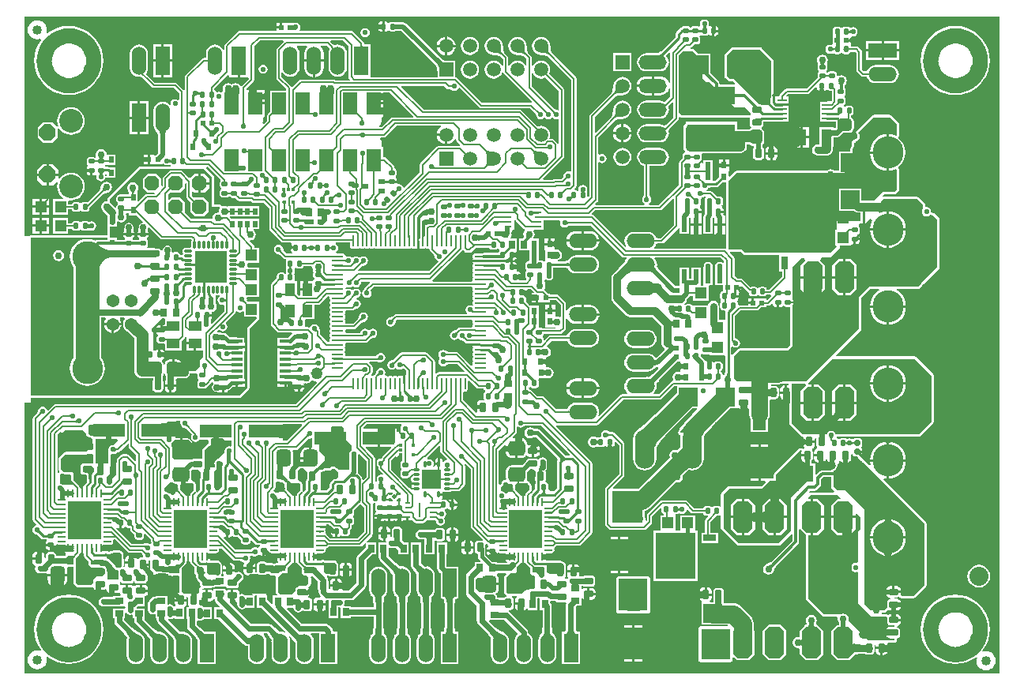
<source format=gtl>
G04 Layer_Physical_Order=1*
G04 Layer_Color=255*
%FSLAX25Y25*%
%MOIN*%
G70*
G01*
G75*
%ADD10C,0.06496*%
%ADD11C,0.00800*%
G04:AMPARAMS|DCode=12|XSize=105mil|YSize=105mil|CornerRadius=26.25mil|HoleSize=0mil|Usage=FLASHONLY|Rotation=180.000|XOffset=0mil|YOffset=0mil|HoleType=Round|Shape=RoundedRectangle|*
%AMROUNDEDRECTD12*
21,1,0.10500,0.05250,0,0,180.0*
21,1,0.05250,0.10500,0,0,180.0*
1,1,0.05250,-0.02625,0.02625*
1,1,0.05250,0.02625,0.02625*
1,1,0.05250,0.02625,-0.02625*
1,1,0.05250,-0.02625,-0.02625*
%
%ADD12ROUNDEDRECTD12*%
%ADD13R,0.04016X0.01165*%
%ADD14R,0.05600X0.02800*%
%ADD15R,0.17000X0.19700*%
%ADD16R,0.19700X0.17000*%
%ADD17R,0.02800X0.05600*%
G04:AMPARAMS|DCode=18|XSize=22mil|YSize=24mil|CornerRadius=4.4mil|HoleSize=0mil|Usage=FLASHONLY|Rotation=0.000|XOffset=0mil|YOffset=0mil|HoleType=Round|Shape=RoundedRectangle|*
%AMROUNDEDRECTD18*
21,1,0.02200,0.01520,0,0,0.0*
21,1,0.01320,0.02400,0,0,0.0*
1,1,0.00880,0.00660,-0.00760*
1,1,0.00880,-0.00660,-0.00760*
1,1,0.00880,-0.00660,0.00760*
1,1,0.00880,0.00660,0.00760*
%
%ADD18ROUNDEDRECTD18*%
G04:AMPARAMS|DCode=19|XSize=11.02mil|YSize=31.5mil|CornerRadius=4.41mil|HoleSize=0mil|Usage=FLASHONLY|Rotation=180.000|XOffset=0mil|YOffset=0mil|HoleType=Round|Shape=RoundedRectangle|*
%AMROUNDEDRECTD19*
21,1,0.01102,0.02268,0,0,180.0*
21,1,0.00220,0.03150,0,0,180.0*
1,1,0.00882,-0.00110,0.01134*
1,1,0.00882,0.00110,0.01134*
1,1,0.00882,0.00110,-0.01134*
1,1,0.00882,-0.00110,-0.01134*
%
%ADD19ROUNDEDRECTD19*%
G04:AMPARAMS|DCode=20|XSize=11.02mil|YSize=31.5mil|CornerRadius=4.41mil|HoleSize=0mil|Usage=FLASHONLY|Rotation=270.000|XOffset=0mil|YOffset=0mil|HoleType=Round|Shape=RoundedRectangle|*
%AMROUNDEDRECTD20*
21,1,0.01102,0.02268,0,0,270.0*
21,1,0.00220,0.03150,0,0,270.0*
1,1,0.00882,-0.01134,-0.00110*
1,1,0.00882,-0.01134,0.00110*
1,1,0.00882,0.01134,0.00110*
1,1,0.00882,0.01134,-0.00110*
%
%ADD20ROUNDEDRECTD20*%
%ADD21R,0.13700X0.13700*%
%ADD22R,0.14173X0.16142*%
%ADD23O,0.00984X0.03347*%
%ADD24O,0.03347X0.00984*%
%ADD25R,0.07900X0.07900*%
G04:AMPARAMS|DCode=26|XSize=29.13mil|YSize=39.37mil|CornerRadius=5.83mil|HoleSize=0mil|Usage=FLASHONLY|Rotation=90.000|XOffset=0mil|YOffset=0mil|HoleType=Round|Shape=RoundedRectangle|*
%AMROUNDEDRECTD26*
21,1,0.02913,0.02772,0,0,90.0*
21,1,0.01748,0.03937,0,0,90.0*
1,1,0.01165,0.01386,0.00874*
1,1,0.01165,0.01386,-0.00874*
1,1,0.01165,-0.01386,-0.00874*
1,1,0.01165,-0.01386,0.00874*
%
%ADD26ROUNDEDRECTD26*%
%ADD27R,0.07087X0.05433*%
G04:AMPARAMS|DCode=28|XSize=29.13mil|YSize=39.37mil|CornerRadius=5.83mil|HoleSize=0mil|Usage=FLASHONLY|Rotation=0.000|XOffset=0mil|YOffset=0mil|HoleType=Round|Shape=RoundedRectangle|*
%AMROUNDEDRECTD28*
21,1,0.02913,0.02772,0,0,0.0*
21,1,0.01748,0.03937,0,0,0.0*
1,1,0.01165,0.00874,-0.01386*
1,1,0.01165,-0.00874,-0.01386*
1,1,0.01165,-0.00874,0.01386*
1,1,0.01165,0.00874,0.01386*
%
%ADD28ROUNDEDRECTD28*%
G04:AMPARAMS|DCode=29|XSize=22mil|YSize=24mil|CornerRadius=4.4mil|HoleSize=0mil|Usage=FLASHONLY|Rotation=225.000|XOffset=0mil|YOffset=0mil|HoleType=Round|Shape=RoundedRectangle|*
%AMROUNDEDRECTD29*
21,1,0.02200,0.01520,0,0,225.0*
21,1,0.01320,0.02400,0,0,225.0*
1,1,0.00880,-0.01004,0.00071*
1,1,0.00880,-0.00071,0.01004*
1,1,0.00880,0.01004,-0.00071*
1,1,0.00880,0.00071,-0.01004*
%
%ADD29ROUNDEDRECTD29*%
G04:AMPARAMS|DCode=30|XSize=22mil|YSize=24mil|CornerRadius=4.4mil|HoleSize=0mil|Usage=FLASHONLY|Rotation=270.000|XOffset=0mil|YOffset=0mil|HoleType=Round|Shape=RoundedRectangle|*
%AMROUNDEDRECTD30*
21,1,0.02200,0.01520,0,0,270.0*
21,1,0.01320,0.02400,0,0,270.0*
1,1,0.00880,-0.00760,-0.00660*
1,1,0.00880,-0.00760,0.00660*
1,1,0.00880,0.00760,0.00660*
1,1,0.00880,0.00760,-0.00660*
%
%ADD30ROUNDEDRECTD30*%
%ADD31R,0.02638X0.03465*%
%ADD32R,0.03465X0.02638*%
%ADD33R,0.04800X0.04800*%
%ADD34R,0.04800X0.04800*%
%ADD35R,0.04200X0.05200*%
%ADD36R,0.02362X0.03150*%
%ADD37R,0.07900X0.07900*%
%ADD38R,0.02000X0.02800*%
%ADD39C,0.06000*%
G04:AMPARAMS|DCode=40|XSize=40mil|YSize=40mil|CornerRadius=20mil|HoleSize=0mil|Usage=FLASHONLY|Rotation=0.000|XOffset=0mil|YOffset=0mil|HoleType=Round|Shape=RoundedRectangle|*
%AMROUNDEDRECTD40*
21,1,0.04000,0.00000,0,0,0.0*
21,1,0.00000,0.04000,0,0,0.0*
1,1,0.04000,0.00000,0.00000*
1,1,0.04000,0.00000,0.00000*
1,1,0.04000,0.00000,0.00000*
1,1,0.04000,0.00000,0.00000*
%
%ADD40ROUNDEDRECTD40*%
G04:AMPARAMS|DCode=41|XSize=63mil|YSize=71mil|CornerRadius=15.75mil|HoleSize=0mil|Usage=FLASHONLY|Rotation=180.000|XOffset=0mil|YOffset=0mil|HoleType=Round|Shape=RoundedRectangle|*
%AMROUNDEDRECTD41*
21,1,0.06300,0.03950,0,0,180.0*
21,1,0.03150,0.07100,0,0,180.0*
1,1,0.03150,-0.01575,0.01975*
1,1,0.03150,0.01575,0.01975*
1,1,0.03150,0.01575,-0.01975*
1,1,0.03150,-0.01575,-0.01975*
%
%ADD41ROUNDEDRECTD41*%
G04:AMPARAMS|DCode=42|XSize=63mil|YSize=71mil|CornerRadius=15.75mil|HoleSize=0mil|Usage=FLASHONLY|Rotation=90.000|XOffset=0mil|YOffset=0mil|HoleType=Round|Shape=RoundedRectangle|*
%AMROUNDEDRECTD42*
21,1,0.06300,0.03950,0,0,90.0*
21,1,0.03150,0.07100,0,0,90.0*
1,1,0.03150,0.01975,0.01575*
1,1,0.03150,0.01975,-0.01575*
1,1,0.03150,-0.01975,-0.01575*
1,1,0.03150,-0.01975,0.01575*
%
%ADD42ROUNDEDRECTD42*%
%ADD43R,0.02165X0.01968*%
G04:AMPARAMS|DCode=44|XSize=52mil|YSize=60mil|CornerRadius=13mil|HoleSize=0mil|Usage=FLASHONLY|Rotation=0.000|XOffset=0mil|YOffset=0mil|HoleType=Round|Shape=RoundedRectangle|*
%AMROUNDEDRECTD44*
21,1,0.05200,0.03400,0,0,0.0*
21,1,0.02600,0.06000,0,0,0.0*
1,1,0.02600,0.01300,-0.01700*
1,1,0.02600,-0.01300,-0.01700*
1,1,0.02600,-0.01300,0.01700*
1,1,0.02600,0.01300,0.01700*
%
%ADD44ROUNDEDRECTD44*%
%ADD45R,0.05512X0.13386*%
%ADD46R,0.13386X0.05512*%
G04:AMPARAMS|DCode=47|XSize=23.62mil|YSize=24mil|CornerRadius=4.72mil|HoleSize=0mil|Usage=FLASHONLY|Rotation=90.000|XOffset=0mil|YOffset=0mil|HoleType=Round|Shape=RoundedRectangle|*
%AMROUNDEDRECTD47*
21,1,0.02362,0.01455,0,0,90.0*
21,1,0.01417,0.02400,0,0,90.0*
1,1,0.00945,0.00728,0.00709*
1,1,0.00945,0.00728,-0.00709*
1,1,0.00945,-0.00728,-0.00709*
1,1,0.00945,-0.00728,0.00709*
%
%ADD47ROUNDEDRECTD47*%
%ADD48R,0.01181X0.01772*%
%ADD49P,0.02132X4X180.0*%
%ADD50R,0.01024X0.01024*%
%ADD51R,0.08071X0.08071*%
%ADD52O,0.01102X0.03150*%
%ADD53O,0.03150X0.01102*%
%ADD54R,0.01772X0.01181*%
%ADD55R,0.02165X0.00984*%
%ADD56R,0.00787X0.06299*%
%ADD57R,0.03150X0.02165*%
%ADD58R,0.01968X0.02165*%
%ADD59R,0.05905X0.09173*%
G04:AMPARAMS|DCode=60|XSize=50mil|YSize=50mil|CornerRadius=25mil|HoleSize=0mil|Usage=FLASHONLY|Rotation=270.000|XOffset=0mil|YOffset=0mil|HoleType=Round|Shape=RoundedRectangle|*
%AMROUNDEDRECTD60*
21,1,0.05000,0.00000,0,0,270.0*
21,1,0.00000,0.05000,0,0,270.0*
1,1,0.05000,0.00000,0.00000*
1,1,0.05000,0.00000,0.00000*
1,1,0.05000,0.00000,0.00000*
1,1,0.05000,0.00000,0.00000*
%
%ADD60ROUNDEDRECTD60*%
%ADD61R,0.02400X0.06000*%
%ADD62R,0.03543X0.12992*%
%ADD63R,0.02400X0.02400*%
%ADD64O,0.00984X0.05118*%
%ADD65O,0.05118X0.00984*%
%ADD66R,0.02000X0.02600*%
%ADD67R,0.05200X0.04200*%
%ADD68R,0.12600X0.06300*%
%ADD69R,0.05000X0.01500*%
%ADD70R,0.05433X0.07087*%
%ADD71R,0.04331X0.06693*%
G04:AMPARAMS|DCode=72|XSize=52mil|YSize=60mil|CornerRadius=13mil|HoleSize=0mil|Usage=FLASHONLY|Rotation=270.000|XOffset=0mil|YOffset=0mil|HoleType=Round|Shape=RoundedRectangle|*
%AMROUNDEDRECTD72*
21,1,0.05200,0.03400,0,0,270.0*
21,1,0.02600,0.06000,0,0,270.0*
1,1,0.02600,-0.01700,-0.01300*
1,1,0.02600,-0.01700,0.01300*
1,1,0.02600,0.01700,0.01300*
1,1,0.02600,0.01700,-0.01300*
%
%ADD72ROUNDEDRECTD72*%
%ADD73R,0.20079X0.07815*%
%ADD74R,0.03150X0.01165*%
%ADD75C,0.00600*%
%ADD76C,0.02200*%
%ADD77C,0.01000*%
%ADD78C,0.07500*%
%ADD79C,0.03000*%
%ADD80C,0.01500*%
%ADD81C,0.02000*%
%ADD82C,0.00950*%
%ADD83C,0.01400*%
%ADD84C,0.01150*%
%ADD85C,0.01200*%
%ADD86C,0.05000*%
%ADD87C,0.01100*%
%ADD88C,0.02400*%
%ADD89C,0.01600*%
%ADD90C,0.01800*%
%ADD91C,0.00700*%
%ADD92C,0.02300*%
%ADD93C,0.03600*%
%ADD94C,0.02500*%
%ADD95C,0.03500*%
%ADD96C,0.04500*%
%ADD97C,0.00900*%
%ADD98C,0.07000*%
%ADD99C,0.02700*%
%ADD100C,0.04000*%
%ADD101C,0.03200*%
%ADD102C,0.02800*%
%ADD103C,0.10000*%
%ADD104C,0.03400*%
%ADD105R,0.18600X0.07825*%
%ADD106R,0.12200X0.13400*%
%ADD107R,0.12800X0.13200*%
%ADD108R,0.12300X0.13500*%
%ADD109R,0.12200X0.13300*%
%ADD110R,0.12300X0.13100*%
%ADD111R,0.13800X0.11600*%
%ADD112R,0.13200X0.12548*%
G04:AMPARAMS|DCode=113|XSize=133mil|YSize=83mil|CornerRadius=0mil|HoleSize=0mil|Usage=FLASHONLY|Rotation=270.000|XOffset=0mil|YOffset=0mil|HoleType=Round|Shape=Octagon|*
%AMOCTAGOND113*
4,1,8,-0.02075,-0.06650,0.02075,-0.06650,0.04150,-0.04575,0.04150,0.04575,0.02075,0.06650,-0.02075,0.06650,-0.04150,0.04575,-0.04150,-0.04575,-0.02075,-0.06650,0.0*
%
%ADD113OCTAGOND113*%

%ADD114R,0.06000X0.12000*%
%ADD115O,0.06000X0.12000*%
%ADD116O,0.12000X0.06000*%
%ADD117R,0.12000X0.06000*%
%ADD118C,0.08000*%
%ADD119R,0.05905X0.05905*%
%ADD120C,0.05905*%
%ADD121O,0.13000X0.13600*%
%ADD122P,0.07577X8X292.5*%
%ADD123C,0.10000*%
%ADD124C,0.05400*%
%ADD125C,0.13050*%
%ADD126P,0.06711X8X22.5*%
%ADD127O,0.11811X0.05905*%
%ADD128R,0.05905X0.05905*%
%ADD129O,0.08250X0.16500*%
%ADD130C,0.02200*%
%ADD131C,0.03000*%
%ADD132C,0.03200*%
%ADD133C,0.02900*%
G36*
X198531Y-88953D02*
X199015Y-89050D01*
X200535D01*
X200982Y-88960D01*
X201575D01*
Y-89259D01*
X207975D01*
X208049Y-89728D01*
Y-96661D01*
X207988Y-96732D01*
X207975Y-96772D01*
X207950Y-96806D01*
X207913Y-96960D01*
X207863Y-97110D01*
X207866Y-97152D01*
X207856Y-97193D01*
X207852Y-97289D01*
X207846Y-97334D01*
X207838Y-97371D01*
X207827Y-97402D01*
X207815Y-97431D01*
X207798Y-97460D01*
X207776Y-97491D01*
X207747Y-97526D01*
X207708Y-97565D01*
X207627Y-97632D01*
X207589Y-97680D01*
X207320Y-97672D01*
X207062Y-97532D01*
X206993Y-97181D01*
X206719Y-96771D01*
X206377Y-96543D01*
X206330Y-96283D01*
X206330Y-96280D01*
X206357Y-96008D01*
X206699Y-95779D01*
X206973Y-95369D01*
X207069Y-94885D01*
Y-93365D01*
X206973Y-92881D01*
X206699Y-92471D01*
X206289Y-92197D01*
X205805Y-92101D01*
X204485D01*
X204001Y-92197D01*
X203591Y-92471D01*
X203169D01*
X203073Y-92327D01*
X202597Y-92009D01*
X202035Y-91897D01*
X201875D01*
Y-94125D01*
X200875D01*
Y-91897D01*
X200715D01*
X200602Y-91919D01*
X200102Y-91650D01*
Y-91650D01*
X199626Y-91594D01*
X199419Y-91284D01*
X197889Y-89754D01*
Y-89126D01*
X198385Y-88856D01*
X198531Y-88953D01*
D02*
G37*
G36*
X132304Y-97875D02*
X132285Y-97866D01*
X132250Y-97857D01*
X132198Y-97850D01*
X132042Y-97838D01*
X131528Y-97826D01*
X131357Y-97825D01*
Y-95825D01*
X132304Y-95775D01*
Y-97875D01*
D02*
G37*
G36*
X118225Y-96281D02*
X118052Y-98022D01*
X116372Y-96917D01*
X116439Y-96899D01*
X116499Y-96864D01*
X116552Y-96812D01*
X116598Y-96745D01*
X116637Y-96662D01*
X116668Y-96563D01*
X116693Y-96448D01*
X116711Y-96316D01*
X116721Y-96169D01*
X116725Y-96005D01*
X118225Y-96281D01*
D02*
G37*
G36*
X-10819Y-94778D02*
X-10899Y-94870D01*
X-10970Y-94963D01*
X-11031Y-95056D01*
X-11083Y-95149D01*
X-11125Y-95243D01*
X-11158Y-95336D01*
X-11181Y-95430D01*
X-11195Y-95524D01*
X-11200Y-95618D01*
X-11800D01*
X-11805Y-95524D01*
X-11819Y-95430D01*
X-11842Y-95336D01*
X-11875Y-95243D01*
X-11918Y-95149D01*
X-11969Y-95056D01*
X-12030Y-94963D01*
X-12101Y-94870D01*
X-12181Y-94778D01*
X-12270Y-94686D01*
X-10730D01*
X-10819Y-94778D01*
D02*
G37*
G36*
X55623Y-96328D02*
X55491Y-96271D01*
X55023Y-96101D01*
X54920Y-96074D01*
X54732Y-96037D01*
X54646Y-96028D01*
X54566Y-96025D01*
X54319Y-95425D01*
X54420Y-95420D01*
X54514Y-95404D01*
X54603Y-95377D01*
X54686Y-95340D01*
X54764Y-95292D01*
X54835Y-95234D01*
X54901Y-95165D01*
X54961Y-95085D01*
X55015Y-94995D01*
X55063Y-94894D01*
X55623Y-96328D01*
D02*
G37*
G36*
X28496Y-96558D02*
X28369Y-96513D01*
X27913Y-96380D01*
X27812Y-96359D01*
X27624Y-96331D01*
X27537Y-96324D01*
X27456Y-96321D01*
X27132Y-95721D01*
X27234Y-95716D01*
X27329Y-95700D01*
X27416Y-95674D01*
X27496Y-95637D01*
X27569Y-95589D01*
X27635Y-95531D01*
X27693Y-95462D01*
X27745Y-95383D01*
X27789Y-95293D01*
X27826Y-95192D01*
X28496Y-96558D01*
D02*
G37*
G36*
X80789Y-97700D02*
X80661Y-97702D01*
X80539Y-97711D01*
X80423Y-97727D01*
X80314Y-97749D01*
X80212Y-97778D01*
X80116Y-97815D01*
X80027Y-97857D01*
X79944Y-97907D01*
X79867Y-97964D01*
X79797Y-98027D01*
X79373Y-97603D01*
X79436Y-97533D01*
X79493Y-97456D01*
X79542Y-97373D01*
X79585Y-97284D01*
X79621Y-97188D01*
X79651Y-97086D01*
X79673Y-96977D01*
X79689Y-96861D01*
X79698Y-96739D01*
X79700Y-96611D01*
X80789Y-97700D01*
D02*
G37*
G36*
X-7951Y-99534D02*
X-7962Y-99511D01*
X-7979Y-99490D01*
X-8004Y-99471D01*
X-8036Y-99455D01*
X-8075Y-99442D01*
X-8121Y-99431D01*
X-8174Y-99422D01*
X-8234Y-99416D01*
X-8375Y-99411D01*
Y-98811D01*
X-8301Y-98810D01*
X-8174Y-98800D01*
X-8121Y-98791D01*
X-8075Y-98780D01*
X-8036Y-98767D01*
X-8004Y-98751D01*
X-7979Y-98732D01*
X-7962Y-98711D01*
X-7951Y-98688D01*
Y-99534D01*
D02*
G37*
G36*
X189364Y-97585D02*
X189400Y-97593D01*
X189452Y-97601D01*
X189607Y-97613D01*
X190122Y-97625D01*
X190293Y-97625D01*
Y-99625D01*
X189346Y-99675D01*
Y-97575D01*
X189364Y-97585D01*
D02*
G37*
G36*
X179375Y-99610D02*
X179035Y-99963D01*
X178512Y-100598D01*
X178329Y-100880D01*
X178198Y-101138D01*
X178118Y-101372D01*
X178091Y-101581D01*
X178115Y-101767D01*
X178192Y-101929D01*
X178320Y-102068D01*
X175219Y-99535D01*
X175384Y-99636D01*
X175571Y-99687D01*
X175780Y-99689D01*
X176010Y-99641D01*
X176262Y-99544D01*
X176535Y-99396D01*
X176831Y-99199D01*
X177148Y-98952D01*
X177486Y-98656D01*
X177847Y-98309D01*
X179375Y-99610D01*
D02*
G37*
G36*
X62864Y-97725D02*
X62735Y-97727D01*
X62613Y-97736D01*
X62498Y-97752D01*
X62389Y-97774D01*
X62287Y-97804D01*
X62191Y-97840D01*
X62101Y-97883D01*
X62018Y-97932D01*
X61942Y-97989D01*
X61872Y-98052D01*
X61448Y-97628D01*
X61511Y-97558D01*
X61568Y-97482D01*
X61617Y-97399D01*
X61660Y-97309D01*
X61696Y-97213D01*
X61726Y-97111D01*
X61748Y-97002D01*
X61764Y-96886D01*
X61773Y-96765D01*
X61775Y-96636D01*
X62864Y-97725D01*
D02*
G37*
G36*
X209875Y-97360D02*
X209880Y-97497D01*
X209894Y-97632D01*
X209919Y-97766D01*
X209954Y-97898D01*
X209998Y-98028D01*
X210052Y-98157D01*
X210116Y-98285D01*
X210190Y-98411D01*
X210274Y-98535D01*
X210368Y-98658D01*
X208282Y-98414D01*
X208395Y-98319D01*
X208495Y-98220D01*
X208584Y-98115D01*
X208661Y-98005D01*
X208727Y-97890D01*
X208780Y-97769D01*
X208822Y-97644D01*
X208851Y-97513D01*
X208869Y-97377D01*
X208875Y-97236D01*
X209875Y-97360D01*
D02*
G37*
G36*
X111542Y-97861D02*
X111618Y-97918D01*
X111701Y-97968D01*
X111791Y-98011D01*
X111887Y-98047D01*
X111989Y-98076D01*
X112098Y-98099D01*
X112214Y-98114D01*
X112335Y-98123D01*
X112464Y-98125D01*
X111375Y-99214D01*
X111373Y-99086D01*
X111364Y-98964D01*
X111348Y-98848D01*
X111326Y-98740D01*
X111296Y-98637D01*
X111260Y-98541D01*
X111217Y-98452D01*
X111168Y-98369D01*
X111111Y-98292D01*
X111048Y-98222D01*
X111472Y-97798D01*
X111542Y-97861D01*
D02*
G37*
G36*
X189247Y-93525D02*
X189546D01*
Y-92975D01*
X189564Y-92985D01*
X189600Y-92993D01*
X189652Y-93001D01*
X189807Y-93013D01*
X190322Y-93025D01*
X190493Y-93025D01*
Y-93525D01*
X191428D01*
Y-94525D01*
X190493D01*
Y-95025D01*
X189546Y-95075D01*
Y-94525D01*
X189247D01*
Y-95964D01*
X188747Y-96374D01*
X188275Y-96280D01*
X187377Y-96459D01*
X186617Y-96967D01*
X186108Y-97728D01*
X185930Y-98625D01*
X186108Y-99523D01*
X186245Y-99727D01*
X185999Y-100259D01*
X185846Y-100289D01*
X185482Y-100532D01*
X185482Y-100532D01*
X180110Y-105904D01*
X178035D01*
X177866Y-105404D01*
X178085Y-105235D01*
X178694Y-104442D01*
X179077Y-103517D01*
X179204Y-102551D01*
X179247Y-102492D01*
X179264Y-102423D01*
X179297Y-102361D01*
X179309Y-102231D01*
X179339Y-102104D01*
X179328Y-102035D01*
X179335Y-101965D01*
X179296Y-101840D01*
X179276Y-101712D01*
X179239Y-101652D01*
X179218Y-101585D01*
X179154Y-101507D01*
X179213Y-101391D01*
X179336Y-101202D01*
X179798Y-100641D01*
X180110Y-100316D01*
X180127Y-100290D01*
X180151Y-100270D01*
X180233Y-100123D01*
X180324Y-99981D01*
X180330Y-99950D01*
X180345Y-99923D01*
X180358Y-99807D01*
X188213Y-91953D01*
X189247D01*
Y-93525D01*
D02*
G37*
G36*
X-36013Y-88210D02*
X-35983Y-88213D01*
X-35869Y-88218D01*
X-35105Y-88225D01*
X-34925Y-90225D01*
X-35096Y-90226D01*
X-35827Y-90274D01*
X-35865Y-90287D01*
X-35886Y-90301D01*
X-36026Y-88206D01*
X-36013Y-88210D01*
D02*
G37*
G36*
X-4412Y-89566D02*
X-4448Y-89655D01*
X-4472Y-89742D01*
X-4482Y-89828D01*
X-4479Y-89912D01*
X-4462Y-89995D01*
X-4433Y-90076D01*
X-4391Y-90156D01*
X-4335Y-90233D01*
X-4266Y-90309D01*
X-4966Y-90459D01*
X-5029Y-90398D01*
X-5169Y-90279D01*
X-5246Y-90220D01*
X-5505Y-90046D01*
X-5601Y-89989D01*
X-5807Y-89876D01*
X-4362Y-89475D01*
X-4412Y-89566D01*
D02*
G37*
G36*
X36464Y-90825D02*
X36335Y-90827D01*
X36213Y-90836D01*
X36098Y-90852D01*
X35989Y-90874D01*
X35887Y-90904D01*
X35791Y-90940D01*
X35701Y-90983D01*
X35618Y-91032D01*
X35542Y-91089D01*
X35472Y-91152D01*
X35048Y-90728D01*
X35111Y-90658D01*
X35168Y-90582D01*
X35217Y-90499D01*
X35260Y-90409D01*
X35296Y-90313D01*
X35326Y-90211D01*
X35348Y-90102D01*
X35364Y-89986D01*
X35373Y-89865D01*
X35375Y-89736D01*
X36464Y-90825D01*
D02*
G37*
G36*
X-1555Y-87895D02*
X-1208Y-88049D01*
X-1102Y-88086D01*
X-902Y-88141D01*
X-809Y-88158D01*
X-721Y-88168D01*
X-637Y-88171D01*
X-440Y-88771D01*
X-540Y-88777D01*
X-635Y-88792D01*
X-725Y-88819D01*
X-810Y-88856D01*
X-890Y-88903D01*
X-966Y-88962D01*
X-1037Y-89030D01*
X-1103Y-89110D01*
X-1164Y-89200D01*
X-1220Y-89300D01*
X-1681Y-87830D01*
X-1555Y-87895D01*
D02*
G37*
G36*
X89953Y-88445D02*
X90045Y-88524D01*
X90138Y-88595D01*
X90231Y-88656D01*
X90324Y-88708D01*
X90417Y-88750D01*
X90511Y-88783D01*
X90605Y-88806D01*
X90699Y-88820D01*
X90793Y-88825D01*
Y-89425D01*
X90699Y-89430D01*
X90605Y-89444D01*
X90511Y-89468D01*
X90417Y-89500D01*
X90324Y-89543D01*
X90231Y-89594D01*
X90138Y-89656D01*
X90045Y-89726D01*
X89953Y-89806D01*
X89860Y-89895D01*
Y-88355D01*
X89953Y-88445D01*
D02*
G37*
G36*
X37524Y-89385D02*
X37537Y-89393D01*
X37557Y-89401D01*
X37583Y-89407D01*
X37615Y-89413D01*
X37654Y-89417D01*
X37752Y-89423D01*
X37875Y-89425D01*
Y-90025D01*
X37810Y-90026D01*
X37615Y-90038D01*
X37583Y-90043D01*
X37557Y-90050D01*
X37537Y-90057D01*
X37524Y-90066D01*
X37518Y-90075D01*
Y-89375D01*
X37524Y-89385D01*
D02*
G37*
G36*
X62567Y-91381D02*
X62461Y-91352D01*
X62053Y-91264D01*
X61955Y-91250D01*
X61673Y-91227D01*
X61582Y-91225D01*
X61156Y-90625D01*
X61259Y-90620D01*
X61354Y-90605D01*
X61439Y-90579D01*
X61516Y-90543D01*
X61584Y-90496D01*
X61644Y-90439D01*
X61695Y-90372D01*
X61738Y-90294D01*
X61771Y-90206D01*
X61796Y-90108D01*
X62567Y-91381D01*
D02*
G37*
G36*
X35963Y-93663D02*
X35860Y-93580D01*
X35658Y-93440D01*
X35559Y-93383D01*
X35462Y-93335D01*
X35365Y-93295D01*
X35269Y-93265D01*
X35175Y-93243D01*
X35082Y-93230D01*
X34990Y-93225D01*
X34933Y-92625D01*
X35029Y-92620D01*
X35124Y-92605D01*
X35217Y-92581D01*
X35308Y-92546D01*
X35398Y-92501D01*
X35486Y-92447D01*
X35573Y-92383D01*
X35658Y-92308D01*
X35741Y-92224D01*
X35822Y-92130D01*
X35963Y-93663D01*
D02*
G37*
G36*
X178127Y-91370D02*
X178171Y-91402D01*
X178244Y-91431D01*
X178346Y-91456D01*
X178478Y-91477D01*
X178829Y-91508D01*
X179297Y-91523D01*
X179575Y-91525D01*
Y-93525D01*
X179297Y-93527D01*
X178346Y-93594D01*
X178244Y-93619D01*
X178171Y-93648D01*
X178127Y-93681D01*
X178112Y-93717D01*
Y-91333D01*
X178127Y-91370D01*
D02*
G37*
G36*
X71653Y-92844D02*
X71745Y-92924D01*
X71838Y-92995D01*
X71931Y-93056D01*
X72024Y-93108D01*
X72117Y-93150D01*
X72211Y-93183D01*
X72305Y-93206D01*
X72399Y-93221D01*
X72493Y-93225D01*
Y-93825D01*
X72399Y-93830D01*
X72305Y-93844D01*
X72211Y-93867D01*
X72117Y-93900D01*
X72024Y-93943D01*
X71931Y-93994D01*
X71838Y-94055D01*
X71745Y-94126D01*
X71653Y-94206D01*
X71560Y-94295D01*
Y-92755D01*
X71653Y-92844D01*
D02*
G37*
G36*
X80058Y-92363D02*
X79963Y-92275D01*
X79868Y-92196D01*
X79773Y-92127D01*
X79679Y-92067D01*
X79584Y-92016D01*
X79490Y-91974D01*
X79396Y-91942D01*
X79302Y-91918D01*
X79208Y-91905D01*
X79114Y-91900D01*
X79100Y-91300D01*
X79195Y-91295D01*
X79289Y-91281D01*
X79383Y-91257D01*
X79476Y-91224D01*
X79568Y-91181D01*
X79660Y-91128D01*
X79752Y-91066D01*
X79842Y-90995D01*
X79933Y-90914D01*
X80022Y-90823D01*
X80058Y-92363D01*
D02*
G37*
G36*
X89863Y-91393D02*
X90077Y-91524D01*
X90180Y-91578D01*
X90281Y-91623D01*
X90380Y-91660D01*
X90476Y-91688D01*
X90570Y-91709D01*
X90662Y-91721D01*
X90752Y-91725D01*
X90853Y-92325D01*
X90755Y-92330D01*
X90661Y-92346D01*
X90569Y-92371D01*
X90479Y-92407D01*
X90392Y-92453D01*
X90308Y-92509D01*
X90227Y-92575D01*
X90148Y-92652D01*
X90071Y-92738D01*
X89998Y-92835D01*
X89753Y-91315D01*
X89863Y-91393D01*
D02*
G37*
G36*
X68927Y-92597D02*
X68864Y-92667D01*
X68807Y-92744D01*
X68757Y-92827D01*
X68715Y-92916D01*
X68678Y-93012D01*
X68649Y-93114D01*
X68627Y-93223D01*
X68611Y-93339D01*
X68602Y-93461D01*
X68600Y-93589D01*
X67511Y-92500D01*
X67639Y-92498D01*
X67761Y-92489D01*
X67877Y-92473D01*
X67986Y-92451D01*
X68088Y-92422D01*
X68184Y-92385D01*
X68273Y-92343D01*
X68356Y-92293D01*
X68433Y-92236D01*
X68503Y-92173D01*
X68927Y-92597D01*
D02*
G37*
G36*
X-41592Y-116145D02*
X-41684Y-116232D01*
X-41766Y-116320D01*
X-41838Y-116409D01*
X-41901Y-116498D01*
X-41954Y-116589D01*
X-41998Y-116681D01*
X-42032Y-116773D01*
X-42056Y-116867D01*
X-42070Y-116961D01*
X-42075Y-117056D01*
X-42675Y-117028D01*
X-42680Y-116935D01*
X-42693Y-116841D01*
X-42716Y-116747D01*
X-42748Y-116653D01*
X-42789Y-116557D01*
X-42839Y-116462D01*
X-42898Y-116366D01*
X-42966Y-116269D01*
X-43044Y-116172D01*
X-43130Y-116075D01*
X-41592Y-116145D01*
D02*
G37*
G36*
X-75736Y-116825D02*
X-75865Y-116827D01*
X-75986Y-116836D01*
X-76102Y-116852D01*
X-76211Y-116874D01*
X-76313Y-116904D01*
X-76409Y-116940D01*
X-76499Y-116983D01*
X-76582Y-117032D01*
X-76658Y-117089D01*
X-76728Y-117152D01*
X-77152Y-116728D01*
X-77089Y-116658D01*
X-77032Y-116582D01*
X-76983Y-116499D01*
X-76940Y-116409D01*
X-76904Y-116313D01*
X-76874Y-116211D01*
X-76852Y-116102D01*
X-76836Y-115987D01*
X-76827Y-115865D01*
X-76825Y-115736D01*
X-75736Y-116825D01*
D02*
G37*
G36*
X-65338Y-118063D02*
X-65440Y-117980D01*
X-65642Y-117840D01*
X-65741Y-117783D01*
X-65838Y-117735D01*
X-65935Y-117695D01*
X-66031Y-117665D01*
X-66125Y-117643D01*
X-66218Y-117630D01*
X-66310Y-117625D01*
X-66367Y-117025D01*
X-66271Y-117020D01*
X-66176Y-117005D01*
X-66083Y-116981D01*
X-65992Y-116946D01*
X-65902Y-116901D01*
X-65814Y-116847D01*
X-65727Y-116782D01*
X-65642Y-116708D01*
X-65559Y-116624D01*
X-65478Y-116530D01*
X-65338Y-118063D01*
D02*
G37*
G36*
X-79836Y-114125D02*
X-79965Y-114127D01*
X-80086Y-114136D01*
X-80202Y-114152D01*
X-80311Y-114174D01*
X-80413Y-114204D01*
X-80509Y-114240D01*
X-80599Y-114283D01*
X-80682Y-114332D01*
X-80758Y-114389D01*
X-80828Y-114452D01*
X-81252Y-114028D01*
X-81189Y-113958D01*
X-81132Y-113882D01*
X-81083Y-113799D01*
X-81040Y-113709D01*
X-81004Y-113613D01*
X-80974Y-113511D01*
X-80952Y-113402D01*
X-80936Y-113286D01*
X-80927Y-113165D01*
X-80925Y-113036D01*
X-79836Y-114125D01*
D02*
G37*
G36*
X-48611Y-114495D02*
X-48703Y-114406D01*
X-48796Y-114326D01*
X-48888Y-114255D01*
X-48981Y-114194D01*
X-49074Y-114143D01*
X-49168Y-114100D01*
X-49261Y-114067D01*
X-49355Y-114044D01*
X-49449Y-114030D01*
X-49543Y-114025D01*
Y-113425D01*
X-49449Y-113420D01*
X-49355Y-113406D01*
X-49261Y-113383D01*
X-49168Y-113350D01*
X-49074Y-113308D01*
X-48981Y-113256D01*
X-48888Y-113195D01*
X-48796Y-113124D01*
X-48703Y-113045D01*
X-48611Y-112955D01*
Y-114495D01*
D02*
G37*
G36*
X-68011Y-115795D02*
X-68103Y-115706D01*
X-68195Y-115626D01*
X-68288Y-115556D01*
X-68381Y-115494D01*
X-68474Y-115443D01*
X-68568Y-115400D01*
X-68661Y-115367D01*
X-68755Y-115344D01*
X-68849Y-115330D01*
X-68944Y-115325D01*
Y-114725D01*
X-68849Y-114720D01*
X-68755Y-114706D01*
X-68661Y-114683D01*
X-68568Y-114650D01*
X-68474Y-114608D01*
X-68381Y-114556D01*
X-68288Y-114495D01*
X-68195Y-114424D01*
X-68103Y-114345D01*
X-68011Y-114255D01*
Y-115795D01*
D02*
G37*
G36*
X-18723Y-118265D02*
X-18714Y-118386D01*
X-18699Y-118502D01*
X-18676Y-118611D01*
X-18647Y-118713D01*
X-18611Y-118809D01*
X-18568Y-118899D01*
X-18518Y-118982D01*
X-18461Y-119058D01*
X-18398Y-119128D01*
X-18822Y-119552D01*
X-18892Y-119489D01*
X-18969Y-119432D01*
X-19052Y-119383D01*
X-19141Y-119340D01*
X-19237Y-119304D01*
X-19340Y-119274D01*
X-19448Y-119252D01*
X-19564Y-119236D01*
X-19686Y-119227D01*
X-19814Y-119225D01*
X-18725Y-118136D01*
X-18723Y-118265D01*
D02*
G37*
G36*
X101955Y-121903D02*
X101876Y-121995D01*
X101805Y-122088D01*
X101744Y-122181D01*
X101692Y-122274D01*
X101650Y-122368D01*
X101617Y-122461D01*
X101594Y-122555D01*
X101579Y-122649D01*
X101575Y-122743D01*
X100975D01*
X100970Y-122649D01*
X100956Y-122555D01*
X100933Y-122461D01*
X100900Y-122368D01*
X100857Y-122274D01*
X100806Y-122181D01*
X100744Y-122088D01*
X100674Y-121995D01*
X100594Y-121903D01*
X100505Y-121811D01*
X102045D01*
X101955Y-121903D01*
D02*
G37*
G36*
X-61422Y-122428D02*
X-61315Y-122967D01*
X-60895Y-123595D01*
X-60267Y-124015D01*
X-59728Y-124122D01*
X-59354Y-124496D01*
Y-124681D01*
X-59169D01*
X-58725Y-125125D01*
Y-126425D01*
Y-127625D01*
X-61347Y-130247D01*
X-70166Y-130247D01*
X-70556Y-130324D01*
X-70887Y-130545D01*
X-72746Y-132404D01*
X-72967Y-132735D01*
X-73045Y-133125D01*
Y-137525D01*
X-72967Y-137915D01*
X-72746Y-138246D01*
X-72653Y-138340D01*
X-72743Y-138872D01*
X-73070Y-139103D01*
X-73554Y-138911D01*
Y-123040D01*
X-72375Y-121861D01*
X-71928Y-122121D01*
X-71997Y-122650D01*
Y-122897D01*
X-70225Y-121125D01*
X-62725D01*
X-61422Y-122428D01*
D02*
G37*
G36*
X126901Y-121123D02*
X126968Y-121165D01*
X127048Y-121203D01*
X127139Y-121235D01*
X127243Y-121263D01*
X127359Y-121285D01*
X127487Y-121303D01*
X127779Y-121323D01*
X127944Y-121325D01*
Y-122925D01*
X127779Y-122928D01*
X127487Y-122948D01*
X127359Y-122965D01*
X127243Y-122988D01*
X127139Y-123015D01*
X127048Y-123048D01*
X126968Y-123085D01*
X126901Y-123128D01*
X126846Y-123175D01*
Y-121075D01*
X126901Y-121123D01*
D02*
G37*
G36*
X142701Y-131338D02*
X142510Y-131800D01*
X140894D01*
X130066Y-120972D01*
X129537Y-120618D01*
X128913Y-120494D01*
X128500D01*
X128348Y-120389D01*
X128340Y-120388D01*
X128334Y-120383D01*
X128146Y-120346D01*
X127959Y-120306D01*
X127822Y-120304D01*
X127591Y-120288D01*
X127525Y-120279D01*
X127471Y-120268D01*
X127448Y-120262D01*
X127446Y-120261D01*
X127420Y-120251D01*
X127419Y-120250D01*
X127371Y-120223D01*
X127236Y-120133D01*
X127199Y-120126D01*
X127166Y-120107D01*
X127005Y-120087D01*
X126846Y-120056D01*
X126824Y-120060D01*
X126672Y-119959D01*
X125775Y-119780D01*
X124877Y-119959D01*
X124117Y-120467D01*
X123608Y-121228D01*
X123430Y-122125D01*
X123608Y-123023D01*
X124117Y-123783D01*
X124877Y-124292D01*
X125775Y-124470D01*
X126672Y-124292D01*
X126824Y-124190D01*
X126846Y-124195D01*
X127005Y-124163D01*
X127166Y-124143D01*
X127199Y-124125D01*
X127236Y-124117D01*
X127371Y-124027D01*
X127419Y-124000D01*
X127419Y-124000D01*
X127446Y-123990D01*
X127448Y-123988D01*
X127471Y-123982D01*
X127525Y-123971D01*
X127591Y-123963D01*
X127822Y-123947D01*
X127959Y-123945D01*
X128146Y-123905D01*
X128334Y-123867D01*
X128340Y-123863D01*
X128343Y-123862D01*
X136881Y-132400D01*
X136908Y-132565D01*
X136909Y-132567D01*
X136909Y-132569D01*
X137015Y-132737D01*
X137118Y-132903D01*
X137220Y-133012D01*
X137481Y-133421D01*
X137405Y-133577D01*
X137321Y-133729D01*
X137318Y-133755D01*
X137307Y-133778D01*
X137296Y-133952D01*
X137277Y-134124D01*
X137284Y-134149D01*
X137283Y-134176D01*
X137334Y-134325D01*
X137321Y-134391D01*
Y-136771D01*
Y-144325D01*
X137346Y-144453D01*
Y-145315D01*
X135836Y-146825D01*
X134475D01*
X133488Y-145839D01*
X133499Y-145785D01*
Y-144265D01*
X133403Y-143781D01*
X133129Y-143371D01*
X133129D01*
X132719Y-143097D01*
X132494Y-143052D01*
X132483Y-143041D01*
X132296Y-142518D01*
X132474Y-142251D01*
X132581Y-141711D01*
Y-138939D01*
X132474Y-138400D01*
X132340Y-138198D01*
X132345Y-138195D01*
X132445Y-138095D01*
X132865Y-137467D01*
X133012Y-136725D01*
Y-135388D01*
Y-134425D01*
X132865Y-133684D01*
X132445Y-133055D01*
X131816Y-132635D01*
X131075Y-132488D01*
X130333Y-132635D01*
X129705Y-133055D01*
X129705Y-133055D01*
X129696Y-133066D01*
X129358Y-133332D01*
X128900Y-133026D01*
X128361Y-132919D01*
X125589D01*
X125049Y-133026D01*
X124592Y-133332D01*
X124286Y-133789D01*
X124230Y-134075D01*
X122432Y-135873D01*
X122075Y-135802D01*
X118125D01*
X117198Y-135986D01*
X116413Y-136511D01*
X115888Y-137297D01*
X115703Y-138223D01*
Y-141373D01*
X115734Y-141529D01*
X115330Y-142057D01*
X114934Y-142135D01*
X114305Y-142555D01*
X113885Y-143184D01*
X113863Y-143295D01*
X113122Y-144036D01*
X112622Y-143829D01*
Y-129712D01*
X112985Y-129348D01*
X113608Y-128725D01*
X115014Y-127320D01*
X115016Y-127318D01*
X115028Y-127306D01*
X115528Y-127514D01*
Y-128100D01*
X119600D01*
Y-124428D01*
X118614D01*
X118406Y-123928D01*
X119887Y-122447D01*
X119888Y-122447D01*
X120131Y-122083D01*
X120216Y-121653D01*
X120216Y-121653D01*
Y-119768D01*
X120716Y-119572D01*
X121207Y-119900D01*
X121949Y-120047D01*
X122690Y-119900D01*
X123319Y-119480D01*
X123485Y-119232D01*
X130595D01*
X142701Y-131338D01*
D02*
G37*
G36*
X71677Y-119030D02*
X71340Y-119534D01*
X71193Y-120276D01*
X71340Y-121017D01*
X70923Y-121289D01*
X70825Y-121309D01*
X70349Y-121627D01*
X70168Y-121898D01*
X69668Y-121747D01*
Y-120569D01*
X68831D01*
X68675Y-120725D01*
Y-124322D01*
X68283Y-124633D01*
X65275Y-123925D01*
X62875Y-121525D01*
Y-120569D01*
X62475D01*
Y-124325D01*
Y-128081D01*
X67104D01*
X67296Y-128543D01*
X66652Y-129187D01*
D01*
X63457Y-132382D01*
X63213Y-132746D01*
X63156Y-133036D01*
X62992Y-133004D01*
X62251Y-133151D01*
X61622Y-133571D01*
X61202Y-134200D01*
X61055Y-134941D01*
X61202Y-135682D01*
X61622Y-136311D01*
X61871Y-136477D01*
Y-137066D01*
X61871Y-137066D01*
X61956Y-137495D01*
X62199Y-137859D01*
X63783Y-139443D01*
X63536Y-139903D01*
X62992Y-139795D01*
X62251Y-139943D01*
X61622Y-140363D01*
X61202Y-140991D01*
X61055Y-141732D01*
X61202Y-142474D01*
X61300Y-142620D01*
X61259Y-142729D01*
X60677Y-142858D01*
X60472Y-142657D01*
Y-133060D01*
X60472Y-133060D01*
X60387Y-132630D01*
X60143Y-132266D01*
X60143Y-132266D01*
X59911Y-132034D01*
X57064Y-129187D01*
X56420Y-128543D01*
X56611Y-128081D01*
X61475D01*
Y-124325D01*
Y-120569D01*
X55647D01*
X55445Y-120069D01*
X56985Y-118530D01*
X71491D01*
X71677Y-119030D01*
D02*
G37*
G36*
X112564Y-121925D02*
X112435Y-121927D01*
X112313Y-121936D01*
X112198Y-121952D01*
X112089Y-121974D01*
X111987Y-122004D01*
X111891Y-122040D01*
X111801Y-122083D01*
X111718Y-122132D01*
X111642Y-122189D01*
X111572Y-122252D01*
X111148Y-121828D01*
X111211Y-121758D01*
X111268Y-121682D01*
X111317Y-121599D01*
X111360Y-121509D01*
X111396Y-121413D01*
X111426Y-121311D01*
X111448Y-121202D01*
X111464Y-121087D01*
X111473Y-120965D01*
X111475Y-120836D01*
X112564Y-121925D01*
D02*
G37*
G36*
X133577Y-113165D02*
X133586Y-113286D01*
X133601Y-113402D01*
X133624Y-113511D01*
X133653Y-113613D01*
X133689Y-113709D01*
X133732Y-113799D01*
X133782Y-113882D01*
X133839Y-113958D01*
X133902Y-114028D01*
X133478Y-114452D01*
X133408Y-114389D01*
X133331Y-114332D01*
X133248Y-114283D01*
X133159Y-114240D01*
X133063Y-114204D01*
X132960Y-114174D01*
X132852Y-114152D01*
X132736Y-114136D01*
X132614Y-114127D01*
X132486Y-114125D01*
X133575Y-113036D01*
X133577Y-113165D01*
D02*
G37*
G36*
X25159Y-101718D02*
X25183Y-102009D01*
X25203Y-102137D01*
X25231Y-102256D01*
X25264Y-102363D01*
X25302Y-102460D01*
X25348Y-102545D01*
X25398Y-102620D01*
X25455Y-102685D01*
X23356D01*
X23413Y-102620D01*
X23463Y-102545D01*
X23508Y-102460D01*
X23548Y-102363D01*
X23581Y-102256D01*
X23607Y-102137D01*
X23629Y-102009D01*
X23643Y-101869D01*
X23655Y-101557D01*
X25155D01*
X25159Y-101718D01*
D02*
G37*
G36*
X-5422Y-101909D02*
X-5387Y-101918D01*
X-5335Y-101925D01*
X-5179Y-101937D01*
X-4665Y-101949D01*
X-4494Y-101950D01*
Y-103950D01*
X-5441Y-104000D01*
Y-101900D01*
X-5422Y-101909D01*
D02*
G37*
G36*
X40666Y-104758D02*
X40605Y-104825D01*
X40548Y-104900D01*
X40497Y-104982D01*
X40450Y-105070D01*
X40407Y-105166D01*
X40370Y-105270D01*
X40337Y-105380D01*
X40309Y-105498D01*
X40267Y-105756D01*
X39327Y-104536D01*
X39449Y-104549D01*
X39566Y-104553D01*
X39677Y-104549D01*
X39783Y-104536D01*
X39883Y-104515D01*
X39977Y-104484D01*
X40066Y-104446D01*
X40149Y-104398D01*
X40227Y-104342D01*
X40299Y-104277D01*
X40666Y-104758D01*
D02*
G37*
G36*
X30404Y-99975D02*
X30385Y-99966D01*
X30350Y-99957D01*
X30298Y-99950D01*
X30142Y-99938D01*
X29628Y-99926D01*
X29457Y-99925D01*
Y-97925D01*
X30404Y-97875D01*
Y-99975D01*
D02*
G37*
G36*
X-5422Y-98071D02*
X-5387Y-98079D01*
X-5335Y-98087D01*
X-5179Y-98098D01*
X-4665Y-98111D01*
X-4494Y-98111D01*
Y-100111D01*
X-5441Y-100161D01*
Y-98061D01*
X-5422Y-98071D01*
D02*
G37*
G36*
X210241Y-100689D02*
X210232Y-100725D01*
X210225Y-100777D01*
X210212Y-100932D01*
X210201Y-101447D01*
X210200Y-101618D01*
X208200D01*
X208150Y-100671D01*
X210250D01*
X210241Y-100689D01*
D02*
G37*
G36*
X103282Y-103218D02*
X103282Y-103218D01*
X103646Y-103461D01*
X104075Y-103547D01*
X104075Y-103547D01*
X106322D01*
X106347Y-103669D01*
X106621Y-104079D01*
X106848Y-104231D01*
X106856Y-104252D01*
X106847Y-104788D01*
X106604Y-104950D01*
X106330Y-105360D01*
X106234Y-105844D01*
Y-107364D01*
X106330Y-107848D01*
X106377Y-107918D01*
X106109Y-108418D01*
X105012D01*
X104394Y-108541D01*
X103871Y-108890D01*
X103521Y-109414D01*
X103398Y-110031D01*
Y-110917D01*
X105886D01*
Y-111917D01*
X103398D01*
Y-112803D01*
X103474Y-113186D01*
X103214Y-113699D01*
X103146Y-113760D01*
X103060Y-113777D01*
X97575Y-108292D01*
Y-104985D01*
X98075Y-104668D01*
X98376Y-104728D01*
X98880Y-104627D01*
X99307Y-104342D01*
X99593Y-103914D01*
X99693Y-103410D01*
Y-100283D01*
X100155Y-100092D01*
X103282Y-103218D01*
D02*
G37*
G36*
X45602Y-109722D02*
X45539Y-109792D01*
X45482Y-109869D01*
X45432Y-109952D01*
X45389Y-110041D01*
X45353Y-110137D01*
X45324Y-110240D01*
X45301Y-110348D01*
X45286Y-110464D01*
X45277Y-110586D01*
X45275Y-110714D01*
X44186Y-109625D01*
X44314Y-109623D01*
X44436Y-109614D01*
X44552Y-109599D01*
X44660Y-109576D01*
X44763Y-109547D01*
X44859Y-109511D01*
X44948Y-109468D01*
X45031Y-109418D01*
X45108Y-109361D01*
X45178Y-109298D01*
X45602Y-109722D01*
D02*
G37*
G36*
X127689Y-108874D02*
X127912Y-109061D01*
X128018Y-109136D01*
X128122Y-109199D01*
X128222Y-109249D01*
X128318Y-109287D01*
X128412Y-109313D01*
X128502Y-109326D01*
X128589Y-109328D01*
X127176Y-110881D01*
X127167Y-110797D01*
X127147Y-110710D01*
X127115Y-110619D01*
X127072Y-110524D01*
X127017Y-110426D01*
X126951Y-110325D01*
X126873Y-110219D01*
X126683Y-109998D01*
X126570Y-109881D01*
X127573Y-108763D01*
X127689Y-108874D01*
D02*
G37*
G36*
X142185Y-113861D02*
X142179Y-113805D01*
X142159Y-113754D01*
X142127Y-113710D01*
X142082Y-113671D01*
X142024Y-113639D01*
X141953Y-113612D01*
X141870Y-113591D01*
X141773Y-113576D01*
X141664Y-113567D01*
X141541Y-113565D01*
Y-112965D01*
X141664Y-112962D01*
X141773Y-112953D01*
X141870Y-112938D01*
X141953Y-112917D01*
X142024Y-112890D01*
X142082Y-112858D01*
X142127Y-112819D01*
X142159Y-112775D01*
X142179Y-112724D01*
X142185Y-112668D01*
Y-113861D01*
D02*
G37*
G36*
X234870Y-101645D02*
X234839Y-101748D01*
X234511Y-102126D01*
X234352D01*
Y-105125D01*
Y-108125D01*
X234726D01*
X234878Y-108094D01*
X235265Y-108412D01*
Y-113716D01*
X235265Y-118116D01*
X235342Y-118506D01*
X235563Y-118837D01*
X240173Y-123446D01*
X240504Y-123667D01*
X240743Y-123715D01*
X240906Y-123773D01*
X241109Y-124245D01*
X241060Y-124489D01*
Y-125375D01*
X241668D01*
Y-124855D01*
X241700Y-124878D01*
X241748Y-124898D01*
X241813Y-124916D01*
X241895Y-124932D01*
X241993Y-124945D01*
X242240Y-124964D01*
X242734Y-124975D01*
Y-125375D01*
X243548D01*
X246036D01*
Y-124603D01*
X246228Y-124328D01*
X246331Y-124241D01*
X246619Y-124489D01*
Y-127261D01*
X246726Y-127800D01*
X246977Y-128176D01*
X246908Y-128525D01*
X246819Y-128717D01*
X246660Y-128749D01*
X246137Y-129098D01*
X245787Y-129622D01*
X245664Y-130239D01*
Y-131125D01*
X248152D01*
Y-131625D01*
X248652D01*
Y-133716D01*
X249575D01*
X249576Y-133898D01*
X249615Y-134508D01*
X249643Y-134502D01*
X250167Y-134152D01*
X250517Y-133628D01*
X250570Y-133362D01*
X251080D01*
X251133Y-133628D01*
X251483Y-134152D01*
X252006Y-134502D01*
X252038Y-134508D01*
X252045Y-134457D01*
X252064Y-134211D01*
X252075Y-133716D01*
X252998D01*
Y-131625D01*
X253998D01*
Y-133716D01*
X254075D01*
X254076Y-133898D01*
X254118Y-134555D01*
X254131Y-134625D01*
X254254D01*
X254422Y-134800D01*
X254486Y-134899D01*
X254513Y-134964D01*
X254548Y-135099D01*
X254506Y-135162D01*
X254486Y-135261D01*
X254448Y-135353D01*
Y-135454D01*
X254428Y-135552D01*
X254448Y-135651D01*
Y-135751D01*
X254482Y-135925D01*
X254375Y-136464D01*
X254070Y-136920D01*
X253571Y-137254D01*
X253485Y-137271D01*
X253401Y-137327D01*
X253308Y-137365D01*
X253237Y-137436D01*
X253154Y-137492D01*
X253098Y-137576D01*
X253027Y-137647D01*
X252989Y-137739D01*
X252933Y-137823D01*
X252913Y-137921D01*
X252882Y-137998D01*
X249075D01*
X248529Y-138106D01*
X248065Y-138416D01*
X248065Y-138416D01*
X246581Y-139900D01*
X246081Y-139693D01*
Y-135082D01*
X244686D01*
X244655Y-134927D01*
X244633Y-134814D01*
Y-134032D01*
X244669Y-134008D01*
X244974Y-133551D01*
X245081Y-133011D01*
Y-130239D01*
X244974Y-129700D01*
X244723Y-129324D01*
X244792Y-128975D01*
X244881Y-128783D01*
X245040Y-128752D01*
X245563Y-128402D01*
X245913Y-127878D01*
X246036Y-127261D01*
Y-126375D01*
X243548D01*
X242734D01*
Y-126975D01*
X242553Y-126976D01*
X241895Y-127018D01*
X241813Y-127034D01*
X241748Y-127052D01*
X241700Y-127072D01*
X241668Y-127095D01*
Y-126375D01*
X241060D01*
Y-127261D01*
X241183Y-127878D01*
X241500Y-128352D01*
X241342Y-128830D01*
X240966Y-128963D01*
X240959Y-128963D01*
X240915Y-128945D01*
X240876Y-128913D01*
X240415Y-128667D01*
X240366Y-128652D01*
X240324Y-128624D01*
X240177Y-128595D01*
X240034Y-128551D01*
X239984Y-128556D01*
X239934Y-128546D01*
X239787Y-128576D01*
X239638Y-128590D01*
X239594Y-128614D01*
X239544Y-128624D01*
X239419Y-128707D01*
X239287Y-128778D01*
X239255Y-128817D01*
X239213Y-128845D01*
X228973Y-139085D01*
X228752Y-139415D01*
X228675Y-139806D01*
Y-141425D01*
X228658Y-141508D01*
X228574Y-141525D01*
X226955D01*
X226831Y-141550D01*
X226331Y-141204D01*
Y-135361D01*
X223075D01*
Y-142554D01*
X224851D01*
X225042Y-143016D01*
X223452Y-144606D01*
X209975D01*
X209585Y-144683D01*
X209254Y-144904D01*
X206654Y-147504D01*
X206433Y-147835D01*
X206355Y-148225D01*
Y-153021D01*
X205855Y-153288D01*
X205719Y-153197D01*
X205235Y-153101D01*
X203915D01*
X203431Y-153197D01*
X203021Y-153471D01*
X202981Y-153531D01*
X202379D01*
X202339Y-153471D01*
X201929Y-153197D01*
X201445Y-153101D01*
X200125D01*
X199641Y-153197D01*
X199231Y-153471D01*
X198957Y-153881D01*
X198933Y-154004D01*
X195139D01*
X192168Y-151032D01*
X191804Y-150789D01*
X191375Y-150704D01*
X191375Y-150704D01*
X181375D01*
X181375Y-150704D01*
X180946Y-150789D01*
X180582Y-151032D01*
X175382Y-156232D01*
X175139Y-156596D01*
X175053Y-157025D01*
X175053Y-157025D01*
Y-159003D01*
X174744Y-159276D01*
X174449Y-158880D01*
X174520Y-158525D01*
X174341Y-157628D01*
X174194Y-157408D01*
Y-155245D01*
X175269Y-154800D01*
X176220Y-154070D01*
X187245Y-143045D01*
X187875Y-143170D01*
X188772Y-142992D01*
X189533Y-142483D01*
X190041Y-141723D01*
X190220Y-140825D01*
X190095Y-140196D01*
X192573Y-137717D01*
X192889Y-137848D01*
X194175Y-138018D01*
X195460Y-137848D01*
X196659Y-137352D01*
X197687Y-136563D01*
X198477Y-135534D01*
X198973Y-134336D01*
X199142Y-133050D01*
Y-128124D01*
X199179Y-128083D01*
X199203Y-128011D01*
X199244Y-127947D01*
X199266Y-127825D01*
X199306Y-127706D01*
X199302Y-127631D01*
X199315Y-127556D01*
X199289Y-127434D01*
X199281Y-127310D01*
X199247Y-127241D01*
X199231Y-127167D01*
X199160Y-127065D01*
X199142Y-127029D01*
Y-124800D01*
X199064Y-124206D01*
X199071Y-124188D01*
X199596Y-123231D01*
X200323Y-122160D01*
X202442Y-119629D01*
X203810Y-118209D01*
X203833Y-118172D01*
X203867Y-118144D01*
X203940Y-118006D01*
X204025Y-117874D01*
X204032Y-117831D01*
X204053Y-117792D01*
X204061Y-117703D01*
X210089Y-111675D01*
X213099D01*
X213099Y-111675D01*
Y-111675D01*
X213574Y-111735D01*
X213772Y-111867D01*
X214389Y-111990D01*
X215275D01*
Y-109502D01*
X216275D01*
Y-111990D01*
X217161D01*
X217738Y-111875D01*
X217857Y-111887D01*
X218238Y-112091D01*
Y-114389D01*
X218386Y-115512D01*
X218819Y-116558D01*
X219019Y-116818D01*
Y-121882D01*
X226131D01*
Y-116818D01*
X226331Y-116558D01*
X226764Y-115512D01*
X226912Y-114389D01*
Y-108254D01*
X227412Y-107879D01*
X227624Y-107921D01*
X229372D01*
X229911Y-107814D01*
X230368Y-107508D01*
X230674Y-107051D01*
X230781Y-106511D01*
Y-105433D01*
X230843Y-105125D01*
X230781Y-104817D01*
Y-103739D01*
X230674Y-103200D01*
X230368Y-102743D01*
X229911Y-102437D01*
X229372Y-102330D01*
X227758D01*
X227484Y-102060D01*
X227385Y-101867D01*
X227422Y-101754D01*
X230083D01*
X231205Y-101607D01*
X231354Y-101545D01*
X234835D01*
X234870Y-101645D01*
D02*
G37*
G36*
X295084Y-97916D02*
Y-117416D01*
X289775Y-122725D01*
X277101D01*
X276875Y-122680D01*
X276648Y-122725D01*
X254743D01*
X254690Y-122459D01*
X254270Y-121830D01*
X253641Y-121410D01*
X252900Y-121263D01*
X252159Y-121410D01*
X251530Y-121830D01*
X251110Y-122459D01*
X251057Y-122725D01*
X240894D01*
X236284Y-118116D01*
X236284Y-113716D01*
Y-101545D01*
X242023D01*
X242230Y-102045D01*
X239925Y-104350D01*
Y-108925D01*
X244575D01*
Y-101775D01*
X243204D01*
X243052Y-101275D01*
X243096Y-101246D01*
X253426Y-90916D01*
X288084D01*
X295084Y-97916D01*
D02*
G37*
G36*
X39502Y-109322D02*
X39439Y-109392D01*
X39382Y-109469D01*
X39332Y-109552D01*
X39289Y-109641D01*
X39253Y-109737D01*
X39224Y-109840D01*
X39201Y-109949D01*
X39186Y-110064D01*
X39177Y-110186D01*
X39175Y-110314D01*
X38086Y-109225D01*
X38214Y-109223D01*
X38336Y-109214D01*
X38451Y-109199D01*
X38560Y-109176D01*
X38663Y-109147D01*
X38759Y-109111D01*
X38848Y-109068D01*
X38931Y-109018D01*
X39008Y-108961D01*
X39078Y-108898D01*
X39502Y-109322D01*
D02*
G37*
G36*
X-1783Y-66125D02*
X-2383Y-67025D01*
X-2389Y-66911D01*
X-2407Y-66809D01*
X-2437Y-66719D01*
X-2479Y-66641D01*
X-2533Y-66575D01*
X-2599Y-66521D01*
X-2655Y-66491D01*
X-2683Y-66500D01*
X-2776Y-66543D01*
X-2869Y-66594D01*
X-2962Y-66655D01*
X-3055Y-66726D01*
X-3147Y-66806D01*
X-3240Y-66895D01*
Y-65355D01*
X-3147Y-65444D01*
X-3055Y-65524D01*
X-2962Y-65595D01*
X-2869Y-65656D01*
X-2776Y-65708D01*
X-2683Y-65750D01*
X-2655Y-65760D01*
X-2599Y-65729D01*
X-2533Y-65675D01*
X-2479Y-65609D01*
X-2437Y-65531D01*
X-2407Y-65441D01*
X-2389Y-65339D01*
X-2383Y-65225D01*
X-1783Y-66125D01*
D02*
G37*
G36*
X109237Y-65838D02*
X109114Y-65797D01*
X108667Y-65674D01*
X108566Y-65655D01*
X108377Y-65628D01*
X108290Y-65622D01*
X108206Y-65620D01*
X107862Y-65020D01*
X107964Y-65014D01*
X108058Y-64999D01*
X108145Y-64972D01*
X108225Y-64935D01*
X108297Y-64888D01*
X108361Y-64830D01*
X108418Y-64761D01*
X108467Y-64682D01*
X108509Y-64593D01*
X108544Y-64492D01*
X109237Y-65838D01*
D02*
G37*
G36*
X5353Y-66052D02*
X5336Y-66161D01*
X5329Y-66265D01*
X5332Y-66365D01*
X5346Y-66461D01*
X5370Y-66552D01*
X5406Y-66639D01*
X5451Y-66722D01*
X5507Y-66800D01*
X5573Y-66874D01*
X5026Y-67175D01*
X4963Y-67117D01*
X4892Y-67062D01*
X4814Y-67009D01*
X4727Y-66957D01*
X4632Y-66908D01*
X4420Y-66817D01*
X4301Y-66775D01*
X4041Y-66697D01*
X5381Y-65938D01*
X5353Y-66052D01*
D02*
G37*
G36*
X52459Y-64325D02*
X52330Y-64329D01*
X52208Y-64339D01*
X52092Y-64355D01*
X51983Y-64379D01*
X51880Y-64409D01*
X51784Y-64446D01*
X51695Y-64489D01*
X51612Y-64539D01*
X51536Y-64595D01*
X51466Y-64658D01*
X51037Y-64239D01*
X51100Y-64169D01*
X51157Y-64092D01*
X51206Y-64009D01*
X51249Y-63920D01*
X51284Y-63824D01*
X51313Y-63722D01*
X51335Y-63613D01*
X51349Y-63498D01*
X51357Y-63376D01*
X51358Y-63248D01*
X52459Y-64325D01*
D02*
G37*
G36*
X-26285Y-64415D02*
X-26293Y-64450D01*
X-26301Y-64502D01*
X-26313Y-64658D01*
X-26325Y-65172D01*
X-26325Y-65343D01*
X-28325D01*
X-28375Y-64396D01*
X-26275D01*
X-26285Y-64415D01*
D02*
G37*
G36*
X114955Y-64903D02*
X114876Y-64995D01*
X114805Y-65088D01*
X114744Y-65181D01*
X114692Y-65274D01*
X114650Y-65368D01*
X114617Y-65461D01*
X114594Y-65555D01*
X114579Y-65649D01*
X114575Y-65743D01*
X113975D01*
X113970Y-65649D01*
X113956Y-65555D01*
X113933Y-65461D01*
X113900Y-65368D01*
X113857Y-65274D01*
X113806Y-65181D01*
X113744Y-65088D01*
X113674Y-64995D01*
X113594Y-64903D01*
X113505Y-64811D01*
X115045D01*
X114955Y-64903D01*
D02*
G37*
G36*
X-7663Y-67680D02*
X-9763D01*
X-9753Y-67662D01*
X-9745Y-67626D01*
X-9737Y-67574D01*
X-9725Y-67419D01*
X-9713Y-66904D01*
X-9713Y-66733D01*
X-7713D01*
X-7663Y-67680D01*
D02*
G37*
G36*
X52447Y-68825D02*
X52318Y-68827D01*
X52196Y-68836D01*
X52081Y-68852D01*
X51972Y-68874D01*
X51869Y-68904D01*
X51774Y-68940D01*
X51684Y-68983D01*
X51601Y-69032D01*
X51525Y-69089D01*
X51455Y-69152D01*
X51030Y-68728D01*
X51094Y-68658D01*
X51150Y-68582D01*
X51200Y-68499D01*
X51243Y-68409D01*
X51279Y-68313D01*
X51308Y-68211D01*
X51331Y-68102D01*
X51347Y-67987D01*
X51355Y-67865D01*
X51358Y-67736D01*
X52447Y-68825D01*
D02*
G37*
G36*
X111702Y-69887D02*
X111717Y-70040D01*
X111731Y-70106D01*
X111748Y-70165D01*
X111770Y-70217D01*
X111795Y-70262D01*
X111824Y-70300D01*
X111857Y-70331D01*
X111894Y-70355D01*
X110901Y-70332D01*
X110939Y-70310D01*
X110973Y-70281D01*
X111003Y-70245D01*
X111028Y-70202D01*
X111050Y-70152D01*
X111068Y-70095D01*
X111082Y-70032D01*
X111092Y-69961D01*
X111098Y-69884D01*
X111100Y-69800D01*
X111700D01*
X111702Y-69887D01*
D02*
G37*
G36*
X114092Y-69915D02*
X114158Y-69971D01*
X114311Y-70084D01*
X114398Y-70140D01*
X114700Y-70312D01*
X114936Y-70427D01*
X113497Y-70920D01*
X113542Y-70823D01*
X113574Y-70728D01*
X113594Y-70635D01*
X113601Y-70545D01*
X113596Y-70457D01*
X113578Y-70372D01*
X113547Y-70289D01*
X113504Y-70209D01*
X113449Y-70131D01*
X113381Y-70055D01*
X114033Y-69859D01*
X114092Y-69915D01*
D02*
G37*
G36*
X-11475Y-67754D02*
X-13575D01*
X-13566Y-67736D01*
X-13557Y-67700D01*
X-13550Y-67648D01*
X-13538Y-67493D01*
X-13526Y-66978D01*
X-13525Y-66807D01*
X-11525D01*
X-11475Y-67754D01*
D02*
G37*
G36*
X41320Y-64973D02*
X41251Y-65320D01*
X41351Y-65824D01*
X41408Y-65908D01*
X41610Y-66304D01*
X41408Y-66699D01*
X41351Y-66784D01*
X41251Y-67288D01*
X41351Y-67792D01*
X41408Y-67877D01*
X41610Y-68273D01*
X41408Y-68668D01*
X41351Y-68752D01*
X41251Y-69257D01*
X41351Y-69761D01*
X41408Y-69845D01*
X41610Y-70241D01*
X41408Y-70636D01*
X41351Y-70721D01*
X41251Y-71225D01*
X41351Y-71729D01*
X41408Y-71814D01*
X41610Y-72210D01*
X41408Y-72605D01*
X41351Y-72689D01*
X41251Y-73194D01*
X41351Y-73698D01*
X41408Y-73782D01*
X41610Y-74178D01*
X41408Y-74573D01*
X41351Y-74658D01*
X41251Y-75162D01*
X41351Y-75666D01*
X41408Y-75751D01*
X41610Y-76147D01*
X41408Y-76542D01*
X41351Y-76626D01*
X41251Y-77131D01*
X41351Y-77635D01*
X41408Y-77719D01*
X41610Y-78115D01*
X41408Y-78510D01*
X41351Y-78595D01*
X41251Y-79099D01*
X41351Y-79603D01*
X41408Y-79688D01*
X41610Y-80084D01*
X41408Y-80479D01*
X41351Y-80564D01*
X41251Y-81068D01*
X41351Y-81572D01*
X41408Y-81656D01*
X41610Y-82052D01*
X41408Y-82447D01*
X41351Y-82532D01*
X41251Y-83036D01*
X41324Y-83404D01*
X41039Y-83904D01*
X40499D01*
X37331Y-80735D01*
Y-79510D01*
X37309Y-79399D01*
X37345Y-79254D01*
X37342Y-79228D01*
X37347Y-79203D01*
X37313Y-79032D01*
X37287Y-78860D01*
X37274Y-78838D01*
X37269Y-78813D01*
X37172Y-78668D01*
X37083Y-78519D01*
X37056Y-78488D01*
X37053Y-78483D01*
X37047Y-78468D01*
X37040Y-78442D01*
X37032Y-78404D01*
X37025Y-78355D01*
X37021Y-78294D01*
X37019Y-78194D01*
X36979Y-78008D01*
X36942Y-77821D01*
X36937Y-77814D01*
X36935Y-77806D01*
X36827Y-77649D01*
X36744Y-77525D01*
X36721Y-77490D01*
X36714Y-77485D01*
X36709Y-77478D01*
X36691Y-77467D01*
X36690Y-77459D01*
X36270Y-76830D01*
X35641Y-76410D01*
X34900Y-76263D01*
X34159Y-76410D01*
X33530Y-76830D01*
X33110Y-77459D01*
X33097Y-77525D01*
X32954D01*
X32700Y-77634D01*
X32562Y-77650D01*
X32200Y-77578D01*
X32200Y-77578D01*
X31045D01*
X30778Y-77078D01*
X30865Y-76949D01*
X30961Y-76465D01*
Y-74945D01*
X30903Y-74654D01*
X31215Y-74154D01*
X34731D01*
Y-68047D01*
X36401D01*
X36401Y-68047D01*
X36830Y-67961D01*
X37194Y-67718D01*
X38213Y-66699D01*
X40439Y-64473D01*
X41025D01*
X41320Y-64973D01*
D02*
G37*
G36*
X230900Y-69128D02*
X231160D01*
X231722Y-69016D01*
X232198Y-68698D01*
X232270Y-68591D01*
X232846Y-68554D01*
X233256Y-68828D01*
X233740Y-68924D01*
X235260D01*
X235455Y-69085D01*
Y-85103D01*
X234052Y-86506D01*
X214275D01*
X213885Y-86583D01*
X213554Y-86804D01*
X211200Y-89158D01*
X210700Y-88951D01*
Y-85926D01*
X210918Y-85796D01*
X211200Y-85717D01*
X211759Y-86090D01*
X212500Y-86237D01*
X213241Y-86090D01*
X213870Y-85670D01*
X214290Y-85041D01*
X214437Y-84300D01*
X214290Y-83559D01*
X213870Y-82930D01*
X213241Y-82510D01*
X213233Y-82509D01*
X213222Y-82491D01*
X213215Y-82486D01*
X213210Y-82479D01*
X213051Y-82373D01*
X212895Y-82265D01*
X212886Y-82263D01*
X212879Y-82258D01*
X212692Y-82221D01*
X212506Y-82181D01*
X212406Y-82179D01*
X212345Y-82174D01*
X212321Y-82171D01*
Y-72865D01*
X214608Y-70578D01*
X221414D01*
X221414Y-70578D01*
X221843Y-70493D01*
X222207Y-70249D01*
X223347Y-69109D01*
X225428D01*
Y-68447D01*
X226285D01*
X226285Y-68447D01*
X226714Y-68361D01*
X227078Y-68118D01*
X227722Y-67474D01*
X227888Y-67542D01*
X228184Y-67720D01*
X228284Y-68222D01*
X228602Y-68698D01*
X229078Y-69016D01*
X229640Y-69128D01*
X229900D01*
Y-67000D01*
X230900D01*
Y-69128D01*
D02*
G37*
G36*
X49347Y-64325D02*
X49218Y-64327D01*
X49096Y-64336D01*
X48981Y-64352D01*
X48872Y-64374D01*
X48770Y-64404D01*
X48674Y-64440D01*
X48584Y-64483D01*
X48501Y-64532D01*
X48425Y-64589D01*
X48355Y-64652D01*
X47930Y-64228D01*
X47994Y-64158D01*
X48050Y-64082D01*
X48100Y-63999D01*
X48143Y-63909D01*
X48179Y-63813D01*
X48208Y-63711D01*
X48231Y-63602D01*
X48247Y-63486D01*
X48256Y-63365D01*
X48258Y-63236D01*
X49347Y-64325D01*
D02*
G37*
G36*
X-34959Y-57595D02*
X-35049Y-57694D01*
X-35129Y-57800D01*
X-35200Y-57913D01*
X-35261Y-58034D01*
X-35313Y-58161D01*
X-35355Y-58297D01*
X-35387Y-58439D01*
X-35409Y-58589D01*
X-35422Y-58746D01*
X-35425Y-58910D01*
X-36910Y-57425D01*
X-36746Y-57422D01*
X-36589Y-57409D01*
X-36439Y-57387D01*
X-36296Y-57355D01*
X-36161Y-57313D01*
X-36033Y-57261D01*
X-35913Y-57200D01*
X-35800Y-57129D01*
X-35694Y-57049D01*
X-35595Y-56959D01*
X-34959Y-57595D01*
D02*
G37*
G36*
X131025Y-58954D02*
X128925D01*
X128934Y-58936D01*
X128943Y-58900D01*
X128950Y-58848D01*
X128962Y-58693D01*
X128974Y-58178D01*
X128975Y-58007D01*
X130975D01*
X131025Y-58954D01*
D02*
G37*
G36*
X58367Y-58847D02*
X56345Y-60869D01*
X56300Y-60877D01*
X56293Y-60882D01*
X56285Y-60883D01*
X56126Y-60989D01*
X55966Y-61093D01*
X55961Y-61100D01*
X55954Y-61104D01*
X55848Y-61263D01*
X55739Y-61420D01*
X55738Y-61428D01*
X55733Y-61435D01*
X55696Y-61622D01*
X55655Y-61809D01*
X55655Y-61822D01*
X55605Y-61855D01*
X55185Y-62484D01*
X55038Y-63225D01*
X55185Y-63967D01*
X55605Y-64595D01*
X56234Y-65015D01*
X56975Y-65162D01*
X57716Y-65015D01*
X58345Y-64595D01*
X58765Y-63967D01*
X58912Y-63225D01*
X58765Y-62484D01*
X58419Y-61967D01*
X59850Y-60536D01*
X101261D01*
X101556Y-61036D01*
X101487Y-61383D01*
X101588Y-61887D01*
X101644Y-61971D01*
X101846Y-62367D01*
X101644Y-62762D01*
X101588Y-62847D01*
X101487Y-63351D01*
X101588Y-63855D01*
X101644Y-63940D01*
X101846Y-64335D01*
X101644Y-64731D01*
X101588Y-64815D01*
X101487Y-65320D01*
X101588Y-65824D01*
X101644Y-65908D01*
X101846Y-66304D01*
X101644Y-66699D01*
X101588Y-66784D01*
X101487Y-67288D01*
X101588Y-67792D01*
X101644Y-67877D01*
X101781Y-68145D01*
X101446Y-68480D01*
X101341Y-68410D01*
X100600Y-68263D01*
X99859Y-68410D01*
X99230Y-68830D01*
X98810Y-69459D01*
X98663Y-70200D01*
X98810Y-70941D01*
X99230Y-71570D01*
X99281Y-71604D01*
X99129Y-72104D01*
X69175D01*
X69175Y-72104D01*
X68746Y-72189D01*
X68382Y-72432D01*
X68382Y-72432D01*
X67826Y-72988D01*
X67660Y-73013D01*
X67638Y-73026D01*
X67613Y-73031D01*
X67468Y-73128D01*
X67319Y-73217D01*
X67288Y-73244D01*
X67283Y-73247D01*
X67268Y-73253D01*
X67242Y-73260D01*
X67204Y-73268D01*
X67155Y-73274D01*
X67094Y-73279D01*
X66994Y-73281D01*
X66808Y-73321D01*
X66621Y-73358D01*
X66614Y-73363D01*
X66606Y-73365D01*
X66449Y-73473D01*
X66290Y-73579D01*
X66285Y-73586D01*
X66278Y-73591D01*
X66267Y-73609D01*
X66259Y-73610D01*
X65630Y-74030D01*
X65210Y-74659D01*
X65063Y-75400D01*
X65210Y-76141D01*
X65630Y-76770D01*
X66259Y-77190D01*
X67000Y-77337D01*
X67741Y-77190D01*
X68370Y-76770D01*
X68790Y-76141D01*
X68791Y-76133D01*
X68809Y-76122D01*
X68814Y-76115D01*
X68821Y-76110D01*
X68927Y-75951D01*
X69035Y-75795D01*
X69037Y-75786D01*
X69042Y-75779D01*
X69079Y-75592D01*
X69119Y-75406D01*
X69121Y-75306D01*
X69125Y-75245D01*
X69132Y-75195D01*
X69140Y-75158D01*
X69147Y-75133D01*
X69153Y-75117D01*
X69156Y-75112D01*
X69183Y-75081D01*
X69272Y-74932D01*
X69369Y-74787D01*
X69374Y-74762D01*
X69387Y-74740D01*
X69412Y-74574D01*
X69639Y-74347D01*
X101240D01*
X101550Y-74847D01*
X101487Y-75162D01*
X101588Y-75666D01*
X101644Y-75751D01*
X101846Y-76147D01*
X101644Y-76542D01*
X101588Y-76626D01*
X101487Y-77131D01*
X101502Y-77204D01*
X101091Y-77704D01*
X96075D01*
X95646Y-77789D01*
X95282Y-78032D01*
X95282Y-78032D01*
X94730Y-78584D01*
X94707Y-78589D01*
X94561Y-78611D01*
X94516Y-78638D01*
X94466Y-78651D01*
X94347Y-78740D01*
X94220Y-78816D01*
X94187Y-78845D01*
X94183Y-78848D01*
X94170Y-78854D01*
X94148Y-78863D01*
X94116Y-78873D01*
X94086Y-78881D01*
X93932Y-78903D01*
X93843Y-78909D01*
X93657Y-78958D01*
X93471Y-79005D01*
X93466Y-79009D01*
X93459Y-79011D01*
X93306Y-79128D01*
X93152Y-79243D01*
X93149Y-79249D01*
X93143Y-79253D01*
X93116Y-79300D01*
X92584Y-79655D01*
X92164Y-80284D01*
X92016Y-81025D01*
X92164Y-81766D01*
X92584Y-82395D01*
X93212Y-82815D01*
X93954Y-82962D01*
X94695Y-82815D01*
X95157Y-82506D01*
X95503Y-82433D01*
X95850Y-82506D01*
X96216Y-82751D01*
X96243Y-82797D01*
X96249Y-82802D01*
X96252Y-82808D01*
X96406Y-82922D01*
X96559Y-83039D01*
X96566Y-83041D01*
X96571Y-83045D01*
X96757Y-83092D01*
X96943Y-83142D01*
X97047Y-83148D01*
X97115Y-83157D01*
X97171Y-83166D01*
X97215Y-83177D01*
X97248Y-83187D01*
X97270Y-83196D01*
X97283Y-83202D01*
X97287Y-83205D01*
X97320Y-83235D01*
X97447Y-83311D01*
X97566Y-83400D01*
X97616Y-83412D01*
X97661Y-83439D01*
X97807Y-83461D01*
X97830Y-83467D01*
X98382Y-84018D01*
X98382Y-84018D01*
X98746Y-84261D01*
X99175Y-84347D01*
X100904D01*
X101034Y-84505D01*
X104872D01*
Y-85505D01*
X101383D01*
X101399Y-85587D01*
X101729Y-86080D01*
X101756Y-86217D01*
X101588Y-86469D01*
X101487Y-86973D01*
X101588Y-87477D01*
X101644Y-87562D01*
X101846Y-87958D01*
X101644Y-88353D01*
X101588Y-88438D01*
X101487Y-88942D01*
X101588Y-89446D01*
X101644Y-89530D01*
X101846Y-89926D01*
X101644Y-90322D01*
X101588Y-90406D01*
X101487Y-90910D01*
X101588Y-91414D01*
X101644Y-91499D01*
X101846Y-91895D01*
X101644Y-92290D01*
X101588Y-92375D01*
X101487Y-92879D01*
X101588Y-93383D01*
X101644Y-93467D01*
X101663Y-93504D01*
X101604Y-93611D01*
X100986Y-93700D01*
X95618Y-88332D01*
X95254Y-88089D01*
X94825Y-88004D01*
X94825Y-88004D01*
X91364D01*
X91230Y-87904D01*
X91205Y-87897D01*
X91183Y-87883D01*
X91013Y-87849D01*
X90844Y-87807D01*
X90803Y-87805D01*
X90797Y-87803D01*
X90782Y-87796D01*
X90759Y-87783D01*
X90727Y-87762D01*
X90688Y-87732D01*
X90641Y-87692D01*
X90570Y-87623D01*
X90409Y-87519D01*
X90250Y-87413D01*
X90242Y-87412D01*
X90235Y-87407D01*
X90048Y-87373D01*
X89860Y-87336D01*
X89852Y-87337D01*
X89844Y-87336D01*
X89823Y-87340D01*
X89816Y-87335D01*
X89075Y-87188D01*
X88333Y-87335D01*
X87705Y-87755D01*
X87285Y-88384D01*
X87138Y-89125D01*
X87285Y-89867D01*
X87705Y-90495D01*
X87599Y-91026D01*
X87310Y-91459D01*
X87163Y-92200D01*
X87310Y-92941D01*
X87730Y-93570D01*
X88359Y-93990D01*
X89100Y-94137D01*
X89841Y-93990D01*
X90064Y-93841D01*
X90137Y-93845D01*
X90148Y-93842D01*
X90160Y-93842D01*
X90335Y-93777D01*
X90513Y-93716D01*
X90522Y-93708D01*
X90533Y-93703D01*
X90670Y-93576D01*
X90810Y-93452D01*
X90862Y-93384D01*
X90887Y-93355D01*
X90899Y-93344D01*
X90906Y-93343D01*
X90963Y-93329D01*
X91022Y-93331D01*
X91154Y-93280D01*
X91292Y-93246D01*
X91339Y-93211D01*
X91393Y-93190D01*
X91439Y-93147D01*
X95261D01*
X98162Y-96048D01*
X97971Y-96510D01*
X87377D01*
X86947Y-96596D01*
X86584Y-96839D01*
X86584Y-96839D01*
X86237Y-97185D01*
X85775Y-96994D01*
Y-92054D01*
X85690Y-91624D01*
X85447Y-91260D01*
X85447Y-91260D01*
X82693Y-88507D01*
X82329Y-88264D01*
X81900Y-88178D01*
X81900Y-88178D01*
X71800D01*
X71800Y-88178D01*
X71371Y-88264D01*
X71007Y-88507D01*
X71007Y-88507D01*
X68326Y-91188D01*
X68160Y-91213D01*
X68138Y-91226D01*
X68113Y-91231D01*
X67968Y-91328D01*
X67819Y-91417D01*
X67788Y-91444D01*
X67783Y-91447D01*
X67768Y-91453D01*
X67742Y-91460D01*
X67704Y-91468D01*
X67655Y-91474D01*
X67594Y-91479D01*
X67494Y-91481D01*
X67308Y-91521D01*
X67121Y-91558D01*
X67114Y-91563D01*
X67106Y-91565D01*
X66949Y-91673D01*
X66790Y-91779D01*
X66785Y-91786D01*
X66778Y-91791D01*
X66767Y-91809D01*
X66759Y-91810D01*
X66130Y-92230D01*
X65710Y-92859D01*
X65563Y-93600D01*
X65710Y-94341D01*
X66130Y-94970D01*
X66759Y-95390D01*
X67500Y-95537D01*
X68241Y-95390D01*
X68859Y-94977D01*
X69001Y-94895D01*
X69137D01*
X69485Y-94949D01*
X70034Y-95315D01*
X70775Y-95462D01*
X71516Y-95315D01*
X71523Y-95310D01*
X71544Y-95315D01*
X71552Y-95313D01*
X71560Y-95315D01*
X71747Y-95278D01*
X71935Y-95243D01*
X71942Y-95239D01*
X71951Y-95237D01*
X72109Y-95131D01*
X72269Y-95028D01*
X72341Y-94959D01*
X72388Y-94918D01*
X72427Y-94888D01*
X72442Y-94879D01*
X73632Y-96069D01*
Y-97492D01*
X73285Y-97723D01*
Y-101343D01*
X72285D01*
Y-97855D01*
X72203Y-97871D01*
X71709Y-98201D01*
X71573Y-98228D01*
X71321Y-98059D01*
X70816Y-97959D01*
X70312Y-98059D01*
X70228Y-98116D01*
X69832Y-98318D01*
X69437Y-98116D01*
X69352Y-98059D01*
X68848Y-97959D01*
X68344Y-98059D01*
X68259Y-98116D01*
X67864Y-98318D01*
X67468Y-98116D01*
X67384Y-98059D01*
X66879Y-97959D01*
X66375Y-98059D01*
X66291Y-98116D01*
X65895Y-98318D01*
X65500Y-98116D01*
X65415Y-98059D01*
X64911Y-97959D01*
X64864Y-97968D01*
X64563Y-97518D01*
X64665Y-97366D01*
X64812Y-96625D01*
X64665Y-95884D01*
X64245Y-95255D01*
X63616Y-94835D01*
X62875Y-94688D01*
X62134Y-94835D01*
X61505Y-95255D01*
X61085Y-95884D01*
X61083Y-95892D01*
X61066Y-95904D01*
X61061Y-95911D01*
X61054Y-95915D01*
X60948Y-96074D01*
X60839Y-96231D01*
X60838Y-96239D01*
X60833Y-96246D01*
X60796Y-96433D01*
X60755Y-96620D01*
X60754Y-96719D01*
X60749Y-96781D01*
X60743Y-96830D01*
X60735Y-96867D01*
X60728Y-96893D01*
X60722Y-96908D01*
X60719Y-96914D01*
X60692Y-96944D01*
X60602Y-97093D01*
X60506Y-97238D01*
X60501Y-97263D01*
X60487Y-97285D01*
X60463Y-97451D01*
X60181Y-97733D01*
X60101Y-97853D01*
X59510Y-98059D01*
X59113Y-97980D01*
X58953Y-97672D01*
X58916Y-97470D01*
X59093Y-97293D01*
X59093Y-97293D01*
X59336Y-96929D01*
X59422Y-96500D01*
Y-94400D01*
X59422Y-94400D01*
X59336Y-93971D01*
X59093Y-93607D01*
X59093Y-93607D01*
X58033Y-92547D01*
X58240Y-92047D01*
X60996D01*
X61040Y-92089D01*
X61112Y-92116D01*
X61176Y-92160D01*
X61296Y-92186D01*
X61412Y-92230D01*
X61489Y-92228D01*
X61565Y-92245D01*
X61622Y-92246D01*
X61840Y-92264D01*
X61873Y-92269D01*
X62217Y-92342D01*
X62293Y-92363D01*
X62309Y-92365D01*
X62324Y-92371D01*
X62507Y-92380D01*
X62690Y-92393D01*
X62705Y-92388D01*
X62721Y-92389D01*
X62894Y-92327D01*
X63068Y-92269D01*
X63080Y-92259D01*
X63095Y-92254D01*
X63144Y-92209D01*
X63616Y-92115D01*
X64245Y-91695D01*
X64665Y-91066D01*
X64812Y-90325D01*
X64665Y-89584D01*
X64245Y-88955D01*
X63616Y-88535D01*
X62875Y-88388D01*
X62134Y-88535D01*
X61505Y-88955D01*
X61334Y-89211D01*
X61277Y-89231D01*
X61273Y-89235D01*
X61268Y-89236D01*
X61125Y-89367D01*
X60980Y-89497D01*
X60978Y-89501D01*
X60975Y-89505D01*
X60912Y-89639D01*
X60828Y-89677D01*
X60720Y-89704D01*
X60648Y-89757D01*
X60566Y-89794D01*
X60557Y-89804D01*
X48236D01*
X47948Y-89304D01*
X48020Y-88942D01*
X47919Y-88438D01*
X47863Y-88353D01*
X47661Y-87958D01*
X47863Y-87562D01*
X47919Y-87477D01*
X48020Y-86973D01*
X47919Y-86469D01*
X47863Y-86385D01*
X47661Y-85989D01*
X47863Y-85593D01*
X47919Y-85509D01*
X48020Y-85005D01*
X47969Y-84747D01*
X48305Y-84247D01*
X56375D01*
X56375Y-84247D01*
X56804Y-84161D01*
X57168Y-83918D01*
X58549Y-82537D01*
X58715Y-82513D01*
X58737Y-82499D01*
X58762Y-82494D01*
X58907Y-82398D01*
X59056Y-82308D01*
X59086Y-82281D01*
X59092Y-82278D01*
X59107Y-82272D01*
X59133Y-82265D01*
X59170Y-82257D01*
X59219Y-82251D01*
X59281Y-82246D01*
X59380Y-82245D01*
X59567Y-82204D01*
X59754Y-82167D01*
X59761Y-82162D01*
X59769Y-82161D01*
X59926Y-82052D01*
X60085Y-81946D01*
X60089Y-81939D01*
X60096Y-81934D01*
X60108Y-81917D01*
X60116Y-81915D01*
X60745Y-81495D01*
X61165Y-80866D01*
X61312Y-80125D01*
X61165Y-79384D01*
X60745Y-78755D01*
X60116Y-78335D01*
X59375Y-78188D01*
X58634Y-78335D01*
X58062Y-78717D01*
X57872Y-78769D01*
X57496D01*
X57470Y-78730D01*
X56841Y-78310D01*
X56100Y-78163D01*
X55359Y-78310D01*
X54730Y-78730D01*
X54310Y-79359D01*
X54182Y-80004D01*
X48208D01*
X47939Y-79504D01*
X48020Y-79099D01*
X47970Y-78847D01*
X48309Y-78347D01*
X51575D01*
X51575Y-78347D01*
X52004Y-78261D01*
X52368Y-78018D01*
X54743Y-75643D01*
X54909Y-75619D01*
X54936Y-75602D01*
X54967Y-75596D01*
X55106Y-75501D01*
X55250Y-75414D01*
X55281Y-75386D01*
X55289Y-75383D01*
X55306Y-75376D01*
X55333Y-75368D01*
X55372Y-75360D01*
X55423Y-75352D01*
X55486Y-75347D01*
X55586Y-75344D01*
X55772Y-75302D01*
X55959Y-75263D01*
X55966Y-75258D01*
X55974Y-75256D01*
X56130Y-75146D01*
X56288Y-75038D01*
X56292Y-75031D01*
X56299Y-75027D01*
X56311Y-75007D01*
X56927Y-74595D01*
X57347Y-73966D01*
X57495Y-73225D01*
X57347Y-72484D01*
X56927Y-71855D01*
X56299Y-71435D01*
X55558Y-71288D01*
X54816Y-71435D01*
X54188Y-71855D01*
X53768Y-72484D01*
X53763Y-72509D01*
X53741Y-72523D01*
X53736Y-72531D01*
X53729Y-72536D01*
X53625Y-72695D01*
X53518Y-72853D01*
X53516Y-72861D01*
X53512Y-72869D01*
X53476Y-73056D01*
X53438Y-73243D01*
X53438Y-73341D01*
X53434Y-73401D01*
X53428Y-73449D01*
X53421Y-73484D01*
X53414Y-73509D01*
X53409Y-73522D01*
X53407Y-73526D01*
X53381Y-73555D01*
X53288Y-73709D01*
X53190Y-73860D01*
X53187Y-73879D01*
X53176Y-73896D01*
X53152Y-74062D01*
X51110Y-76104D01*
X48229D01*
X47977Y-75748D01*
X47932Y-75604D01*
X48020Y-75162D01*
X47919Y-74658D01*
X47863Y-74573D01*
X47661Y-74178D01*
X47863Y-73782D01*
X47919Y-73698D01*
X48020Y-73194D01*
X47919Y-72689D01*
X47863Y-72605D01*
X47661Y-72210D01*
X47863Y-71814D01*
X47919Y-71729D01*
X48020Y-71225D01*
X47951Y-70878D01*
X48246Y-70378D01*
X50926D01*
X50926Y-70378D01*
X51355Y-70293D01*
X51571Y-70149D01*
X51625Y-70138D01*
X51797Y-70113D01*
X51819Y-70099D01*
X51845Y-70094D01*
X51990Y-69998D01*
X52139Y-69908D01*
X52169Y-69881D01*
X52175Y-69878D01*
X52190Y-69872D01*
X52216Y-69865D01*
X52253Y-69857D01*
X52302Y-69851D01*
X52364Y-69846D01*
X52463Y-69845D01*
X52649Y-69804D01*
X52837Y-69767D01*
X52844Y-69762D01*
X52852Y-69761D01*
X53009Y-69652D01*
X53167Y-69546D01*
X53172Y-69539D01*
X53179Y-69534D01*
X53190Y-69517D01*
X53199Y-69515D01*
X53827Y-69095D01*
X54247Y-68467D01*
X54395Y-67725D01*
X54247Y-66984D01*
X53827Y-66355D01*
X53199Y-65935D01*
X52635Y-65823D01*
X52628Y-65312D01*
X52672Y-65302D01*
X52859Y-65263D01*
X52866Y-65258D01*
X52874Y-65256D01*
X53030Y-65146D01*
X53188Y-65038D01*
X53192Y-65031D01*
X53199Y-65026D01*
X53211Y-65007D01*
X53827Y-64595D01*
X54247Y-63967D01*
X54395Y-63225D01*
X54247Y-62484D01*
X53827Y-61855D01*
X53199Y-61435D01*
X52457Y-61288D01*
X51716Y-61435D01*
X51254Y-61744D01*
X50907Y-61817D01*
X50561Y-61744D01*
X50099Y-61435D01*
X49358Y-61288D01*
X48616Y-61435D01*
X48504Y-61510D01*
X48343Y-61468D01*
X47993Y-61250D01*
X47940Y-60983D01*
X48050Y-60767D01*
X48591Y-60587D01*
X48634Y-60615D01*
X49375Y-60762D01*
X50116Y-60615D01*
X50578Y-60306D01*
X50925Y-60233D01*
X51272Y-60306D01*
X51733Y-60615D01*
X52475Y-60762D01*
X53216Y-60615D01*
X53845Y-60195D01*
X54265Y-59566D01*
X54266Y-59558D01*
X54284Y-59547D01*
X54289Y-59540D01*
X54296Y-59535D01*
X54402Y-59376D01*
X54510Y-59220D01*
X54512Y-59211D01*
X54517Y-59204D01*
X54554Y-59017D01*
X54594Y-58831D01*
X54596Y-58731D01*
X54600Y-58670D01*
X54607Y-58621D01*
X54615Y-58583D01*
X54622Y-58558D01*
X54628Y-58542D01*
X54631Y-58537D01*
X54658Y-58507D01*
X54747Y-58357D01*
X54754Y-58347D01*
X58160D01*
X58367Y-58847D01*
D02*
G37*
G36*
X-11375Y-57538D02*
X-12475Y-57807D01*
X-12477Y-57686D01*
X-12496Y-57482D01*
X-12512Y-57399D01*
X-12533Y-57328D01*
X-12558Y-57270D01*
X-12588Y-57225D01*
X-12623Y-57191D01*
X-12663Y-57171D01*
X-12706Y-57163D01*
X-11584Y-56263D01*
X-11375Y-57538D01*
D02*
G37*
G36*
X50764Y-57760D02*
X50700Y-57831D01*
X50644Y-57908D01*
X50595Y-57991D01*
X50554Y-58081D01*
X50521Y-58176D01*
X50496Y-58277D01*
X50478Y-58385D01*
X50468Y-58498D01*
X50466Y-58618D01*
X50472Y-58744D01*
X49315Y-57727D01*
X49446Y-57717D01*
X49686Y-57679D01*
X49796Y-57651D01*
X49899Y-57618D01*
X49996Y-57579D01*
X50085Y-57534D01*
X50167Y-57483D01*
X50243Y-57426D01*
X50312Y-57364D01*
X50764Y-57760D01*
D02*
G37*
G36*
X53902Y-57822D02*
X53839Y-57892D01*
X53782Y-57969D01*
X53732Y-58052D01*
X53689Y-58141D01*
X53653Y-58237D01*
X53624Y-58340D01*
X53601Y-58448D01*
X53586Y-58564D01*
X53577Y-58686D01*
X53575Y-58814D01*
X52486Y-57725D01*
X52614Y-57723D01*
X52736Y-57714D01*
X52851Y-57699D01*
X52960Y-57676D01*
X53063Y-57647D01*
X53159Y-57611D01*
X53248Y-57568D01*
X53331Y-57518D01*
X53408Y-57461D01*
X53478Y-57398D01*
X53902Y-57822D01*
D02*
G37*
G36*
X109489Y-60800D02*
X109361Y-60802D01*
X109239Y-60811D01*
X109123Y-60827D01*
X109014Y-60849D01*
X108912Y-60878D01*
X108816Y-60915D01*
X108727Y-60957D01*
X108644Y-61007D01*
X108567Y-61064D01*
X108497Y-61127D01*
X108073Y-60703D01*
X108136Y-60633D01*
X108193Y-60556D01*
X108242Y-60473D01*
X108285Y-60384D01*
X108321Y-60288D01*
X108351Y-60186D01*
X108373Y-60077D01*
X108389Y-59961D01*
X108398Y-59839D01*
X108400Y-59711D01*
X109489Y-60800D01*
D02*
G37*
G36*
X57275Y-61890D02*
X57287Y-62085D01*
X57293Y-62117D01*
X57299Y-62143D01*
X57307Y-62163D01*
X57315Y-62176D01*
X57325Y-62182D01*
X56625D01*
X56634Y-62176D01*
X56643Y-62163D01*
X56650Y-62143D01*
X56657Y-62117D01*
X56662Y-62085D01*
X56667Y-62046D01*
X56673Y-61948D01*
X56675Y-61825D01*
X57275D01*
X57275Y-61890D01*
D02*
G37*
G36*
X-26275Y-62254D02*
X-28375D01*
X-28366Y-62236D01*
X-28357Y-62200D01*
X-28350Y-62148D01*
X-28338Y-61993D01*
X-28326Y-61478D01*
X-28325Y-61307D01*
X-26325D01*
X-26275Y-62254D01*
D02*
G37*
G36*
X-5184Y-63951D02*
X-5140Y-63983D01*
X-5150Y-64592D01*
X-5395Y-64755D01*
X-5815Y-65384D01*
X-5962Y-66125D01*
X-5815Y-66866D01*
X-5395Y-67495D01*
X-4766Y-67915D01*
X-4025Y-68062D01*
X-3704Y-67999D01*
X-3204Y-68409D01*
Y-70918D01*
X-8390Y-76104D01*
X-8890Y-75897D01*
Y-74365D01*
X-8827Y-74323D01*
X-8509Y-73847D01*
X-8397Y-73285D01*
Y-73025D01*
X-10525D01*
Y-72025D01*
X-8397D01*
Y-71765D01*
X-8509Y-71203D01*
X-8442Y-71042D01*
X-7815Y-70918D01*
X-7054Y-70409D01*
X-6546Y-69649D01*
X-6368Y-68751D01*
X-6546Y-67854D01*
X-6647Y-67702D01*
X-6643Y-67680D01*
X-6648Y-67653D01*
X-6644Y-67626D01*
X-6694Y-66679D01*
X-6737Y-66512D01*
X-6766Y-66368D01*
Y-65286D01*
X-6862Y-64803D01*
X-6959Y-64657D01*
X-6815Y-64051D01*
X-6609Y-63949D01*
X-6567Y-63977D01*
X-6083Y-64073D01*
X-5862D01*
X-5378Y-63977D01*
X-5305Y-63928D01*
X-5184Y-63951D01*
D02*
G37*
G36*
X215716Y-46808D02*
X216046Y-47029D01*
X216437Y-47107D01*
X230988D01*
Y-54039D01*
Y-54087D01*
X232067D01*
Y-56247D01*
X231675Y-56639D01*
X231414Y-56900D01*
X229189Y-59125D01*
X226710Y-61604D01*
X225767D01*
X225703Y-61281D01*
X225429Y-60871D01*
X225019Y-60597D01*
X224535Y-60501D01*
X223215D01*
X222731Y-60597D01*
X222321Y-60871D01*
X222281Y-60931D01*
X221679D01*
X221639Y-60871D01*
X221229Y-60597D01*
X220745Y-60501D01*
X219425D01*
X218941Y-60597D01*
X218906Y-60620D01*
X215593Y-57307D01*
X215229Y-57064D01*
X214800Y-56978D01*
X214800Y-56978D01*
X213214D01*
X213061Y-56825D01*
X212096Y-55861D01*
Y-48625D01*
X212011Y-48196D01*
X211768Y-47832D01*
X211768Y-47832D01*
X210142Y-46207D01*
X210334Y-45745D01*
X214652Y-45745D01*
X215716Y-46808D01*
D02*
G37*
G36*
X217807Y-62693D02*
X217807Y-62693D01*
X218161Y-62929D01*
Y-63285D01*
X218257Y-63769D01*
X218531Y-64179D01*
X218941Y-64453D01*
X219425Y-64549D01*
X220745D01*
X221229Y-64453D01*
X221639Y-64179D01*
X221679Y-64119D01*
X222281D01*
X222321Y-64179D01*
X222731Y-64453D01*
X223215Y-64549D01*
X224535D01*
X225019Y-64453D01*
X225429Y-64179D01*
X225651Y-63847D01*
X227175D01*
X227175Y-63847D01*
X227634Y-64265D01*
X227649Y-64375D01*
X225928Y-66097D01*
X225428Y-65945D01*
Y-65541D01*
X221887D01*
Y-65341D01*
X220305D01*
Y-67325D01*
X219805D01*
Y-67825D01*
X217722D01*
Y-68335D01*
X214144D01*
X214144Y-68335D01*
X214099Y-68344D01*
X213599Y-67942D01*
Y-67565D01*
X213503Y-67081D01*
X213229Y-66671D01*
Y-66632D01*
X213399Y-66184D01*
X213691Y-65747D01*
X213803Y-65185D01*
Y-64925D01*
X211675D01*
Y-63925D01*
X213803D01*
Y-63665D01*
X213747Y-63384D01*
X214100Y-62884D01*
X214280D01*
X214255Y-62829D01*
X214192Y-62715D01*
X214119Y-62606D01*
X214036Y-62501D01*
X213944Y-62401D01*
X214651Y-61694D01*
X214751Y-61787D01*
X214855Y-61870D01*
X214953Y-61935D01*
Y-61400D01*
X212870D01*
Y-60400D01*
X215175D01*
X215415Y-60301D01*
X217807Y-62693D01*
D02*
G37*
G36*
X-22475Y-62154D02*
X-24575D01*
X-24566Y-62136D01*
X-24557Y-62100D01*
X-24550Y-62048D01*
X-24538Y-61893D01*
X-24526Y-61378D01*
X-24525Y-61207D01*
X-22525D01*
X-22475Y-62154D01*
D02*
G37*
G36*
X200775Y-82923D02*
X198775Y-82905D01*
X198774Y-82735D01*
X198742Y-82220D01*
X198727Y-82132D01*
X198710Y-82061D01*
X198690Y-82007D01*
X198668Y-81970D01*
X198643Y-81949D01*
X200635Y-81284D01*
X200775Y-82923D01*
D02*
G37*
G36*
X-5619Y-80846D02*
X-5584Y-80855D01*
X-5532Y-80862D01*
X-5376Y-80874D01*
X-4862Y-80886D01*
X-4691Y-80887D01*
Y-82887D01*
X-5638Y-82937D01*
Y-80837D01*
X-5619Y-80846D01*
D02*
G37*
G36*
X211567Y-82936D02*
X211644Y-82993D01*
X211727Y-83043D01*
X211816Y-83085D01*
X211912Y-83122D01*
X212014Y-83151D01*
X212123Y-83173D01*
X212239Y-83189D01*
X212361Y-83198D01*
X212489Y-83200D01*
X211400Y-84289D01*
X211398Y-84161D01*
X211389Y-84039D01*
X211373Y-83923D01*
X211351Y-83814D01*
X211321Y-83712D01*
X211285Y-83616D01*
X211243Y-83527D01*
X211193Y-83444D01*
X211136Y-83367D01*
X211073Y-83297D01*
X211497Y-82873D01*
X211567Y-82936D01*
D02*
G37*
G36*
X29953Y-82424D02*
X29938Y-82418D01*
X29906Y-82413D01*
X29857Y-82409D01*
X29484Y-82397D01*
X29023Y-82395D01*
X28898Y-80395D01*
X29069Y-80394D01*
X29798Y-80351D01*
X29836Y-80339D01*
X29856Y-80326D01*
X29953Y-82424D01*
D02*
G37*
G36*
X98147Y-81218D02*
X98151Y-81338D01*
X98162Y-81452D01*
X98181Y-81560D01*
X98207Y-81661D01*
X98241Y-81757D01*
X98282Y-81846D01*
X98331Y-81930D01*
X98387Y-82007D01*
X98451Y-82077D01*
X98005Y-82479D01*
X97936Y-82417D01*
X97860Y-82360D01*
X97777Y-82310D01*
X97688Y-82265D01*
X97592Y-82227D01*
X97489Y-82194D01*
X97379Y-82168D01*
X97262Y-82147D01*
X97139Y-82133D01*
X97009Y-82124D01*
X98151Y-81092D01*
X98147Y-81218D01*
D02*
G37*
G36*
X142185Y-82759D02*
X142179Y-82702D01*
X142159Y-82652D01*
X142127Y-82608D01*
X142082Y-82569D01*
X142024Y-82536D01*
X141953Y-82510D01*
X141870Y-82489D01*
X141773Y-82474D01*
X141664Y-82465D01*
X141541Y-82462D01*
Y-81862D01*
X141664Y-81859D01*
X141773Y-81850D01*
X141870Y-81836D01*
X141953Y-81815D01*
X142024Y-81788D01*
X142082Y-81756D01*
X142127Y-81717D01*
X142159Y-81672D01*
X142179Y-81622D01*
X142185Y-81566D01*
Y-82759D01*
D02*
G37*
G36*
X30648Y-84421D02*
X29751Y-86296D01*
X29733Y-86271D01*
X29699Y-86249D01*
X29648Y-86229D01*
X29580Y-86212D01*
X29495Y-86198D01*
X29392Y-86186D01*
X29137Y-86170D01*
X28814Y-86165D01*
X28928Y-84165D01*
X30648Y-84421D01*
D02*
G37*
G36*
X114365Y-85601D02*
X112803Y-87005D01*
X112798Y-86981D01*
X112780Y-86946D01*
X112749Y-86900D01*
X112705Y-86843D01*
X112580Y-86698D01*
X112175Y-86277D01*
X113691Y-84964D01*
X114365Y-85601D01*
D02*
G37*
G36*
X27920Y-87804D02*
X28114Y-87949D01*
X28210Y-88008D01*
X28306Y-88058D01*
X28401Y-88099D01*
X28495Y-88130D01*
X28590Y-88153D01*
X28683Y-88167D01*
X28776Y-88171D01*
X28807Y-88771D01*
X28712Y-88776D01*
X28617Y-88791D01*
X28524Y-88815D01*
X28431Y-88849D01*
X28340Y-88892D01*
X28249Y-88946D01*
X28160Y-89009D01*
X28071Y-89081D01*
X27984Y-89164D01*
X27897Y-89256D01*
X27075Y-88450D01*
X26252Y-89256D01*
X26166Y-89164D01*
X26078Y-89081D01*
X25990Y-89009D01*
X25900Y-88946D01*
X25810Y-88892D01*
X25718Y-88849D01*
X25626Y-88815D01*
X25532Y-88791D01*
X25438Y-88776D01*
X25343Y-88771D01*
X25373Y-88171D01*
X25466Y-88167D01*
X25560Y-88153D01*
X25654Y-88130D01*
X25749Y-88099D01*
X25844Y-88058D01*
X25940Y-88008D01*
X26036Y-87949D01*
X26230Y-87804D01*
X26328Y-87718D01*
X27075Y-88450D01*
X27822Y-87718D01*
X27920Y-87804D01*
D02*
G37*
G36*
X131136Y-89001D02*
X131115Y-88987D01*
X131077Y-88974D01*
X131022Y-88963D01*
X130951Y-88953D01*
X130759Y-88937D01*
X130175Y-88925D01*
X130355Y-86925D01*
X131276Y-86906D01*
X131136Y-89001D01*
D02*
G37*
G36*
X37266Y-85482D02*
X37268Y-85602D01*
X37278Y-85715D01*
X37296Y-85823D01*
X37321Y-85924D01*
X37354Y-86019D01*
X37395Y-86109D01*
X37444Y-86192D01*
X37500Y-86269D01*
X37564Y-86340D01*
X37112Y-86736D01*
X37043Y-86674D01*
X36967Y-86617D01*
X36885Y-86566D01*
X36796Y-86521D01*
X36699Y-86482D01*
X36596Y-86449D01*
X36486Y-86421D01*
X36369Y-86399D01*
X36246Y-86383D01*
X36115Y-86373D01*
X37272Y-85356D01*
X37266Y-85482D01*
D02*
G37*
G36*
X-5593Y-84778D02*
X-5557Y-84787D01*
X-5504Y-84796D01*
X-5434Y-84803D01*
X-5124Y-84819D01*
X-4661Y-84824D01*
X-4704Y-86824D01*
X-5646Y-86867D01*
X-5612Y-84767D01*
X-5593Y-84778D01*
D02*
G37*
G36*
X125991Y-84515D02*
X126009Y-84685D01*
X126039Y-84835D01*
X126081Y-84965D01*
X126135Y-85075D01*
X126201Y-85165D01*
X126279Y-85235D01*
X126369Y-85285D01*
X126471Y-85315D01*
X126585Y-85325D01*
Y-85925D01*
X126471Y-85935D01*
X126369Y-85965D01*
X126279Y-86015D01*
X126201Y-86085D01*
X126135Y-86175D01*
X126081Y-86285D01*
X126039Y-86415D01*
X126009Y-86565D01*
X125991Y-86735D01*
X125985Y-86925D01*
X124985Y-85625D01*
X125985Y-84325D01*
X125991Y-84515D01*
D02*
G37*
G36*
X101031Y-80344D02*
X101124Y-80424D01*
X101216Y-80495D01*
X101310Y-80556D01*
X101403Y-80608D01*
X101496Y-80650D01*
X101590Y-80683D01*
X101683Y-80706D01*
X101778Y-80721D01*
X101872Y-80725D01*
Y-81325D01*
X101778Y-81330D01*
X101683Y-81344D01*
X101590Y-81367D01*
X101496Y-81400D01*
X101403Y-81443D01*
X101310Y-81494D01*
X101216Y-81555D01*
X101124Y-81626D01*
X101031Y-81706D01*
X100939Y-81795D01*
Y-80255D01*
X101031Y-80344D01*
D02*
G37*
G36*
X127443Y-62779D02*
X127251Y-63241D01*
X126622D01*
Y-64725D01*
X128705D01*
Y-65225D01*
X129205D01*
Y-67210D01*
X130787D01*
Y-67010D01*
X134327D01*
Y-66047D01*
X136661D01*
X138778Y-68165D01*
Y-73100D01*
X138338Y-73336D01*
X138072Y-73159D01*
X137175Y-72980D01*
X136889Y-73037D01*
X136502Y-72720D01*
Y-71125D01*
X134321D01*
X132140D01*
Y-73200D01*
X132340D01*
Y-77600D01*
X136302D01*
Y-77600D01*
X136341Y-77568D01*
X136474Y-77604D01*
X136409Y-78104D01*
X131150D01*
X131129Y-78071D01*
X130719Y-77797D01*
X130235Y-77701D01*
X130068D01*
X129609Y-77600D01*
Y-72850D01*
X129609D01*
Y-68250D01*
X125647D01*
X125647Y-68250D01*
Y-68250D01*
X125284Y-67959D01*
X124189Y-66863D01*
Y-65765D01*
X124093Y-65281D01*
X123819Y-64871D01*
X123876Y-64756D01*
X123561Y-64427D01*
X123441Y-64305D01*
X124403Y-63343D01*
Y-63225D01*
X122275D01*
Y-62225D01*
X124403D01*
Y-61965D01*
X124397Y-61933D01*
X124714Y-61547D01*
X126210D01*
X127443Y-62779D01*
D02*
G37*
G36*
X55559Y-74325D02*
X55430Y-74329D01*
X55308Y-74339D01*
X55192Y-74356D01*
X55083Y-74379D01*
X54980Y-74409D01*
X54884Y-74445D01*
X54795Y-74489D01*
X54712Y-74539D01*
X54636Y-74595D01*
X54566Y-74659D01*
X54137Y-74239D01*
X54200Y-74169D01*
X54257Y-74092D01*
X54306Y-74009D01*
X54349Y-73920D01*
X54384Y-73824D01*
X54413Y-73722D01*
X54435Y-73613D01*
X54449Y-73498D01*
X54457Y-73376D01*
X54458Y-73248D01*
X55559Y-74325D01*
D02*
G37*
G36*
X22878Y-74321D02*
X21974Y-75296D01*
X20489Y-73811D01*
X20511Y-73802D01*
X20550Y-73775D01*
X20606Y-73730D01*
X20874Y-73486D01*
X21464Y-72907D01*
X22878Y-74321D01*
D02*
G37*
G36*
X101677Y-70449D02*
X101679Y-70505D01*
X101690Y-70562D01*
X101708Y-70622D01*
X101735Y-70683D01*
X101769Y-70745D01*
X101812Y-70810D01*
X101862Y-70876D01*
X101920Y-70943D01*
X101987Y-71013D01*
X101563Y-71437D01*
X101501Y-71379D01*
X101441Y-71329D01*
X101381Y-71288D01*
X101323Y-71254D01*
X101266Y-71229D01*
X101211Y-71212D01*
X101156Y-71203D01*
X101102Y-71202D01*
X101050Y-71210D01*
X100999Y-71225D01*
X101682Y-70395D01*
X101677Y-70449D01*
D02*
G37*
G36*
X-31136Y-70285D02*
X-31100Y-70293D01*
X-31048Y-70301D01*
X-30893Y-70313D01*
X-30378Y-70325D01*
X-30207Y-70325D01*
Y-72325D01*
X-31154Y-72375D01*
Y-70275D01*
X-31136Y-70285D01*
D02*
G37*
G36*
X186689Y-68760D02*
X186725Y-68768D01*
X186777Y-68775D01*
X186932Y-68787D01*
X187447Y-68800D01*
X187618Y-68800D01*
Y-70800D01*
X186931Y-70836D01*
X186954Y-70868D01*
X187096Y-71035D01*
X187413Y-71367D01*
X185831Y-72613D01*
X184873Y-71112D01*
X186671Y-70680D01*
Y-68750D01*
X186689Y-68760D01*
D02*
G37*
G36*
X68427Y-74397D02*
X68364Y-74467D01*
X68307Y-74544D01*
X68257Y-74627D01*
X68215Y-74716D01*
X68178Y-74812D01*
X68149Y-74914D01*
X68127Y-75023D01*
X68111Y-75139D01*
X68102Y-75261D01*
X68100Y-75389D01*
X67011Y-74300D01*
X67139Y-74298D01*
X67261Y-74289D01*
X67377Y-74273D01*
X67486Y-74251D01*
X67588Y-74221D01*
X67684Y-74185D01*
X67773Y-74142D01*
X67856Y-74093D01*
X67933Y-74036D01*
X68003Y-73973D01*
X68427Y-74397D01*
D02*
G37*
G36*
X36002Y-78339D02*
X36011Y-78461D01*
X36027Y-78577D01*
X36049Y-78686D01*
X36079Y-78788D01*
X36115Y-78884D01*
X36158Y-78973D01*
X36207Y-79056D01*
X36264Y-79133D01*
X36327Y-79203D01*
X35903Y-79627D01*
X35833Y-79564D01*
X35756Y-79507D01*
X35673Y-79457D01*
X35584Y-79415D01*
X35488Y-79378D01*
X35386Y-79349D01*
X35277Y-79327D01*
X35161Y-79311D01*
X35039Y-79302D01*
X34911Y-79300D01*
X36000Y-78211D01*
X36002Y-78339D01*
D02*
G37*
G36*
X95351Y-79973D02*
X95287Y-80044D01*
X95231Y-80121D01*
X95182Y-80204D01*
X95141Y-80293D01*
X95107Y-80389D01*
X95081Y-80490D01*
X95062Y-80598D01*
X95051Y-80712D01*
X95047Y-80832D01*
X95051Y-80958D01*
X93909Y-79926D01*
X94039Y-79918D01*
X94279Y-79883D01*
X94389Y-79856D01*
X94492Y-79824D01*
X94588Y-79785D01*
X94677Y-79741D01*
X94760Y-79690D01*
X94836Y-79634D01*
X94905Y-79571D01*
X95351Y-79973D01*
D02*
G37*
G36*
X59364Y-81225D02*
X59235Y-81227D01*
X59114Y-81236D01*
X58998Y-81252D01*
X58889Y-81274D01*
X58787Y-81304D01*
X58691Y-81340D01*
X58601Y-81383D01*
X58518Y-81432D01*
X58442Y-81489D01*
X58372Y-81552D01*
X57948Y-81128D01*
X58011Y-81058D01*
X58068Y-80982D01*
X58117Y-80899D01*
X58160Y-80809D01*
X58196Y-80713D01*
X58226Y-80611D01*
X58248Y-80502D01*
X58264Y-80387D01*
X58273Y-80265D01*
X58275Y-80136D01*
X59364Y-81225D01*
D02*
G37*
G36*
X136104Y-76375D02*
X136003Y-76280D01*
X135898Y-76195D01*
X135788Y-76120D01*
X135672Y-76055D01*
X135553Y-76000D01*
X135428Y-75955D01*
X135298Y-75920D01*
X135163Y-75895D01*
X135024Y-75880D01*
X134879Y-75875D01*
Y-74775D01*
X135024Y-74770D01*
X135163Y-74755D01*
X135298Y-74730D01*
X135428Y-74695D01*
X135553Y-74650D01*
X135672Y-74595D01*
X135788Y-74530D01*
X135898Y-74455D01*
X136003Y-74370D01*
X136104Y-74275D01*
Y-76375D01*
D02*
G37*
G36*
X-28253Y-73925D02*
Y-76309D01*
X-28753Y-76719D01*
X-28865Y-76697D01*
X-29125D01*
Y-78825D01*
X-29625D01*
Y-79325D01*
X-31853D01*
Y-79485D01*
X-31742Y-80047D01*
X-31423Y-80523D01*
X-31279Y-80620D01*
Y-81041D01*
X-31553Y-81451D01*
X-31650Y-81935D01*
Y-83255D01*
X-31553Y-83739D01*
X-31279Y-84149D01*
X-30869Y-84423D01*
X-30385Y-84519D01*
X-28865D01*
X-28553Y-84457D01*
X-28053Y-84759D01*
Y-87267D01*
X-21253D01*
Y-83539D01*
X-19932Y-82218D01*
X-19932Y-82218D01*
X-19689Y-81854D01*
X-19625Y-81533D01*
X-19125Y-81583D01*
Y-83867D01*
X-15525D01*
Y-84367D01*
X-15025D01*
Y-87467D01*
X-12220D01*
Y-90056D01*
X-13500Y-91335D01*
Y-94288D01*
X-15370Y-96158D01*
X-21040D01*
Y-95725D01*
X-24685D01*
Y-95225D01*
X-25185D01*
Y-91180D01*
X-25985D01*
X-26882Y-91359D01*
X-27643Y-91867D01*
X-28152Y-92628D01*
X-28302Y-93385D01*
X-28812D01*
X-28947Y-92706D01*
X-29411Y-92011D01*
X-29519Y-91939D01*
X-29567Y-91867D01*
X-29419Y-91365D01*
X-29303Y-91342D01*
X-28827Y-91023D01*
X-28509Y-90547D01*
X-28397Y-89985D01*
Y-89725D01*
X-28496D01*
Y-90275D01*
X-28515Y-90266D01*
X-28550Y-90257D01*
X-28602Y-90250D01*
X-28758Y-90238D01*
X-29272Y-90226D01*
X-29443Y-90225D01*
Y-89725D01*
X-30525D01*
Y-89225D01*
X-31025D01*
Y-86997D01*
X-31185D01*
X-31747Y-87109D01*
X-32223Y-87427D01*
X-32320Y-87571D01*
X-32741D01*
X-32988Y-87406D01*
Y-77457D01*
X-29388Y-73857D01*
X-28725D01*
X-28253Y-73925D01*
D02*
G37*
G36*
X-4053Y-75986D02*
X-4112Y-76071D01*
X-4155Y-76156D01*
X-4180Y-76240D01*
X-4189Y-76325D01*
X-4180Y-76410D01*
X-4155Y-76495D01*
X-4112Y-76580D01*
X-4053Y-76665D01*
X-3977Y-76749D01*
X-4401Y-77174D01*
X-4486Y-77097D01*
X-4571Y-77038D01*
X-4656Y-76995D01*
X-4740Y-76970D01*
X-4825Y-76962D01*
X-4910Y-76970D01*
X-4995Y-76995D01*
X-5080Y-77038D01*
X-5165Y-77097D01*
X-5249Y-77174D01*
X-5037Y-76113D01*
X-3977Y-75901D01*
X-4053Y-75986D01*
D02*
G37*
G36*
X-36504Y-170942D02*
X-36529Y-170844D01*
X-36562Y-170756D01*
X-36605Y-170678D01*
X-36656Y-170611D01*
X-36716Y-170554D01*
X-36784Y-170508D01*
X-36861Y-170472D01*
X-36946Y-170446D01*
X-37041Y-170430D01*
X-37143Y-170425D01*
X-36718Y-169825D01*
X-36627Y-169824D01*
X-36345Y-169800D01*
X-36247Y-169786D01*
X-35944Y-169725D01*
X-35733Y-169669D01*
X-36504Y-170942D01*
D02*
G37*
G36*
X9329Y-173280D02*
X9207Y-173213D01*
X8865Y-173053D01*
X8759Y-173014D01*
X8560Y-172957D01*
X8467Y-172939D01*
X8378Y-172929D01*
X8293Y-172925D01*
X8115Y-172325D01*
X8214Y-172320D01*
X8309Y-172304D01*
X8399Y-172278D01*
X8485Y-172241D01*
X8567Y-172194D01*
X8644Y-172136D01*
X8717Y-172067D01*
X8785Y-171988D01*
X8849Y-171899D01*
X8909Y-171799D01*
X9329Y-173280D01*
D02*
G37*
G36*
X-36477Y-172442D02*
X-36400Y-172498D01*
X-36316Y-172546D01*
X-36228Y-172584D01*
X-36133Y-172615D01*
X-36033Y-172636D01*
X-35928Y-172649D01*
X-35816Y-172653D01*
X-35700Y-172649D01*
X-35577Y-172636D01*
X-36517Y-173856D01*
X-36536Y-173723D01*
X-36588Y-173480D01*
X-36620Y-173370D01*
X-36658Y-173266D01*
X-36700Y-173170D01*
X-36747Y-173082D01*
X-36799Y-173000D01*
X-36855Y-172925D01*
X-36917Y-172858D01*
X-36549Y-172377D01*
X-36477Y-172442D01*
D02*
G37*
G36*
X-43944Y-172493D02*
X-43944Y-172493D01*
X-43580Y-172736D01*
X-43150Y-172822D01*
X-43150Y-172822D01*
X-38115D01*
X-37919Y-173018D01*
X-37892Y-173097D01*
X-37876Y-173204D01*
X-37828Y-173283D01*
X-37798Y-173371D01*
X-37726Y-173452D01*
X-37670Y-173545D01*
X-37640Y-173578D01*
X-37637Y-173582D01*
X-37630Y-173593D01*
X-37619Y-173614D01*
X-37605Y-173646D01*
X-37589Y-173689D01*
X-37576Y-173731D01*
X-37541Y-173900D01*
X-37527Y-173998D01*
X-37463Y-174180D01*
X-37401Y-174364D01*
X-37398Y-174368D01*
X-37396Y-174373D01*
X-37372Y-174400D01*
X-37500Y-174788D01*
X-37596Y-174900D01*
X-38451D01*
X-39069Y-175023D01*
X-39592Y-175373D01*
X-40116Y-175258D01*
X-40183Y-174922D01*
X-40533Y-174398D01*
X-41056Y-174048D01*
X-41674Y-173926D01*
X-42048D01*
Y-176925D01*
X-42548D01*
Y-177425D01*
X-45036D01*
Y-178311D01*
X-44992Y-178531D01*
X-45323Y-178868D01*
X-45645Y-178443D01*
X-45619Y-178311D01*
Y-175539D01*
X-45690Y-175181D01*
D01*
Y-173625D01*
X-45830Y-172923D01*
X-46227Y-172327D01*
X-46823Y-171930D01*
X-47525Y-171790D01*
X-48813D01*
X-49325Y-171688D01*
X-50067Y-171835D01*
X-50157Y-171896D01*
X-50186Y-171891D01*
X-50208Y-171896D01*
X-50231Y-171893D01*
X-50402Y-171940D01*
X-50574Y-171978D01*
X-50593Y-171991D01*
X-50615Y-171997D01*
X-50755Y-172105D01*
X-50881Y-172194D01*
X-50885Y-172195D01*
X-50915Y-172200D01*
X-50956Y-172204D01*
X-51038Y-172206D01*
X-51062Y-172211D01*
X-51087Y-172208D01*
X-51175Y-172233D01*
X-51567Y-172245D01*
X-51723Y-172281D01*
X-51825Y-172296D01*
X-51928Y-172281D01*
X-52083Y-172245D01*
X-53300Y-172208D01*
X-53452Y-172134D01*
X-53654Y-171945D01*
X-53680Y-171904D01*
X-54340Y-172000D01*
X-54578Y-171235D01*
X-55273D01*
Y-170235D01*
X-54598D01*
X-54434Y-169550D01*
X-53752Y-169604D01*
Y-169554D01*
X-53274Y-169395D01*
X-51415D01*
X-50911Y-169295D01*
X-50483Y-169009D01*
X-50197Y-168582D01*
X-50097Y-168078D01*
X-50166Y-167731D01*
X-49871Y-167231D01*
X-49205D01*
X-43944Y-172493D01*
D02*
G37*
G36*
X56638Y-168810D02*
Y-170260D01*
X53233Y-173665D01*
X52791Y-174327D01*
X52636Y-175107D01*
Y-185480D01*
X49430Y-188686D01*
X46815D01*
X46405Y-188186D01*
X46440Y-188011D01*
Y-187125D01*
X41464D01*
Y-187801D01*
X41159Y-188177D01*
X40881Y-188011D01*
Y-185239D01*
X40774Y-184700D01*
X40637Y-184494D01*
Y-184298D01*
X40482Y-183517D01*
X40111Y-182962D01*
X40229Y-182618D01*
X40353Y-182462D01*
X40908D01*
X41284Y-182713D01*
X41824Y-182821D01*
X43572D01*
X44111Y-182713D01*
X44568Y-182408D01*
X44874Y-181950D01*
X44981Y-181411D01*
Y-178639D01*
X44964Y-178551D01*
X44912Y-178290D01*
D01*
Y-178025D01*
X44765Y-177284D01*
X44345Y-176655D01*
X43716Y-176235D01*
X42975Y-176088D01*
X40064D01*
X40005Y-176041D01*
X39893Y-176010D01*
X39789Y-175961D01*
X39704Y-175956D01*
X39622Y-175934D01*
X38346Y-175834D01*
X38227Y-175848D01*
X38107Y-175843D01*
X38031Y-175871D01*
X37951Y-175881D01*
X37846Y-175939D01*
X37734Y-175981D01*
X37686Y-176025D01*
X36279D01*
X35962Y-175639D01*
X35986Y-175517D01*
Y-174835D01*
X34465D01*
Y-173835D01*
X35986D01*
Y-173461D01*
X35986Y-173154D01*
X36464Y-172995D01*
X38323D01*
X38827Y-172895D01*
X39255Y-172609D01*
X39540Y-172182D01*
X39641Y-171678D01*
X39630Y-171623D01*
X39571Y-171331D01*
X39585Y-171300D01*
X39721Y-170990D01*
X39898Y-170810D01*
X40220Y-170746D01*
X40584Y-170502D01*
X40839Y-170247D01*
X54029D01*
X54030Y-170247D01*
X54459Y-170161D01*
X54823Y-169918D01*
X56138Y-168603D01*
X56638Y-168810D01*
D02*
G37*
G36*
X-3629Y-169497D02*
X-3541Y-170434D01*
X-3628Y-170353D01*
X-3718Y-170281D01*
X-3811Y-170217D01*
X-3909Y-170162D01*
X-4009Y-170115D01*
X-4113Y-170077D01*
X-4221Y-170048D01*
X-4332Y-170026D01*
X-4447Y-170014D01*
X-4565Y-170009D01*
X-5165Y-169409D01*
X-5055Y-169405D01*
X-4966Y-169393D01*
X-4897Y-169371D01*
X-4849Y-169342D01*
X-4821Y-169303D01*
X-4814Y-169257D01*
X-4827Y-169202D01*
X-4861Y-169138D01*
X-4915Y-169066D01*
X-4989Y-168985D01*
X-3629Y-169497D01*
D02*
G37*
G36*
X-50057Y-174447D02*
X-50120Y-174395D01*
X-50190Y-174349D01*
X-50264Y-174308D01*
X-50344Y-174273D01*
X-50430Y-174243D01*
X-50477Y-174230D01*
X-50546Y-174259D01*
X-50607Y-174296D01*
X-50657Y-174340D01*
X-50696Y-174391D01*
X-50724Y-174448D01*
X-50741Y-174512D01*
X-51825Y-173527D01*
X-51536Y-173264D01*
X-51008Y-173248D01*
X-51010Y-173225D01*
X-50897Y-173222D01*
X-50790Y-173212D01*
X-50690Y-173197D01*
X-50596Y-173175D01*
X-50508Y-173146D01*
X-50426Y-173112D01*
X-50351Y-173071D01*
X-50281Y-173024D01*
X-50218Y-172970D01*
X-50161Y-172910D01*
X-50057Y-174447D01*
D02*
G37*
G36*
X255675Y-148325D02*
X256963Y-149613D01*
X256771Y-150075D01*
X255400D01*
X252825Y-152650D01*
Y-157225D01*
X257975D01*
X263125D01*
Y-156429D01*
X263587Y-156237D01*
X265175Y-157825D01*
Y-162625D01*
X264075Y-163725D01*
Y-176853D01*
X263575Y-177187D01*
X263075Y-177088D01*
X262333Y-177235D01*
X261705Y-177655D01*
X261285Y-178284D01*
X261138Y-179025D01*
X261285Y-179766D01*
X261705Y-180395D01*
X262333Y-180815D01*
X263075Y-180962D01*
X263575Y-180863D01*
X264075Y-181198D01*
Y-194025D01*
X269875Y-199825D01*
X276074D01*
X276392Y-200212D01*
X276379Y-200274D01*
Y-202022D01*
X276486Y-202561D01*
X276792Y-203019D01*
X277250Y-203325D01*
X277789Y-203432D01*
X279475D01*
Y-204015D01*
X277789D01*
X277171Y-204137D01*
X276648Y-204487D01*
X276298Y-205011D01*
X276175Y-205628D01*
Y-206002D01*
X279175D01*
Y-207002D01*
X276175D01*
Y-207376D01*
X276298Y-207994D01*
X276648Y-208517D01*
X277171Y-208867D01*
X277789Y-208990D01*
X279475D01*
Y-209725D01*
X268475D01*
X260130Y-201380D01*
X260245Y-200800D01*
X260067Y-199903D01*
X259558Y-199142D01*
X258797Y-198633D01*
X257900Y-198455D01*
X257003Y-198633D01*
X256716Y-198825D01*
X249875D01*
X243075Y-192025D01*
Y-165375D01*
X244075D01*
Y-157725D01*
Y-150075D01*
X243075D01*
Y-149525D01*
X244275Y-148325D01*
X255675Y-148325D01*
D02*
G37*
G36*
X-66763Y-174159D02*
X-66602Y-174474D01*
X-66767Y-174721D01*
X-66845Y-175111D01*
Y-177625D01*
X-69125D01*
X-70025Y-176725D01*
Y-175025D01*
X-69025Y-174025D01*
X-66888D01*
X-66763Y-174159D01*
D02*
G37*
G36*
X39543Y-176950D02*
X38679Y-178119D01*
X38668Y-178059D01*
X38644Y-178004D01*
X38610Y-177956D01*
X38563Y-177915D01*
X38505Y-177880D01*
X38435Y-177851D01*
X38353Y-177829D01*
X38260Y-177813D01*
X38155Y-177803D01*
X38038Y-177800D01*
X38266Y-176850D01*
X39543Y-176950D01*
D02*
G37*
G36*
X-52114Y-173264D02*
X-51825Y-173527D01*
X-52909Y-174512D01*
X-52926Y-174448D01*
X-52954Y-174391D01*
X-52994Y-174340D01*
X-53044Y-174296D01*
X-53105Y-174259D01*
X-53177Y-174229D01*
X-53260Y-174205D01*
X-53354Y-174188D01*
X-53459Y-174178D01*
X-53575Y-174175D01*
X-53390Y-173225D01*
X-52114Y-173264D01*
D02*
G37*
G36*
X5089Y-175895D02*
X4997Y-175806D01*
X4905Y-175726D01*
X4812Y-175655D01*
X4719Y-175594D01*
X4626Y-175543D01*
X4532Y-175500D01*
X4439Y-175468D01*
X4345Y-175444D01*
X4251Y-175430D01*
X4157Y-175425D01*
Y-174825D01*
X4251Y-174820D01*
X4345Y-174806D01*
X4439Y-174783D01*
X4532Y-174750D01*
X4626Y-174708D01*
X4719Y-174656D01*
X4812Y-174595D01*
X4905Y-174524D01*
X4997Y-174444D01*
X5089Y-174355D01*
Y-175895D01*
D02*
G37*
G36*
X107822Y-169245D02*
X107847Y-169369D01*
X108121Y-169779D01*
Y-170201D01*
X107977Y-170297D01*
X107658Y-170773D01*
X107547Y-171335D01*
Y-171495D01*
X109775D01*
Y-171995D01*
X110275D01*
Y-174123D01*
X110535D01*
X111097Y-174012D01*
X111573Y-173693D01*
X111891Y-173217D01*
X111948Y-172933D01*
X111962Y-172920D01*
X112491Y-172740D01*
X112722Y-172895D01*
X113226Y-172995D01*
X115085D01*
X115564Y-173154D01*
X115564Y-173461D01*
Y-173835D01*
X117085D01*
Y-174835D01*
X115564D01*
Y-175517D01*
X115680Y-176099D01*
X116009Y-176592D01*
X116073Y-176635D01*
X115922Y-177135D01*
X111912D01*
Y-176693D01*
X109878D01*
X106955Y-173771D01*
Y-172316D01*
D01*
X107036Y-171911D01*
Y-169357D01*
D01*
X107491Y-169075D01*
X107822Y-169245D01*
D02*
G37*
G36*
X240395Y-129812D02*
X240310Y-130239D01*
Y-131125D01*
X242798D01*
Y-131625D01*
X243298D01*
Y-134747D01*
X243675Y-135123D01*
X243675Y-141725D01*
X235975Y-149425D01*
Y-163525D01*
X235175Y-164325D01*
X230675Y-168825D01*
X213875Y-168825D01*
X207375Y-162325D01*
X207375Y-148225D01*
X209975Y-145625D01*
X223875D01*
X226955Y-142545D01*
X228675D01*
X229065Y-142467D01*
X229396Y-142246D01*
X229617Y-141915D01*
X229694Y-141525D01*
Y-139806D01*
X239934Y-129566D01*
X240395Y-129812D01*
D02*
G37*
G36*
X71063Y-150925D02*
X69528D01*
Y-150492D01*
X70118Y-149902D01*
X71063D01*
Y-150925D01*
D02*
G37*
G36*
X67874Y-150492D02*
Y-150925D01*
X66339D01*
Y-149902D01*
X67283D01*
X67874Y-150492D01*
D02*
G37*
G36*
X189189Y-155295D02*
X189133Y-155244D01*
X189070Y-155198D01*
X189001Y-155157D01*
X188926Y-155122D01*
X188843Y-155093D01*
X188755Y-155068D01*
X188660Y-155050D01*
X188558Y-155036D01*
X188450Y-155028D01*
X188335Y-155025D01*
Y-154025D01*
X188450Y-154023D01*
X188660Y-154001D01*
X188755Y-153982D01*
X188843Y-153958D01*
X188926Y-153928D01*
X189001Y-153893D01*
X189070Y-153852D01*
X189133Y-153806D01*
X189189Y-153755D01*
Y-155295D01*
D02*
G37*
G36*
X23527Y-141878D02*
X23681Y-142108D01*
X23911Y-142262D01*
X25113Y-143463D01*
X25087Y-143525D01*
X28475D01*
X28975Y-144025D01*
Y-146377D01*
X27819Y-147532D01*
X27576Y-147896D01*
X27491Y-148325D01*
X27136Y-148625D01*
X25512D01*
X25415Y-148479D01*
X23186Y-146250D01*
X23310Y-145625D01*
X23175Y-144945D01*
Y-144225D01*
X23200Y-144200D01*
X23225Y-144071D01*
X23254Y-144003D01*
X23254Y-143903D01*
X23273Y-143804D01*
X23254Y-143705D01*
X23254Y-143605D01*
X23215Y-143512D01*
X23196Y-143414D01*
X23140Y-143330D01*
X23101Y-143238D01*
X23030Y-143166D01*
X22975Y-143083D01*
X22196Y-142304D01*
X21865Y-142083D01*
X21475Y-142006D01*
X20955D01*
X20475Y-141525D01*
X20458D01*
X20199Y-141097D01*
X20879Y-139799D01*
X21373Y-139724D01*
X23527Y-141878D01*
D02*
G37*
G36*
X-16025Y-144025D02*
Y-146377D01*
X-17180Y-147532D01*
X-17424Y-147896D01*
X-17509Y-148325D01*
X-17864Y-148625D01*
X-19488D01*
X-19585Y-148479D01*
X-21825Y-146239D01*
Y-145856D01*
X-21779Y-145625D01*
X-21825Y-145394D01*
Y-144225D01*
X-21125Y-143525D01*
X-16525D01*
X-16025Y-144025D01*
D02*
G37*
G36*
X132059Y-147081D02*
X132088Y-147242D01*
X132135Y-147385D01*
X132202Y-147508D01*
X132287Y-147613D01*
X132392Y-147698D01*
X132515Y-147765D01*
X132658Y-147812D01*
X132819Y-147841D01*
X133000Y-147850D01*
X131575Y-148800D01*
X130150Y-147850D01*
X130330Y-147841D01*
X130492Y-147812D01*
X130634Y-147765D01*
X130758Y-147698D01*
X130862Y-147613D01*
X130948Y-147508D01*
X131014Y-147385D01*
X131062Y-147242D01*
X131090Y-147081D01*
X131100Y-146900D01*
X132050D01*
X132059Y-147081D01*
D02*
G37*
G36*
X-50419Y-159067D02*
X-50456Y-158999D01*
X-50501Y-158938D01*
X-50554Y-158885D01*
X-50617Y-158839D01*
X-50688Y-158800D01*
X-50767Y-158767D01*
X-50855Y-158742D01*
X-50952Y-158725D01*
X-51058Y-158714D01*
X-51172Y-158710D01*
X-50767Y-157760D01*
X-50653Y-157759D01*
X-50344Y-157738D01*
X-50253Y-157726D01*
X-50089Y-157693D01*
X-50016Y-157672D01*
X-49948Y-157648D01*
X-49887Y-157622D01*
X-50419Y-159067D01*
D02*
G37*
G36*
X-81122Y-163212D02*
X-81110Y-163289D01*
X-81090Y-163366D01*
X-81061Y-163445D01*
X-81024Y-163524D01*
X-80978Y-163604D01*
X-80924Y-163684D01*
X-80862Y-163766D01*
X-80791Y-163848D01*
X-80712Y-163931D01*
X-81419Y-164638D01*
X-81502Y-164559D01*
X-81666Y-164426D01*
X-81747Y-164372D01*
X-81826Y-164327D01*
X-81906Y-164289D01*
X-81984Y-164261D01*
X-82061Y-164241D01*
X-82138Y-164229D01*
X-82214Y-164225D01*
X-81125Y-163136D01*
X-81122Y-163212D01*
D02*
G37*
G36*
X54519Y-152363D02*
X54522Y-152368D01*
X55768Y-153614D01*
D01*
Y-163821D01*
X52985Y-166604D01*
X41639D01*
X40015Y-164979D01*
X39792Y-164831D01*
X39540Y-164308D01*
X39641Y-163804D01*
X39540Y-163300D01*
X39372Y-163048D01*
X39399Y-162911D01*
X39658Y-162524D01*
X39597Y-162476D01*
X39526Y-162432D01*
X39448Y-162395D01*
X39363Y-162364D01*
X39271Y-162341D01*
X39239Y-162335D01*
X37142D01*
Y-161335D01*
X39487D01*
X39558Y-161324D01*
X39650Y-161303D01*
X39737Y-161278D01*
X39762Y-161269D01*
X39853Y-161021D01*
X39959Y-160822D01*
X41035D01*
X42309Y-162095D01*
X42322Y-162108D01*
X42058Y-162503D01*
X41947Y-163065D01*
Y-163325D01*
X44075D01*
Y-163825D01*
X44575D01*
Y-166053D01*
X44735D01*
X45297Y-165942D01*
X45773Y-165623D01*
X45869Y-165479D01*
X46291D01*
X46701Y-165753D01*
X47185Y-165849D01*
X48505D01*
X48989Y-165753D01*
X49399Y-165479D01*
X49673Y-165069D01*
X49769Y-164585D01*
Y-163487D01*
X50368Y-162888D01*
X50611Y-162524D01*
X50696Y-162095D01*
X50696Y-162095D01*
Y-161167D01*
X50819Y-161143D01*
X51229Y-160869D01*
X51503Y-160459D01*
X51599Y-159975D01*
Y-158655D01*
X51503Y-158171D01*
X51229Y-157761D01*
X51169Y-157721D01*
Y-157119D01*
X51229Y-157079D01*
X51503Y-156669D01*
X51599Y-156185D01*
Y-154865D01*
X51551Y-154623D01*
X53875Y-152300D01*
X54519Y-152363D01*
D02*
G37*
G36*
X-1325Y-166253D02*
X-1165D01*
X-603Y-166142D01*
X-127Y-165823D01*
X-31Y-165679D01*
X391D01*
X801Y-165953D01*
X1285Y-166050D01*
X2605D01*
X2620Y-166046D01*
X3850Y-167277D01*
Y-168075D01*
X3947Y-168559D01*
X4221Y-168969D01*
X4631Y-169243D01*
X5115Y-169339D01*
X6635D01*
X7119Y-169243D01*
X7529Y-168969D01*
X7803Y-168559D01*
X7899Y-168075D01*
Y-167677D01*
X8361Y-167486D01*
X9838Y-168962D01*
X10268Y-169250D01*
X10775Y-169351D01*
X11568D01*
X11721Y-169579D01*
Y-170001D01*
X11577Y-170097D01*
X11258Y-170573D01*
X10897Y-170723D01*
X10616Y-170535D01*
X9875Y-170388D01*
X9133Y-170535D01*
X8727Y-170807D01*
X8659Y-170810D01*
X8646Y-170817D01*
X8631Y-170818D01*
X8467Y-170902D01*
X8300Y-170981D01*
X8290Y-170992D01*
X8277Y-170999D01*
X8157Y-171139D01*
X8033Y-171277D01*
X8007Y-171321D01*
X7944Y-171337D01*
X7825Y-171348D01*
X7753Y-171385D01*
X7675Y-171405D01*
X7579Y-171477D01*
X7529Y-171504D01*
X1539D01*
X-3572Y-166392D01*
X-3253Y-166004D01*
X-3047Y-166142D01*
X-2485Y-166253D01*
X-2325D01*
Y-164025D01*
X-1325D01*
Y-166253D01*
D02*
G37*
G36*
X-46425Y-162453D02*
X-46265D01*
X-45703Y-162342D01*
X-45227Y-162023D01*
X-45131Y-161879D01*
X-44709D01*
X-44299Y-162153D01*
X-43815Y-162250D01*
X-42797D01*
Y-162965D01*
X-42797Y-162965D01*
X-42711Y-163394D01*
X-42468Y-163758D01*
X-41050Y-165177D01*
Y-166075D01*
X-40953Y-166559D01*
X-40679Y-166969D01*
X-40269Y-167243D01*
X-39785Y-167339D01*
X-38265D01*
X-37781Y-167243D01*
X-37371Y-166969D01*
X-37097Y-166559D01*
X-37001Y-166075D01*
Y-165078D01*
X-36501Y-164871D01*
X-34097Y-167275D01*
Y-167875D01*
X-34097Y-167875D01*
X-34011Y-168304D01*
X-33863Y-168526D01*
X-33929Y-168874D01*
X-34415Y-169097D01*
X-34440Y-169098D01*
X-34684Y-168935D01*
X-35156Y-168842D01*
X-35205Y-168797D01*
X-35214Y-168793D01*
X-35222Y-168787D01*
X-35401Y-168726D01*
X-35579Y-168661D01*
X-35589Y-168662D01*
X-35598Y-168658D01*
X-35787Y-168670D01*
X-35976Y-168679D01*
X-35985Y-168683D01*
X-35995Y-168684D01*
X-36176Y-168732D01*
X-36420Y-168781D01*
X-36459Y-168787D01*
X-36678Y-168805D01*
X-36735Y-168806D01*
X-36811Y-168822D01*
X-36888Y-168820D01*
X-37003Y-168864D01*
X-37124Y-168890D01*
X-37188Y-168934D01*
X-37260Y-168962D01*
X-37304Y-169004D01*
X-42261D01*
X-48672Y-162592D01*
X-48353Y-162204D01*
X-48147Y-162342D01*
X-47585Y-162453D01*
X-47425D01*
Y-160225D01*
X-46425D01*
Y-162453D01*
D02*
G37*
G36*
X-5286Y-162661D02*
X-5329Y-162594D01*
X-5380Y-162535D01*
X-5438Y-162482D01*
X-5505Y-162437D01*
X-5579Y-162398D01*
X-5662Y-162366D01*
X-5752Y-162342D01*
X-5850Y-162325D01*
X-5956Y-162314D01*
X-6069Y-162310D01*
X-5776Y-161360D01*
X-5663Y-161359D01*
X-5452Y-161344D01*
X-5355Y-161331D01*
X-5175Y-161294D01*
X-5094Y-161270D01*
X-5017Y-161242D01*
X-4946Y-161211D01*
X-4880Y-161176D01*
X-5286Y-162661D01*
D02*
G37*
G36*
X135871Y-162667D02*
X135835Y-162599D01*
X135790Y-162538D01*
X135736Y-162485D01*
X135674Y-162439D01*
X135603Y-162399D01*
X135524Y-162367D01*
X135435Y-162343D01*
X135339Y-162325D01*
X135233Y-162314D01*
X135119Y-162310D01*
X135523Y-161360D01*
X135638Y-161359D01*
X135947Y-161338D01*
X136038Y-161326D01*
X136202Y-161293D01*
X136275Y-161272D01*
X136343Y-161248D01*
X136404Y-161222D01*
X135871Y-162667D01*
D02*
G37*
G36*
X134146Y-205518D02*
X134234Y-206461D01*
X134310Y-206842D01*
X134408Y-207165D01*
X134528Y-207427D01*
X134670Y-207630D01*
X134834Y-207774D01*
X135019Y-207857D01*
X135226Y-207881D01*
X130845Y-207997D01*
X131052Y-207961D01*
X131237Y-207867D01*
X131401Y-207714D01*
X131543Y-207501D01*
X131663Y-207230D01*
X131761Y-206899D01*
X131837Y-206509D01*
X131892Y-206061D01*
X131924Y-205553D01*
X131935Y-204986D01*
X134135Y-204958D01*
X134146Y-205518D01*
D02*
G37*
G36*
X63066Y-205489D02*
X63161Y-206566D01*
X63245Y-207004D01*
X63352Y-207374D01*
X63483Y-207677D01*
X63638Y-207912D01*
X63816Y-208079D01*
X64019Y-208180D01*
X64245Y-208212D01*
X59464Y-208232D01*
X59690Y-208197D01*
X59892Y-208095D01*
X60071Y-207926D01*
X60226Y-207689D01*
X60357Y-207386D01*
X60464Y-207015D01*
X60547Y-206576D01*
X60607Y-206071D01*
X60642Y-205498D01*
X60654Y-204858D01*
X63054Y-204849D01*
X63066Y-205489D01*
D02*
G37*
G36*
X-42099Y-205593D02*
X-41516Y-206086D01*
X-41219Y-206304D01*
X-40612Y-206686D01*
X-40303Y-206849D01*
X-39990Y-206993D01*
X-39672Y-207119D01*
X-39351Y-207226D01*
X-43418Y-209368D01*
X-43231Y-209234D01*
X-43111Y-209067D01*
X-43059Y-208866D01*
X-43075Y-208631D01*
X-43158Y-208362D01*
X-43309Y-208059D01*
X-43527Y-207722D01*
X-43814Y-207351D01*
X-44168Y-206946D01*
X-44589Y-206508D01*
X-42384Y-205319D01*
X-42099Y-205593D01*
D02*
G37*
G36*
X27766Y-177380D02*
X29375Y-178988D01*
Y-181425D01*
X30415Y-182466D01*
X31561D01*
X32368Y-183273D01*
Y-185239D01*
Y-185823D01*
X31561Y-186630D01*
X28120D01*
X27399Y-187352D01*
X27317Y-187406D01*
X27263Y-187488D01*
X27213Y-187538D01*
Y-187562D01*
X27012Y-187864D01*
X26904Y-188403D01*
Y-188696D01*
X25175Y-190425D01*
X20543D01*
X19858Y-189740D01*
X19475Y-189357D01*
Y-183125D01*
X21075Y-181525D01*
X23275D01*
X23675Y-181125D01*
Y-179191D01*
X23858Y-178916D01*
X23858Y-178916D01*
X23855Y-178913D01*
X24121Y-178516D01*
X24124Y-178500D01*
X25415Y-177209D01*
X25415Y-177209D01*
X25463Y-177137D01*
X25475Y-177125D01*
X27596D01*
X27766Y-177380D01*
D02*
G37*
G36*
X64245Y-190228D02*
X64019Y-190261D01*
X63816Y-190361D01*
X63638Y-190529D01*
X63483Y-190764D01*
X63352Y-191067D01*
X63245Y-191437D01*
X63161Y-191875D01*
X63102Y-192379D01*
X63066Y-192952D01*
X63054Y-193592D01*
X60654Y-193583D01*
X60642Y-192943D01*
X60547Y-191865D01*
X60464Y-191426D01*
X60357Y-191055D01*
X60226Y-190752D01*
X60071Y-190515D01*
X59892Y-190346D01*
X59690Y-190244D01*
X59464Y-190209D01*
X64245Y-190228D01*
D02*
G37*
G36*
X144247Y-205031D02*
X144283Y-205441D01*
X144343Y-205803D01*
X144427Y-206116D01*
X144535Y-206382D01*
X144667Y-206599D01*
X144823Y-206768D01*
X145003Y-206888D01*
X145207Y-206961D01*
X145435Y-206985D01*
X140635D01*
X140863Y-206961D01*
X141067Y-206888D01*
X141247Y-206768D01*
X141403Y-206599D01*
X141535Y-206382D01*
X141643Y-206116D01*
X141727Y-205803D01*
X141787Y-205441D01*
X141823Y-205031D01*
X141835Y-204573D01*
X144235D01*
X144247Y-205031D01*
D02*
G37*
G36*
X111246Y-205552D02*
X111525Y-205790D01*
X111817Y-206013D01*
X112440Y-206418D01*
X112771Y-206600D01*
X113475Y-206921D01*
X113847Y-207061D01*
X114232Y-207187D01*
X110134Y-209534D01*
X110315Y-209394D01*
X110427Y-209220D01*
X110472Y-209012D01*
X110449Y-208770D01*
X110358Y-208494D01*
X110200Y-208183D01*
X109973Y-207839D01*
X109679Y-207460D01*
X109317Y-207047D01*
X108887Y-206600D01*
X110981Y-205301D01*
X111246Y-205552D01*
D02*
G37*
G36*
X7691Y-211261D02*
X7679Y-211249D01*
X7642Y-211239D01*
X7579Y-211230D01*
X7490Y-211222D01*
X6878Y-211202D01*
X6418Y-211200D01*
Y-208800D01*
X7977Y-208745D01*
X7691Y-211261D01*
D02*
G37*
G36*
X27536Y-206404D02*
X28306Y-207039D01*
X28640Y-207254D01*
X28939Y-207402D01*
X29204Y-207481D01*
X29436Y-207493D01*
X29633Y-207436D01*
X29795Y-207312D01*
X29924Y-207120D01*
X27691Y-211655D01*
X27774Y-211418D01*
X27800Y-211158D01*
X27771Y-210875D01*
X27685Y-210570D01*
X27542Y-210243D01*
X27344Y-209892D01*
X27089Y-209519D01*
X26777Y-209124D01*
X26410Y-208705D01*
X25985Y-208264D01*
X27099Y-205984D01*
X27536Y-206404D01*
D02*
G37*
G36*
X262110Y-210310D02*
X262174Y-210565D01*
X262306Y-210790D01*
X262505Y-210985D01*
X262771Y-211150D01*
X263105Y-211285D01*
X263506Y-211390D01*
X263974Y-211465D01*
X264510Y-211510D01*
X265113Y-211525D01*
Y-214525D01*
X264437Y-214540D01*
X263287Y-214660D01*
X262813Y-214765D01*
X262406Y-214900D01*
X262067Y-215065D01*
X261794Y-215260D01*
X261590Y-215485D01*
X261452Y-215740D01*
X261382Y-216025D01*
X262113Y-210025D01*
X262110Y-210310D01*
D02*
G37*
G36*
X-32844Y-206085D02*
X-32111Y-206694D01*
X-31785Y-206913D01*
X-31485Y-207074D01*
X-31211Y-207178D01*
X-30964Y-207225D01*
X-30743Y-207214D01*
X-30549Y-207146D01*
X-30380Y-207021D01*
X-33490Y-210109D01*
X-33364Y-209942D01*
X-33295Y-209748D01*
X-33283Y-209528D01*
X-33329Y-209282D01*
X-33432Y-209010D01*
X-33592Y-208711D01*
X-33809Y-208385D01*
X-34084Y-208033D01*
X-34416Y-207655D01*
X-34805Y-207250D01*
X-33250Y-205695D01*
X-32844Y-206085D01*
D02*
G37*
G36*
X18442Y-205929D02*
X19275Y-206626D01*
X19646Y-206880D01*
X19987Y-207069D01*
X20299Y-207196D01*
X20581Y-207258D01*
X20832Y-207258D01*
X21054Y-207193D01*
X21246Y-207065D01*
X17691Y-210273D01*
X17835Y-210097D01*
X17916Y-209891D01*
X17931Y-209654D01*
X17882Y-209385D01*
X17767Y-209086D01*
X17589Y-208755D01*
X17345Y-208394D01*
X17037Y-208001D01*
X16664Y-207578D01*
X16226Y-207123D01*
X17982Y-205485D01*
X18442Y-205929D01*
D02*
G37*
G36*
X-13186Y-205800D02*
X-12290Y-206561D01*
X-11896Y-206837D01*
X-11539Y-207043D01*
X-11217Y-207179D01*
X-10932Y-207245D01*
X-10683Y-207241D01*
X-10470Y-207168D01*
X-10294Y-207024D01*
X-13476Y-210606D01*
X-13350Y-210412D01*
X-13291Y-210185D01*
X-13297Y-209926D01*
X-13369Y-209635D01*
X-13507Y-209311D01*
X-13711Y-208956D01*
X-13981Y-208568D01*
X-14316Y-208148D01*
X-15185Y-207212D01*
X-13688Y-205315D01*
X-13186Y-205800D01*
D02*
G37*
G36*
X-17497Y-176916D02*
X-17477Y-177016D01*
X-17234Y-177380D01*
X-15825Y-178788D01*
Y-181287D01*
X-15039Y-182073D01*
Y-183123D01*
X-14884Y-183903D01*
X-14442Y-184565D01*
X-13396Y-185611D01*
Y-186397D01*
X-13288Y-186936D01*
X-13212Y-187050D01*
X-13787Y-187625D01*
Y-189325D01*
X-14587Y-190125D01*
X-19987D01*
X-21087Y-189025D01*
Y-179226D01*
X-19459Y-177597D01*
X-19177Y-177175D01*
X-19078Y-176678D01*
Y-176516D01*
X-18787Y-176225D01*
X-18187D01*
X-17497Y-176916D01*
D02*
G37*
G36*
X136413Y-177650D02*
X136444Y-177706D01*
X136481Y-177765D01*
X136575Y-177894D01*
X136631Y-177963D01*
X136838Y-178193D01*
X136920Y-178276D01*
X136655Y-179103D01*
X136837Y-179216D01*
X137138Y-179372D01*
X137442Y-179499D01*
X137750Y-179598D01*
X138062Y-179669D01*
X138378Y-179711D01*
X138698Y-179725D01*
X136675Y-181725D01*
X134175Y-179725D01*
X134183Y-179717D01*
X133617Y-179083D01*
X133468Y-178932D01*
X135675Y-178311D01*
X135960Y-178580D01*
X135992Y-178606D01*
X136389Y-177598D01*
X136413Y-177650D01*
D02*
G37*
G36*
X228478Y-178471D02*
X228375Y-178580D01*
X228284Y-178691D01*
X228205Y-178803D01*
X228137Y-178918D01*
X228081Y-179034D01*
X228036Y-179151D01*
X228003Y-179271D01*
X227981Y-179392D01*
X227971Y-179515D01*
X227972Y-179639D01*
X226419Y-178226D01*
X226544Y-178216D01*
X226667Y-178196D01*
X226788Y-178166D01*
X226908Y-178125D01*
X227026Y-178074D01*
X227141Y-178013D01*
X227255Y-177942D01*
X227367Y-177860D01*
X227477Y-177768D01*
X227586Y-177666D01*
X228478Y-178471D01*
D02*
G37*
G36*
X31028Y-178526D02*
X31525Y-178625D01*
X34875D01*
X35275Y-179025D01*
Y-181425D01*
X30817D01*
X30394Y-181003D01*
Y-178988D01*
X30329Y-178661D01*
X30469Y-178501D01*
X30735Y-178330D01*
X31028Y-178526D01*
D02*
G37*
G36*
X-9657Y-176950D02*
X-10521Y-178119D01*
X-10532Y-178059D01*
X-10556Y-178004D01*
X-10590Y-177956D01*
X-10637Y-177915D01*
X-10695Y-177880D01*
X-10765Y-177851D01*
X-10847Y-177829D01*
X-10940Y-177813D01*
X-11045Y-177803D01*
X-11162Y-177800D01*
X-10934Y-176850D01*
X-9657Y-176950D01*
D02*
G37*
G36*
X135067Y-176969D02*
X134296Y-178242D01*
X134277Y-178177D01*
X134247Y-178119D01*
X134207Y-178068D01*
X134155Y-178023D01*
X134093Y-177986D01*
X134021Y-177955D01*
X133937Y-177931D01*
X133843Y-177914D01*
X133738Y-177904D01*
X133622Y-177900D01*
X134482Y-176950D01*
X135067Y-176969D01*
D02*
G37*
G36*
X22666Y-178093D02*
X22878Y-178548D01*
X22827Y-178624D01*
X22789Y-178717D01*
X22733Y-178801D01*
X22713Y-178899D01*
X22675Y-178992D01*
Y-179092D01*
X22655Y-179191D01*
Y-180506D01*
X21075D01*
X20685Y-180583D01*
X20354Y-180804D01*
X19833Y-181325D01*
X16817D01*
X16496Y-181004D01*
X16165Y-180783D01*
X15775Y-180706D01*
X14697D01*
X14598Y-180725D01*
X14498D01*
X14405Y-180764D01*
X14307Y-180783D01*
X14223Y-180839D01*
X14130Y-180877D01*
X13868Y-181053D01*
X13626Y-181101D01*
X12078D01*
X11875Y-181061D01*
Y-178425D01*
X12252Y-178048D01*
X16884D01*
X17133Y-178215D01*
X17875Y-178362D01*
X18616Y-178215D01*
X18866Y-178048D01*
X22605D01*
X22666Y-178093D01*
D02*
G37*
G36*
X-21780Y-177983D02*
X-21779Y-178476D01*
X-21808Y-178505D01*
X-22029Y-178836D01*
X-22107Y-179226D01*
Y-181475D01*
X-22138Y-181506D01*
X-26122D01*
X-26188Y-181463D01*
X-27025Y-180625D01*
Y-178825D01*
X-26725Y-178525D01*
X-24125D01*
X-23481Y-177881D01*
Y-177637D01*
X-22138Y-177628D01*
X-21780Y-177983D01*
D02*
G37*
G36*
X-55664Y-176125D02*
X-52825D01*
X-50037Y-178914D01*
X-49773Y-179308D01*
X-49379Y-179571D01*
X-48825Y-180125D01*
X-48125D01*
X-47936Y-180893D01*
X-47937Y-180900D01*
Y-181600D01*
X-47896Y-181808D01*
Y-183987D01*
X-52026D01*
X-52425Y-183588D01*
Y-179725D01*
X-52979Y-179171D01*
X-53242Y-178777D01*
X-53510Y-178598D01*
X-53604Y-178504D01*
X-53731Y-178420D01*
X-54325Y-177825D01*
X-58983D01*
X-59306Y-177503D01*
Y-176561D01*
X-59306Y-176561D01*
X-58882Y-176125D01*
X-55717D01*
X-55602Y-175892D01*
X-55528Y-175868D01*
X-55491Y-175858D01*
X-55416Y-175842D01*
X-55379Y-175836D01*
X-55264Y-175826D01*
X-55225Y-175825D01*
X-55664Y-176125D01*
D02*
G37*
G36*
X-62300Y-173250D02*
Y-174121D01*
X-62300Y-174121D01*
X-62215Y-174550D01*
X-61972Y-174914D01*
X-60325Y-176561D01*
Y-177925D01*
X-59025Y-179225D01*
X-54325D01*
X-53825Y-179725D01*
Y-181825D01*
X-54725Y-182725D01*
X-57225D01*
X-58525Y-184025D01*
Y-185725D01*
X-59325Y-186525D01*
X-64725D01*
X-65825Y-185425D01*
Y-175111D01*
X-64323Y-173609D01*
X-64323Y-173609D01*
X-64080Y-173245D01*
X-64063Y-173163D01*
X-63525Y-172625D01*
X-62925D01*
X-62300Y-173250D01*
D02*
G37*
G36*
X124166Y-177380D02*
X125775Y-178988D01*
Y-181425D01*
X126815Y-182466D01*
X127568D01*
X127886Y-182852D01*
X127775Y-183425D01*
X127775Y-185225D01*
Y-187825D01*
X126997Y-187988D01*
X126975D01*
X126233Y-188135D01*
X126207Y-188153D01*
X123475Y-188725D01*
X122134Y-189925D01*
X116443D01*
X115875Y-189357D01*
Y-183125D01*
X117475Y-181525D01*
X119675D01*
X120075Y-181125D01*
Y-179456D01*
X120360Y-179029D01*
X120451Y-178573D01*
X121815Y-177209D01*
X121815Y-177209D01*
X121863Y-177137D01*
X121875Y-177125D01*
X123996D01*
X124166Y-177380D01*
D02*
G37*
G36*
X-13972Y-178526D02*
X-13475Y-178625D01*
X-13125D01*
Y-179125D01*
X-11297Y-180953D01*
X-11243Y-181225D01*
X-11531Y-181725D01*
X-14089D01*
X-14097Y-181683D01*
X-14318Y-181352D01*
X-14806Y-180865D01*
Y-178788D01*
X-14818Y-178725D01*
X-14729Y-178606D01*
X-14394Y-178244D01*
X-13972Y-178526D01*
D02*
G37*
G36*
X115781Y-181777D02*
X115154Y-182404D01*
X114933Y-182735D01*
X114855Y-183125D01*
Y-189357D01*
X114933Y-189747D01*
X115154Y-190078D01*
X115722Y-190646D01*
X115996Y-190830D01*
X115997Y-190864D01*
X115824Y-191330D01*
X115284Y-191437D01*
X114827Y-191743D01*
X114742Y-191870D01*
X113307D01*
Y-191688D01*
X111912D01*
Y-191525D01*
X111765Y-190784D01*
X111354Y-190169D01*
X111786Y-189837D01*
X112199Y-189299D01*
X112459Y-188672D01*
X112547Y-188000D01*
Y-186525D01*
X109375D01*
Y-189325D01*
X104475D01*
X102814Y-187664D01*
Y-184186D01*
X103575Y-183425D01*
X109275D01*
X109375Y-183525D01*
Y-185525D01*
X112547D01*
Y-184050D01*
X112459Y-183378D01*
X112199Y-182752D01*
X111820Y-182257D01*
X111912Y-181757D01*
D01*
X112052Y-181315D01*
X115589D01*
X115781Y-181777D01*
D02*
G37*
G36*
X127528Y-178626D02*
X128025Y-178725D01*
X131275D01*
X131775Y-179225D01*
Y-182225D01*
X131275Y-182725D01*
X129975D01*
X128475Y-181225D01*
X127017D01*
X126794Y-181003D01*
Y-178988D01*
X126782Y-178925D01*
X126779Y-178910D01*
X127157Y-178425D01*
X127227D01*
X127528Y-178626D01*
D02*
G37*
G36*
X-34719Y-129578D02*
X-34799Y-129670D01*
X-34870Y-129763D01*
X-34931Y-129856D01*
X-34982Y-129949D01*
X-35025Y-130043D01*
X-35058Y-130136D01*
X-35081Y-130230D01*
X-35095Y-130324D01*
X-35100Y-130418D01*
X-35700D01*
X-35705Y-130324D01*
X-35719Y-130230D01*
X-35742Y-130136D01*
X-35775Y-130043D01*
X-35818Y-129949D01*
X-35869Y-129856D01*
X-35930Y-129763D01*
X-36001Y-129670D01*
X-36081Y-129578D01*
X-36170Y-129486D01*
X-34630D01*
X-34719Y-129578D01*
D02*
G37*
G36*
X-43497Y-126836D02*
Y-127875D01*
X-43497Y-127875D01*
X-43411Y-128304D01*
X-43168Y-128668D01*
X-43111Y-128725D01*
X-40347Y-131490D01*
Y-133864D01*
X-40809Y-134056D01*
X-43332Y-131532D01*
X-43696Y-131289D01*
X-44125Y-131204D01*
X-44125Y-131204D01*
X-46125D01*
X-46125Y-131204D01*
X-46554Y-131289D01*
X-46918Y-131532D01*
X-48284Y-132898D01*
X-48528Y-133262D01*
X-48613Y-133691D01*
X-48613Y-133691D01*
Y-134547D01*
X-49113Y-134958D01*
X-49274Y-134926D01*
X-49648D01*
Y-137925D01*
X-50648D01*
Y-134893D01*
X-50741Y-134835D01*
X-51041Y-134433D01*
X-51018Y-132290D01*
X-51018Y-132286D01*
X-51006Y-132222D01*
Y-131478D01*
X-50506Y-131087D01*
X-50125Y-131162D01*
X-49384Y-131015D01*
X-49377Y-131010D01*
X-49356Y-131015D01*
X-49348Y-131013D01*
X-49340Y-131015D01*
X-49153Y-130978D01*
X-48965Y-130943D01*
X-48958Y-130939D01*
X-48950Y-130937D01*
X-48791Y-130831D01*
X-48630Y-130728D01*
X-48559Y-130658D01*
X-48512Y-130618D01*
X-48473Y-130588D01*
X-48441Y-130567D01*
X-48418Y-130554D01*
X-48403Y-130547D01*
X-48397Y-130546D01*
X-48356Y-130543D01*
X-48187Y-130501D01*
X-48017Y-130467D01*
X-47995Y-130453D01*
X-47970Y-130447D01*
X-47831Y-130343D01*
X-47803Y-130324D01*
X-47714Y-130265D01*
X-47696Y-130261D01*
X-47332Y-130018D01*
X-46936Y-129622D01*
X-43959Y-126645D01*
X-43497Y-126836D01*
D02*
G37*
G36*
X-58925Y-131225D02*
X-58545Y-131552D01*
Y-134746D01*
X-58942Y-135097D01*
X-58982Y-135114D01*
X-59025Y-135106D01*
X-62525D01*
X-62915Y-135183D01*
X-62978Y-135225D01*
X-63225D01*
X-63925Y-135925D01*
Y-136427D01*
X-63945Y-136525D01*
Y-138525D01*
X-63925Y-138624D01*
Y-138625D01*
X-63925Y-138626D01*
X-63867Y-138915D01*
X-63646Y-139246D01*
X-63466Y-139427D01*
X-63135Y-139648D01*
X-62845Y-139705D01*
X-62825Y-139725D01*
X-61725D01*
X-61225Y-140225D01*
Y-142225D01*
Y-143239D01*
X-61918Y-143932D01*
X-62092Y-144192D01*
X-63525Y-145625D01*
X-64100Y-145051D01*
X-64323Y-144717D01*
X-64323Y-144717D01*
X-66925Y-142115D01*
Y-140346D01*
Y-140025D01*
Y-138925D01*
X-67225Y-138625D01*
X-70925D01*
X-72025Y-137525D01*
Y-133125D01*
X-70166Y-131266D01*
X-61347Y-131266D01*
X-61140Y-131225D01*
X-58925D01*
D02*
G37*
G36*
X-5500Y-125256D02*
X-25D01*
Y-127525D01*
X-510Y-128010D01*
X-1125Y-127888D01*
X-1867Y-128035D01*
X-2495Y-128455D01*
X-2915Y-129084D01*
X-3009Y-129556D01*
X-3053Y-129605D01*
X-3074Y-129661D01*
X-3109Y-129710D01*
X-3141Y-129847D01*
X-3189Y-129979D01*
X-3187Y-130039D01*
X-3200Y-130098D01*
X-3222Y-130722D01*
X-5628Y-133128D01*
X-6166Y-133235D01*
X-6795Y-133655D01*
X-7215Y-134284D01*
X-7362Y-135025D01*
X-7260Y-135538D01*
Y-136625D01*
X-11525D01*
Y-129621D01*
X-9790Y-127885D01*
X-9355Y-127595D01*
X-8935Y-126967D01*
X-8788Y-126225D01*
X-8881Y-125756D01*
X-8532Y-125256D01*
X-7900D01*
Y-121500D01*
X-5500D01*
Y-125256D01*
D02*
G37*
G36*
X15106Y-127537D02*
X15005Y-127585D01*
X14915Y-127639D01*
X14835Y-127699D01*
X14766Y-127765D01*
X14708Y-127836D01*
X14660Y-127914D01*
X14623Y-127997D01*
X14596Y-128085D01*
X14580Y-128180D01*
X14575Y-128281D01*
X13975Y-128034D01*
X13972Y-127954D01*
X13963Y-127868D01*
X13948Y-127777D01*
X13899Y-127577D01*
X13866Y-127469D01*
X13729Y-127109D01*
X13672Y-126977D01*
X15106Y-127537D01*
D02*
G37*
G36*
X-49247Y-128544D02*
X-49155Y-128624D01*
X-49062Y-128695D01*
X-48969Y-128756D01*
X-48876Y-128808D01*
X-48783Y-128850D01*
X-48689Y-128883D01*
X-48595Y-128906D01*
X-48501Y-128920D01*
X-48407Y-128925D01*
Y-129525D01*
X-48501Y-129530D01*
X-48595Y-129544D01*
X-48689Y-129568D01*
X-48783Y-129600D01*
X-48876Y-129643D01*
X-48969Y-129694D01*
X-49062Y-129755D01*
X-49155Y-129826D01*
X-49247Y-129906D01*
X-49340Y-129995D01*
Y-128455D01*
X-49247Y-128544D01*
D02*
G37*
G36*
X-31819Y-130578D02*
X-31899Y-130670D01*
X-31970Y-130763D01*
X-32031Y-130856D01*
X-32083Y-130949D01*
X-32125Y-131043D01*
X-32158Y-131136D01*
X-32181Y-131230D01*
X-32195Y-131324D01*
X-32200Y-131418D01*
X-32800D01*
X-32805Y-131324D01*
X-32819Y-131230D01*
X-32842Y-131136D01*
X-32875Y-131043D01*
X-32917Y-130949D01*
X-32969Y-130856D01*
X-33030Y-130763D01*
X-33101Y-130670D01*
X-33181Y-130578D01*
X-33270Y-130486D01*
X-31730D01*
X-31819Y-130578D01*
D02*
G37*
G36*
X-21694Y-117236D02*
X-21628Y-117447D01*
X-21762Y-118125D01*
X-21615Y-118867D01*
X-21195Y-119495D01*
X-20567Y-119915D01*
X-20558Y-119917D01*
X-20547Y-119934D01*
X-20540Y-119939D01*
X-20535Y-119946D01*
X-20376Y-120052D01*
X-20220Y-120161D01*
X-20211Y-120162D01*
X-20204Y-120167D01*
X-20017Y-120204D01*
X-19831Y-120245D01*
X-19731Y-120246D01*
X-19670Y-120251D01*
X-19621Y-120257D01*
X-19583Y-120265D01*
X-19558Y-120273D01*
X-19542Y-120278D01*
X-19537Y-120281D01*
X-19507Y-120308D01*
X-19357Y-120398D01*
X-19212Y-120494D01*
X-19187Y-120499D01*
X-19165Y-120513D01*
X-19000Y-120537D01*
X-16765Y-122772D01*
X-17090Y-123259D01*
X-17237Y-124000D01*
X-17090Y-124741D01*
X-16670Y-125370D01*
X-16041Y-125790D01*
X-15300Y-125937D01*
X-14559Y-125790D01*
X-13930Y-125370D01*
X-13720Y-125056D01*
X-10215D01*
X-10099Y-125142D01*
X-9878Y-125534D01*
X-9877Y-125547D01*
X-9881Y-125557D01*
Y-125746D01*
X-9885Y-125934D01*
Y-125934D01*
X-9881Y-125944D01*
Y-125955D01*
X-9846Y-126132D01*
X-9827Y-126225D01*
X-9896Y-126569D01*
X-10041Y-126785D01*
X-10091Y-126860D01*
X-10356Y-127038D01*
X-10427Y-127109D01*
X-10511Y-127164D01*
X-11376Y-128030D01*
X-11492Y-128145D01*
X-12246Y-128900D01*
X-12467Y-129230D01*
X-12545Y-129621D01*
Y-132743D01*
X-12926Y-133081D01*
X-13239Y-133019D01*
X-16011D01*
X-16551Y-133126D01*
X-16849Y-133325D01*
X-24425D01*
X-25204Y-132547D01*
Y-128678D01*
X-25204Y-128678D01*
X-25289Y-128249D01*
X-25525Y-127895D01*
Y-126425D01*
X-24125Y-125025D01*
X-21925D01*
Y-124253D01*
X-23400D01*
X-23696Y-123994D01*
Y-123725D01*
X-27125D01*
X-27682Y-121625D01*
X-31389D01*
Y-120625D01*
X-27948D01*
X-28425Y-118825D01*
X-27125Y-117525D01*
X-23696D01*
Y-117369D01*
X-23509Y-116947D01*
X-21849D01*
X-21694Y-117236D01*
D02*
G37*
G36*
X-29324Y-132268D02*
X-29420Y-132347D01*
X-29505Y-132428D01*
X-29580Y-132511D01*
X-29645Y-132596D01*
X-29700Y-132682D01*
X-29745Y-132771D01*
X-29780Y-132862D01*
X-29805Y-132955D01*
X-29820Y-133049D01*
X-29825Y-133146D01*
X-30425Y-133074D01*
X-30430Y-132983D01*
X-30442Y-132890D01*
X-30464Y-132796D01*
X-30494Y-132700D01*
X-30533Y-132603D01*
X-30580Y-132504D01*
X-30635Y-132404D01*
X-30700Y-132301D01*
X-30854Y-132093D01*
X-29324Y-132268D01*
D02*
G37*
G36*
X97977Y-132065D02*
X97986Y-132186D01*
X98001Y-132302D01*
X98024Y-132411D01*
X98053Y-132513D01*
X98089Y-132609D01*
X98132Y-132699D01*
X98182Y-132782D01*
X98239Y-132858D01*
X98302Y-132928D01*
X97878Y-133352D01*
X97808Y-133289D01*
X97731Y-133232D01*
X97648Y-133183D01*
X97559Y-133140D01*
X97463Y-133104D01*
X97360Y-133074D01*
X97251Y-133052D01*
X97136Y-133036D01*
X97014Y-133027D01*
X96886Y-133025D01*
X97975Y-131936D01*
X97977Y-132065D01*
D02*
G37*
G36*
X-1392Y-130611D02*
X-355D01*
X-406Y-130667D01*
X-452Y-130730D01*
X-493Y-130799D01*
X-528Y-130875D01*
X-558Y-130957D01*
X-582Y-131045D01*
X-601Y-131140D01*
X-614Y-131242D01*
X-623Y-131350D01*
X-625Y-131465D01*
X-1222D01*
X-1225Y-131581D01*
X-2225Y-131407D01*
X-2181Y-130133D01*
X-1392Y-130611D01*
D02*
G37*
G36*
X183611Y-121192D02*
X182272Y-122584D01*
X180133Y-125146D01*
X179332Y-126317D01*
X178711Y-127415D01*
X178269Y-128439D01*
X178007Y-129389D01*
X177924Y-130266D01*
X178020Y-131069D01*
X178296Y-131799D01*
X172593Y-120982D01*
X172816Y-120878D01*
X173126Y-120673D01*
X173523Y-120369D01*
X174582Y-119460D01*
X178762Y-115435D01*
X183611Y-121192D01*
D02*
G37*
G36*
X71760Y-132904D02*
X72008D01*
Y-133758D01*
X71886Y-133782D01*
X71476Y-134056D01*
X71202Y-134466D01*
X71106Y-134950D01*
Y-136270D01*
X71202Y-136754D01*
X71476Y-137164D01*
X71536Y-137204D01*
Y-137806D01*
X71476Y-137846D01*
X71202Y-138256D01*
X71106Y-138740D01*
Y-140060D01*
X71202Y-140544D01*
X71476Y-140954D01*
X71886Y-141228D01*
X72370Y-141324D01*
X73890D01*
X74374Y-141228D01*
X74784Y-140954D01*
X75020Y-140600D01*
X75310Y-140547D01*
X75539Y-140550D01*
X75802Y-140953D01*
X75634Y-141205D01*
X75529Y-141732D01*
X75634Y-142260D01*
X75831Y-142554D01*
X75788Y-142582D01*
X75446Y-143096D01*
X75425Y-143201D01*
X77930D01*
Y-144201D01*
X75425D01*
X75446Y-144306D01*
X75699Y-144685D01*
X75446Y-145064D01*
X75415Y-145216D01*
X74873Y-145381D01*
X67263Y-137771D01*
Y-133728D01*
X68912Y-132079D01*
X69374Y-132270D01*
Y-132904D01*
X70760D01*
Y-131313D01*
X71760D01*
Y-132904D01*
D02*
G37*
G36*
X8151Y-126700D02*
X8147Y-126816D01*
X8151Y-126928D01*
X8164Y-127033D01*
X8185Y-127133D01*
X8215Y-127228D01*
X8254Y-127316D01*
X8302Y-127400D01*
X8358Y-127477D01*
X8423Y-127550D01*
X7942Y-127917D01*
X7875Y-127855D01*
X7800Y-127799D01*
X7718Y-127747D01*
X7630Y-127700D01*
X7534Y-127658D01*
X7430Y-127620D01*
X7320Y-127587D01*
X7202Y-127559D01*
X6944Y-127517D01*
X8164Y-126577D01*
X8151Y-126700D01*
D02*
G37*
G36*
X253600Y-124060D02*
X253537Y-124138D01*
X253481Y-124219D01*
X253433Y-124303D01*
X253393Y-124392D01*
X253359Y-124483D01*
X253333Y-124578D01*
X253315Y-124677D01*
X253304Y-124779D01*
X253300Y-124885D01*
X252500D01*
X252496Y-124779D01*
X252485Y-124677D01*
X252467Y-124578D01*
X252441Y-124483D01*
X252408Y-124392D01*
X252367Y-124303D01*
X252319Y-124219D01*
X252263Y-124138D01*
X252200Y-124060D01*
X252130Y-123986D01*
X253670D01*
X253600Y-124060D01*
D02*
G37*
G36*
X29605Y-119009D02*
X23110Y-125504D01*
X21863D01*
X21465Y-125256D01*
Y-124325D01*
X19775D01*
X19733Y-122000D01*
X13772D01*
Y-121000D01*
X19714D01*
X19681Y-119182D01*
X20032Y-118825D01*
X21465D01*
Y-118547D01*
X29414D01*
X29605Y-119009D01*
D02*
G37*
G36*
X108423Y-125401D02*
X108347Y-125486D01*
X108288Y-125571D01*
X108245Y-125655D01*
X108220Y-125740D01*
X108211Y-125825D01*
X108220Y-125910D01*
X108245Y-125995D01*
X108288Y-126080D01*
X108347Y-126165D01*
X108423Y-126250D01*
X107875Y-126549D01*
X107788Y-126469D01*
X107698Y-126397D01*
X107604Y-126333D01*
X107507Y-126278D01*
X107407Y-126231D01*
X107302Y-126193D01*
X107195Y-126163D01*
X107083Y-126142D01*
X106969Y-126129D01*
X106851Y-126125D01*
Y-125525D01*
X106969Y-125521D01*
X107083Y-125508D01*
X107195Y-125487D01*
X107302Y-125457D01*
X107407Y-125419D01*
X107507Y-125373D01*
X107604Y-125317D01*
X107698Y-125254D01*
X107788Y-125181D01*
X107875Y-125101D01*
X108423Y-125401D01*
D02*
G37*
G36*
X158553Y-122345D02*
X158645Y-122424D01*
X158738Y-122495D01*
X158831Y-122556D01*
X158924Y-122608D01*
X159017Y-122650D01*
X159111Y-122683D01*
X159205Y-122706D01*
X159299Y-122721D01*
X159393Y-122725D01*
Y-123325D01*
X159299Y-123330D01*
X159205Y-123344D01*
X159111Y-123368D01*
X159017Y-123400D01*
X158924Y-123443D01*
X158831Y-123494D01*
X158738Y-123556D01*
X158645Y-123626D01*
X158553Y-123706D01*
X158460Y-123795D01*
Y-122255D01*
X158553Y-122345D01*
D02*
G37*
G36*
X32764Y-123625D02*
X32635Y-123627D01*
X32513Y-123636D01*
X32398Y-123652D01*
X32289Y-123674D01*
X32187Y-123704D01*
X32091Y-123740D01*
X32001Y-123783D01*
X31918Y-123832D01*
X31842Y-123889D01*
X31772Y-123952D01*
X31348Y-123528D01*
X31411Y-123458D01*
X31468Y-123382D01*
X31517Y-123299D01*
X31560Y-123209D01*
X31596Y-123113D01*
X31626Y-123011D01*
X31648Y-122902D01*
X31664Y-122786D01*
X31673Y-122665D01*
X31675Y-122536D01*
X32764Y-123625D01*
D02*
G37*
G36*
X5768Y-123689D02*
X5705Y-123753D01*
X5650Y-123821D01*
X5601Y-123895D01*
X5561Y-123972D01*
X5527Y-124055D01*
X5501Y-124142D01*
X5483Y-124234D01*
X5472Y-124331D01*
X5468Y-124432D01*
X4868D01*
X4864Y-124331D01*
X4853Y-124234D01*
X4835Y-124142D01*
X4809Y-124055D01*
X4775Y-123972D01*
X4735Y-123895D01*
X4687Y-123821D01*
X4631Y-123753D01*
X4568Y-123689D01*
X4498Y-123629D01*
X5838D01*
X5768Y-123689D01*
D02*
G37*
G36*
X105253Y-125145D02*
X105345Y-125224D01*
X105438Y-125295D01*
X105531Y-125356D01*
X105624Y-125408D01*
X105717Y-125450D01*
X105811Y-125483D01*
X105905Y-125506D01*
X105999Y-125521D01*
X106093Y-125525D01*
Y-126125D01*
X105999Y-126130D01*
X105905Y-126144D01*
X105811Y-126168D01*
X105717Y-126200D01*
X105624Y-126243D01*
X105531Y-126294D01*
X105438Y-126356D01*
X105345Y-126426D01*
X105253Y-126506D01*
X105160Y-126595D01*
Y-125055D01*
X105253Y-125145D01*
D02*
G37*
G36*
X203075Y-117502D02*
X201683Y-118947D01*
X199508Y-121545D01*
X198726Y-122698D01*
X198146Y-123754D01*
X197770Y-124713D01*
X197596Y-125574D01*
X197626Y-126337D01*
X197859Y-127004D01*
X198296Y-127573D01*
X191879Y-121364D01*
X190667Y-121954D01*
X189843Y-122222D01*
X189407Y-122167D01*
X189359Y-121789D01*
X189700Y-121089D01*
X190428Y-120066D01*
X191544Y-118721D01*
X194940Y-115064D01*
X197220Y-112751D01*
X203075Y-117502D01*
D02*
G37*
G36*
X11977Y-126565D02*
X11986Y-126687D01*
X12001Y-126802D01*
X12024Y-126911D01*
X12053Y-127013D01*
X12089Y-127109D01*
X12132Y-127199D01*
X12182Y-127282D01*
X12239Y-127358D01*
X12302Y-127428D01*
X11878Y-127852D01*
X11808Y-127789D01*
X11731Y-127732D01*
X11648Y-127683D01*
X11559Y-127640D01*
X11463Y-127604D01*
X11360Y-127574D01*
X11252Y-127552D01*
X11136Y-127536D01*
X11014Y-127527D01*
X10886Y-127525D01*
X11975Y-126436D01*
X11977Y-126565D01*
D02*
G37*
G36*
X34009Y-124516D02*
Y-127881D01*
X34009D01*
X33881Y-128328D01*
X33700D01*
Y-132900D01*
X33200D01*
Y-133400D01*
X29028D01*
Y-134875D01*
X29116Y-135547D01*
X29186Y-135716D01*
X28852Y-136216D01*
X28785D01*
X28686Y-136235D01*
X28586D01*
X28493Y-136274D01*
X28395Y-136293D01*
X28311Y-136349D01*
X28219Y-136388D01*
X28148Y-136459D01*
X28064Y-136514D01*
X28008Y-136598D01*
X27937Y-136669D01*
X27810Y-136860D01*
X27544Y-137038D01*
X27473Y-137109D01*
X27453Y-137122D01*
X27044Y-136848D01*
X26426Y-136726D01*
X25798D01*
X25530Y-136226D01*
X25814Y-135802D01*
X25998Y-134875D01*
Y-130925D01*
X25814Y-129998D01*
X25673Y-129788D01*
X25909Y-129347D01*
X27075D01*
X27075Y-129347D01*
X27504Y-129261D01*
X27868Y-129018D01*
X31949Y-124937D01*
X32115Y-124913D01*
X32137Y-124899D01*
X32162Y-124894D01*
X32307Y-124798D01*
X32456Y-124708D01*
X32486Y-124681D01*
X32492Y-124678D01*
X32507Y-124672D01*
X32533Y-124665D01*
X32570Y-124657D01*
X32620Y-124651D01*
X32681Y-124646D01*
X32780Y-124645D01*
X32967Y-124604D01*
X33154Y-124567D01*
X33161Y-124562D01*
X33169Y-124561D01*
X33326Y-124452D01*
X33485Y-124346D01*
X33489Y-124339D01*
X33496Y-124334D01*
X33508Y-124317D01*
X33516Y-124315D01*
X33569Y-124280D01*
X34009Y-124516D01*
D02*
G37*
G36*
X153737Y-125061D02*
X153835Y-125137D01*
X153940Y-125205D01*
X154050Y-125263D01*
X154167Y-125313D01*
X154291Y-125353D01*
X154421Y-125385D01*
X154557Y-125407D01*
X154700Y-125421D01*
X154850Y-125425D01*
Y-126625D01*
X154700Y-126630D01*
X154557Y-126643D01*
X154421Y-126666D01*
X154291Y-126697D01*
X154167Y-126738D01*
X154050Y-126787D01*
X153940Y-126846D01*
X153835Y-126913D01*
X153737Y-126990D01*
X153646Y-127075D01*
Y-124975D01*
X153737Y-125061D01*
D02*
G37*
G36*
X261478Y-125819D02*
X261570Y-125899D01*
X261663Y-125970D01*
X261756Y-126031D01*
X261849Y-126083D01*
X261943Y-126125D01*
X262036Y-126158D01*
X262130Y-126181D01*
X262224Y-126195D01*
X262318Y-126200D01*
Y-126800D01*
X262224Y-126805D01*
X262130Y-126819D01*
X262036Y-126842D01*
X261943Y-126875D01*
X261849Y-126918D01*
X261756Y-126969D01*
X261663Y-127030D01*
X261570Y-127101D01*
X261478Y-127181D01*
X261386Y-127270D01*
Y-125730D01*
X261478Y-125819D01*
D02*
G37*
G36*
X259814Y-127270D02*
X259722Y-127181D01*
X259630Y-127101D01*
X259537Y-127030D01*
X259444Y-126969D01*
X259351Y-126918D01*
X259258Y-126875D01*
X259164Y-126842D01*
X259070Y-126819D01*
X258976Y-126805D01*
X258882Y-126800D01*
Y-126200D01*
X258976Y-126195D01*
X259070Y-126181D01*
X259164Y-126158D01*
X259258Y-126125D01*
X259351Y-126083D01*
X259444Y-126031D01*
X259537Y-125970D01*
X259630Y-125899D01*
X259722Y-125819D01*
X259814Y-125730D01*
Y-127270D01*
D02*
G37*
G36*
X252855Y-145025D02*
X252933Y-145415D01*
X253154Y-145746D01*
X254213Y-146806D01*
X254006Y-147306D01*
X244275Y-147306D01*
X243885Y-147383D01*
X243758Y-147468D01*
X243439Y-147080D01*
X243866Y-146653D01*
X245875D01*
X245875Y-146653D01*
X246421Y-146544D01*
X246884Y-146235D01*
X248284Y-144835D01*
X248284Y-144834D01*
X248594Y-144371D01*
X248702Y-143825D01*
X248702Y-143825D01*
Y-141816D01*
X249666Y-140853D01*
X252855D01*
Y-145025D01*
D02*
G37*
G36*
X128074Y-138639D02*
X128014Y-138939D01*
Y-141041D01*
X127874Y-141251D01*
X127775Y-141748D01*
X127850Y-142125D01*
Y-145877D01*
X126745Y-146982D01*
X126532Y-146875D01*
X126333Y-146687D01*
X126394Y-146377D01*
Y-144550D01*
X126375Y-144451D01*
Y-144351D01*
X126336Y-144258D01*
X126317Y-144160D01*
X126261Y-144076D01*
X126223Y-143983D01*
X125945Y-143569D01*
X125903Y-143354D01*
X125864Y-143262D01*
X125845Y-143163D01*
X125789Y-143079D01*
X125751Y-142987D01*
X125680Y-142916D01*
X125624Y-142832D01*
X125596Y-142804D01*
X125512Y-142748D01*
X125469Y-142706D01*
X125413Y-142682D01*
X125265Y-142583D01*
X124975Y-142526D01*
X124385Y-141935D01*
X124496Y-141373D01*
Y-138999D01*
X126009Y-137486D01*
X126920D01*
X128074Y-138639D01*
D02*
G37*
G36*
X31774Y-138739D02*
X31714Y-139039D01*
Y-141648D01*
X31656Y-141706D01*
X31374Y-142128D01*
X31275Y-142625D01*
Y-146112D01*
X30314Y-147073D01*
X29917Y-146767D01*
X29994Y-146377D01*
Y-144025D01*
X29917Y-143635D01*
X29696Y-143304D01*
X29196Y-142804D01*
X28865Y-142583D01*
X28575Y-142526D01*
X27717Y-141667D01*
X27728Y-141650D01*
X27836Y-141111D01*
Y-138339D01*
X27806Y-138189D01*
X28110Y-137885D01*
X28545Y-137595D01*
X28785Y-137235D01*
X30270D01*
X31774Y-138739D01*
D02*
G37*
G36*
X15902Y-143722D02*
X15839Y-143792D01*
X15782Y-143869D01*
X15732Y-143952D01*
X15689Y-144041D01*
X15653Y-144137D01*
X15624Y-144240D01*
X15601Y-144349D01*
X15586Y-144464D01*
X15577Y-144586D01*
X15575Y-144714D01*
X14486Y-143625D01*
X14614Y-143623D01*
X14736Y-143614D01*
X14852Y-143599D01*
X14960Y-143576D01*
X15063Y-143547D01*
X15159Y-143511D01*
X15248Y-143468D01*
X15331Y-143418D01*
X15408Y-143361D01*
X15478Y-143298D01*
X15902Y-143722D01*
D02*
G37*
G36*
X-3925Y-134825D02*
Y-135768D01*
X-4025Y-136272D01*
Y-144700D01*
X-4005Y-144805D01*
X-5325Y-146125D01*
X-6625D01*
X-7325Y-145425D01*
Y-138425D01*
X-6625Y-137725D01*
Y-137403D01*
X-6539Y-137346D01*
X-6318Y-137015D01*
X-6241Y-136625D01*
Y-135538D01*
X-6261Y-135439D01*
Y-135339D01*
X-6273Y-135274D01*
X-5425Y-134425D01*
X-4325D01*
X-3925Y-134825D01*
D02*
G37*
G36*
X43118Y-137496D02*
X43533Y-137773D01*
X43626Y-137811D01*
X43709Y-137867D01*
X43808Y-137887D01*
X43900Y-137925D01*
X43986D01*
X44032Y-137995D01*
X44370Y-138221D01*
X44575Y-138425D01*
Y-140125D01*
X42900Y-141800D01*
X42784Y-141877D01*
X41481Y-143181D01*
X41403Y-143297D01*
X41375Y-143325D01*
Y-143339D01*
X41199Y-143603D01*
X41100Y-144100D01*
Y-145262D01*
X39961Y-146400D01*
X37475D01*
Y-138825D01*
X37477Y-138823D01*
X37501Y-138809D01*
X37623Y-138752D01*
X37747Y-138705D01*
X37875Y-138669D01*
X38009Y-138642D01*
X38150Y-138626D01*
X38338Y-138619D01*
X38508Y-138578D01*
X38679Y-138547D01*
X38700Y-138533D01*
X38725Y-138527D01*
X38866Y-138425D01*
X39012Y-138330D01*
X39027Y-138309D01*
X39047Y-138294D01*
X39139Y-138145D01*
X39152Y-138125D01*
X39575D01*
X39755Y-137945D01*
X41450D01*
X41549Y-137925D01*
X41649D01*
X41742Y-137887D01*
X41840Y-137867D01*
X41924Y-137811D01*
X42017Y-137773D01*
X42431Y-137496D01*
X42775Y-137427D01*
X43118Y-137496D01*
D02*
G37*
G36*
X118125Y-143795D02*
X118162D01*
X118555Y-144225D01*
Y-145494D01*
X118575Y-145593D01*
Y-145693D01*
X118581Y-145725D01*
X118575Y-145757D01*
Y-145858D01*
X118555Y-145956D01*
Y-146239D01*
X118633Y-146629D01*
X118363Y-147125D01*
X114751D01*
X114616Y-147035D01*
X113875Y-146888D01*
X113475Y-146468D01*
Y-145125D01*
X114875Y-143725D01*
X117774D01*
X118125Y-143795D01*
D02*
G37*
G36*
X71063Y-148327D02*
X70118D01*
X69528Y-147736D01*
Y-147303D01*
X71063D01*
Y-148327D01*
D02*
G37*
G36*
X67874Y-147736D02*
X67283Y-148327D01*
X66339D01*
Y-147303D01*
X67874D01*
Y-147736D01*
D02*
G37*
G36*
X124903Y-143553D02*
X124985Y-143966D01*
X125375Y-144550D01*
Y-146377D01*
X124220Y-147532D01*
X123976Y-147896D01*
X123891Y-148325D01*
X123536Y-148625D01*
X121913D01*
X121815Y-148479D01*
X119575Y-146239D01*
Y-145956D01*
X119621Y-145725D01*
X119575Y-145494D01*
Y-144225D01*
X120275Y-143525D01*
X124875D01*
X124903Y-143553D01*
D02*
G37*
G36*
X-16551Y-137479D02*
X-16011Y-137586D01*
X-14379D01*
X-13143Y-138823D01*
X-13186Y-139039D01*
Y-140891D01*
X-13426Y-141251D01*
X-13525Y-141748D01*
Y-146161D01*
X-14802Y-147438D01*
X-14934Y-147412D01*
X-14943Y-147404D01*
X-15146Y-146860D01*
X-15083Y-146767D01*
X-15006Y-146377D01*
Y-144025D01*
X-15083Y-143635D01*
X-15304Y-143304D01*
X-15804Y-142804D01*
X-16135Y-142583D01*
X-16425Y-142526D01*
X-17149Y-141802D01*
X-17029Y-141199D01*
Y-138049D01*
X-17049Y-137949D01*
X-16567Y-137468D01*
X-16551Y-137479D01*
D02*
G37*
G36*
X22254Y-143804D02*
X22233Y-143835D01*
X22155Y-144225D01*
Y-144945D01*
X22175Y-145044D01*
Y-145144D01*
X22271Y-145625D01*
X22186Y-146051D01*
Y-146152D01*
X22166Y-146250D01*
X22186Y-146349D01*
Y-146449D01*
X22224Y-146542D01*
X22244Y-146640D01*
X22300Y-146724D01*
X22300Y-146725D01*
X22164Y-147055D01*
X22052Y-147209D01*
X22033Y-147225D01*
X19475D01*
X19164Y-147536D01*
X18666Y-147487D01*
X18645Y-147455D01*
X18016Y-147035D01*
X17717Y-146976D01*
X17553Y-146433D01*
X18068Y-145918D01*
X18068Y-145918D01*
X18311Y-145554D01*
X18396Y-145125D01*
X18396Y-145125D01*
Y-143704D01*
X19075Y-143025D01*
X21475D01*
X22254Y-143804D01*
D02*
G37*
G36*
X-24327Y-143436D02*
X-23400Y-143620D01*
X-23195D01*
X-23168Y-143634D01*
X-22814Y-144072D01*
X-22845Y-144225D01*
Y-145394D01*
X-22825Y-145493D01*
Y-145593D01*
X-22819Y-145625D01*
X-22825Y-145657D01*
Y-145758D01*
X-22845Y-145856D01*
Y-146239D01*
X-22767Y-146629D01*
X-22703Y-146725D01*
X-22970Y-147225D01*
X-25525D01*
X-26079Y-147779D01*
X-26318Y-147755D01*
X-26946Y-147335D01*
X-27687Y-147188D01*
X-27930Y-147236D01*
X-28425Y-146825D01*
Y-145525D01*
X-25925Y-143025D01*
X-24941D01*
X-24327Y-143436D01*
D02*
G37*
G36*
X-67945Y-140025D02*
Y-142115D01*
X-67867Y-142505D01*
X-67646Y-142835D01*
X-66918Y-143563D01*
X-67110Y-144025D01*
X-71250D01*
X-71684Y-143735D01*
X-72325Y-143608D01*
Y-139925D01*
X-72125Y-139725D01*
X-68191D01*
X-67945Y-140025D01*
D02*
G37*
G36*
X-50661Y-124881D02*
X-48434D01*
X-48243Y-125343D01*
X-50204Y-127304D01*
X-50867Y-127435D01*
X-51495Y-127855D01*
X-51915Y-128484D01*
X-52062Y-129225D01*
X-52025Y-129412D01*
Y-132222D01*
X-52037Y-132279D01*
X-52062Y-134604D01*
X-52409Y-134925D01*
X-57525D01*
Y-124881D01*
X-53061D01*
Y-121125D01*
X-50661D01*
Y-124881D01*
D02*
G37*
G36*
X42702Y-124870D02*
X47375Y-124425D01*
X50375Y-127425D01*
Y-129455D01*
X50107Y-129634D01*
X49687Y-130263D01*
X49539Y-131004D01*
X49641Y-131517D01*
Y-137625D01*
X45739D01*
X45039Y-136925D01*
X44100D01*
X43516Y-136535D01*
X42775Y-136388D01*
X42033Y-136535D01*
X41450Y-136925D01*
X39275D01*
X39175Y-135925D01*
Y-131925D01*
X36875Y-129625D01*
Y-125425D01*
X40302Y-125099D01*
Y-124325D01*
X42702D01*
Y-124870D01*
D02*
G37*
G36*
X5142Y-136561D02*
X5218Y-136618D01*
X5301Y-136668D01*
X5391Y-136711D01*
X5487Y-136747D01*
X5589Y-136776D01*
X5698Y-136799D01*
X5813Y-136814D01*
X5935Y-136823D01*
X6064Y-136825D01*
X4975Y-137914D01*
X4973Y-137786D01*
X4964Y-137664D01*
X4948Y-137548D01*
X4926Y-137440D01*
X4896Y-137337D01*
X4860Y-137241D01*
X4817Y-137152D01*
X4767Y-137069D01*
X4711Y-136992D01*
X4648Y-136922D01*
X5072Y-136498D01*
X5142Y-136561D01*
D02*
G37*
G36*
X88030Y-127748D02*
Y-130009D01*
X88030Y-130009D01*
X88115Y-130438D01*
X88358Y-130802D01*
X90785Y-133229D01*
X90576Y-133727D01*
X90007Y-133840D01*
X89378Y-134260D01*
X89375Y-134265D01*
X89270Y-134270D01*
X88856Y-134142D01*
X88764Y-133683D01*
X88421Y-133170D01*
X87908Y-132827D01*
X87803Y-132807D01*
Y-135312D01*
X87303D01*
Y-135812D01*
X85722D01*
Y-136097D01*
X85295Y-136514D01*
X85211Y-136508D01*
X84963Y-136021D01*
X85057Y-135879D01*
X85205Y-135138D01*
X85057Y-134397D01*
X84637Y-133768D01*
X84009Y-133348D01*
X83268Y-133201D01*
X82874Y-133279D01*
X82672Y-133115D01*
X82646Y-132479D01*
X87568Y-127557D01*
X88030Y-127748D01*
D02*
G37*
G36*
X139913Y-133125D02*
X141120Y-133625D01*
X140923Y-133632D01*
X140731Y-133653D01*
X140546Y-133689D01*
X140367Y-133738D01*
X140193Y-133802D01*
X140025Y-133880D01*
X139863Y-133972D01*
X139707Y-134078D01*
X139557Y-134198D01*
X139413Y-134332D01*
X138293Y-134038D01*
X138415Y-133893D01*
X138500Y-133740D01*
X138548Y-133579D01*
X138560Y-133408D01*
X138535Y-133230D01*
X138474Y-133042D01*
X138376Y-132846D01*
X138241Y-132641D01*
X138070Y-132428D01*
X137862Y-132206D01*
X139913Y-133125D01*
D02*
G37*
G36*
X261874Y-131395D02*
X262155Y-131816D01*
X262576Y-132097D01*
X263072Y-132196D01*
X263845D01*
X264012Y-132363D01*
X264036Y-132411D01*
X264048Y-132473D01*
X264123Y-132588D01*
X264184Y-132711D01*
X264232Y-132753D01*
X264267Y-132806D01*
X265407Y-133962D01*
X265416Y-133972D01*
X265418Y-133974D01*
X265419Y-133975D01*
X265436Y-133994D01*
X265486Y-134030D01*
X265552Y-134086D01*
X265681Y-134204D01*
X265704Y-134213D01*
X265724Y-134229D01*
X265890Y-134281D01*
X265953Y-134304D01*
X292075Y-160425D01*
X292075Y-175925D01*
Y-186525D01*
X287675Y-190925D01*
X282544D01*
X282134Y-190425D01*
X282174Y-190222D01*
Y-189848D01*
X279175D01*
X276175D01*
Y-190222D01*
X276298Y-190840D01*
X276648Y-191363D01*
X277171Y-191713D01*
X277614Y-191801D01*
X277796Y-192305D01*
X277747Y-192427D01*
X277250Y-192526D01*
X276792Y-192832D01*
X276486Y-193289D01*
X276379Y-193828D01*
Y-195576D01*
X276436Y-195864D01*
X275175Y-197125D01*
X269575Y-197125D01*
X266975Y-194525D01*
Y-154725D01*
X258775Y-146525D01*
X255375D01*
X253875Y-145025D01*
Y-138213D01*
X254011Y-138186D01*
X254805Y-137655D01*
X255336Y-136862D01*
X255522Y-135925D01*
X255448Y-135552D01*
X256175Y-134825D01*
Y-134061D01*
X256675Y-133909D01*
X256837Y-134152D01*
X257360Y-134502D01*
X257978Y-134625D01*
X258352D01*
Y-131625D01*
X259352D01*
Y-134625D01*
X259726D01*
X260344Y-134502D01*
X260867Y-134152D01*
X261217Y-133628D01*
X261340Y-133011D01*
Y-131272D01*
X261840Y-131223D01*
X261874Y-131395D01*
D02*
G37*
G36*
X36900Y-137000D02*
X38300Y-137600D01*
X38073Y-137609D01*
X37852Y-137634D01*
X37636Y-137676D01*
X37427Y-137736D01*
X37224Y-137812D01*
X37027Y-137906D01*
X36836Y-138016D01*
X36652Y-138143D01*
X36473Y-138287D01*
X36300Y-138449D01*
X36476Y-136576D01*
X36900Y-137000D01*
D02*
G37*
G36*
X-39944Y-140803D02*
X-40024Y-140895D01*
X-40095Y-140988D01*
X-40156Y-141081D01*
X-40208Y-141174D01*
X-40250Y-141268D01*
X-40283Y-141361D01*
X-40306Y-141455D01*
X-40321Y-141549D01*
X-40325Y-141644D01*
X-40925D01*
X-40930Y-141549D01*
X-40944Y-141455D01*
X-40968Y-141361D01*
X-41000Y-141268D01*
X-41043Y-141174D01*
X-41094Y-141081D01*
X-41155Y-140988D01*
X-41226Y-140895D01*
X-41306Y-140803D01*
X-41395Y-140711D01*
X-39855D01*
X-39944Y-140803D01*
D02*
G37*
G36*
X56753Y-134028D02*
Y-140775D01*
X55496Y-142032D01*
X55034Y-141841D01*
Y-141459D01*
X54933Y-140952D01*
X54646Y-140522D01*
X53312Y-139188D01*
X53300Y-139180D01*
X53312Y-139124D01*
Y-131517D01*
X53349Y-131331D01*
X53891Y-131166D01*
X56753Y-134028D01*
D02*
G37*
G36*
X-58225Y-136925D02*
Y-138725D01*
X-58725Y-139225D01*
Y-139310D01*
X-58744Y-139329D01*
X-59026Y-139751D01*
X-59125Y-140248D01*
Y-143287D01*
X-59705Y-143866D01*
X-59855Y-143844D01*
X-59874Y-143834D01*
X-60215Y-143285D01*
X-60206Y-143239D01*
Y-140225D01*
X-60283Y-139835D01*
X-60504Y-139504D01*
X-61004Y-139004D01*
X-61335Y-138783D01*
X-61725Y-138706D01*
X-62745D01*
X-62925Y-138525D01*
Y-136525D01*
X-62525Y-136125D01*
X-59025D01*
X-58225Y-136925D01*
D02*
G37*
G36*
X131098Y-137918D02*
X131060Y-137929D01*
X131026Y-137952D01*
X130996Y-137987D01*
X130970Y-138035D01*
X130948Y-138096D01*
X130930Y-138168D01*
X130916Y-138253D01*
X130906Y-138351D01*
X130898Y-138583D01*
X129698Y-138352D01*
X129904Y-137075D01*
X131098Y-137918D01*
D02*
G37*
G36*
X-40370Y-138289D02*
X-40356Y-138384D01*
X-40332Y-138477D01*
X-40298Y-138570D01*
X-40254Y-138661D01*
X-40201Y-138752D01*
X-40138Y-138842D01*
X-40066Y-138931D01*
X-39984Y-139018D01*
X-39892Y-139105D01*
X-41430Y-139175D01*
X-41344Y-139078D01*
X-41266Y-138981D01*
X-41198Y-138885D01*
X-41139Y-138788D01*
X-41089Y-138693D01*
X-41048Y-138598D01*
X-41016Y-138503D01*
X-40993Y-138409D01*
X-40980Y-138315D01*
X-40975Y-138222D01*
X-40375Y-138194D01*
X-40370Y-138289D01*
D02*
G37*
G36*
X-26298Y-139722D02*
X-26361Y-139792D01*
X-26418Y-139869D01*
X-26468Y-139952D01*
X-26511Y-140041D01*
X-26547Y-140137D01*
X-26576Y-140240D01*
X-26599Y-140348D01*
X-26614Y-140464D01*
X-26623Y-140586D01*
X-26625Y-140714D01*
X-27714Y-139625D01*
X-27586Y-139623D01*
X-27464Y-139614D01*
X-27349Y-139599D01*
X-27240Y-139576D01*
X-27137Y-139547D01*
X-27041Y-139511D01*
X-26952Y-139468D01*
X-26869Y-139418D01*
X-26792Y-139361D01*
X-26722Y-139298D01*
X-26298Y-139722D01*
D02*
G37*
G36*
X200001Y-16617D02*
X200059Y-16634D01*
X200123Y-16650D01*
X200276Y-16674D01*
X200364Y-16683D01*
X200674Y-16699D01*
X200793Y-16700D01*
X201255Y-17700D01*
X201140Y-17703D01*
X201033Y-17713D01*
X200936Y-17730D01*
X200847Y-17753D01*
X200768Y-17783D01*
X200699Y-17819D01*
X200638Y-17863D01*
X200587Y-17912D01*
X200545Y-17969D01*
X200512Y-18032D01*
X199952Y-16597D01*
X200001Y-16617D01*
D02*
G37*
G36*
X-10873Y-34937D02*
X-10762Y-35075D01*
X-10649Y-35196D01*
X-10535Y-35301D01*
X-10420Y-35390D01*
X-10303Y-35463D01*
X-10186Y-35520D01*
X-10067Y-35561D01*
X-9947Y-35585D01*
X-9826Y-35593D01*
X-9937Y-36193D01*
X-10040Y-36200D01*
X-10152Y-36219D01*
X-10272Y-36252D01*
X-10402Y-36298D01*
X-10539Y-36357D01*
X-10686Y-36429D01*
X-11005Y-36613D01*
X-11359Y-36849D01*
X-12225Y-36000D01*
X-13092Y-36849D01*
X-13445Y-36613D01*
X-13765Y-36429D01*
X-13911Y-36357D01*
X-14049Y-36298D01*
X-14178Y-36252D01*
X-14299Y-36219D01*
X-14411Y-36200D01*
X-14514Y-36193D01*
X-14625Y-35593D01*
X-14504Y-35585D01*
X-14384Y-35561D01*
X-14265Y-35520D01*
X-14147Y-35463D01*
X-14031Y-35390D01*
X-13916Y-35301D01*
X-13802Y-35196D01*
X-13689Y-35075D01*
X-13577Y-34937D01*
X-13467Y-34783D01*
X-12225Y-36000D01*
X-10984Y-34783D01*
X-10873Y-34937D01*
D02*
G37*
G36*
X291619Y-26070D02*
X291705Y-27455D01*
X291285Y-28084D01*
X291138Y-28825D01*
X291285Y-29566D01*
X291705Y-30195D01*
X292334Y-30615D01*
X293075Y-30762D01*
X293816Y-30615D01*
X294445Y-30195D01*
X295830Y-30281D01*
X297675Y-32125D01*
Y-52125D01*
X290775Y-59025D01*
X289375Y-60425D01*
X268975D01*
X264675Y-64725D01*
Y-74225D01*
Y-78225D01*
X242375Y-100525D01*
X213175D01*
X211775Y-99125D01*
Y-90025D01*
X214275Y-87525D01*
X234475D01*
X236475Y-85525D01*
Y-68434D01*
X236616Y-68222D01*
X236728Y-67660D01*
Y-66340D01*
X236616Y-65778D01*
X236475Y-65566D01*
Y-64119D01*
X236524Y-63870D01*
Y-62550D01*
X236475Y-62301D01*
Y-52025D01*
X240244Y-48256D01*
X241414Y-48373D01*
X241850Y-49425D01*
X239925Y-51350D01*
Y-55925D01*
X245075D01*
X250225D01*
Y-51350D01*
X248300Y-49425D01*
X248797Y-48225D01*
X252675D01*
X256575Y-44325D01*
Y-42934D01*
X261000D01*
X261000Y-42934D01*
X262040Y-42418D01*
X262300D01*
Y-40290D01*
X262800D01*
Y-39790D01*
X265028D01*
Y-39630D01*
X264916Y-39068D01*
X264454Y-38054D01*
X264728Y-37644D01*
X264824Y-37160D01*
Y-35840D01*
X264728Y-35356D01*
X264507Y-35025D01*
X264599Y-34610D01*
X264936Y-33825D01*
X267075D01*
X269190Y-31710D01*
X270164Y-32433D01*
X269812Y-33091D01*
X269383Y-34505D01*
X269258Y-35775D01*
X276275D01*
Y-28488D01*
X275305Y-28584D01*
X273891Y-29013D01*
X273233Y-29364D01*
X272510Y-28390D01*
X272775Y-28125D01*
X273775Y-24525D01*
X274775Y-23525D01*
X289075D01*
X291619Y-26070D01*
D02*
G37*
G36*
X-36385Y-36415D02*
X-36393Y-36450D01*
X-36401Y-36502D01*
X-36413Y-36658D01*
X-36425Y-37172D01*
X-36425Y-37343D01*
X-38425D01*
X-38475Y-36396D01*
X-36375D01*
X-36385Y-36415D01*
D02*
G37*
G36*
X117100Y-37062D02*
X116998Y-37748D01*
X114974Y-37188D01*
X114998Y-37165D01*
X115019Y-37127D01*
X115038Y-37072D01*
X115055Y-37000D01*
X115068Y-36912D01*
X115089Y-36687D01*
X115099Y-36395D01*
X115100Y-36225D01*
X117100Y-37062D01*
D02*
G37*
G36*
X87945Y35133D02*
X88682Y34508D01*
X89008Y34280D01*
X89305Y34110D01*
X89573Y33995D01*
X89814Y33937D01*
X90025Y33936D01*
X90208Y33992D01*
X90363Y34104D01*
X87546Y31287D01*
X87658Y31442D01*
X87713Y31625D01*
X87712Y31836D01*
X87654Y32076D01*
X87540Y32345D01*
X87369Y32642D01*
X87142Y32967D01*
X86858Y33322D01*
X86120Y34116D01*
X87534Y35530D01*
X87945Y35133D01*
D02*
G37*
G36*
X-5800Y2482D02*
X-5798Y2336D01*
X-5761Y1794D01*
X-5744Y1669D01*
X-5674Y1317D01*
X-5644Y1208D01*
X-6917Y1978D01*
X-6819Y2004D01*
X-6731Y2037D01*
X-6653Y2080D01*
X-6586Y2131D01*
X-6529Y2190D01*
X-6483Y2259D01*
X-6447Y2336D01*
X-6421Y2421D01*
X-6405Y2515D01*
X-6400Y2618D01*
X-5800Y2482D01*
D02*
G37*
G36*
X90607Y23307D02*
X90607Y23307D01*
X90971Y23064D01*
X91400Y22978D01*
X91400Y22978D01*
X92364D01*
X92530Y22730D01*
X93159Y22310D01*
X93900Y22163D01*
X94641Y22310D01*
X95270Y22730D01*
X95633Y23274D01*
X96176Y23438D01*
X104364Y15250D01*
X104364Y15250D01*
X104727Y15007D01*
X105157Y14922D01*
X105157Y14922D01*
X125892D01*
X128321Y12493D01*
X128263Y12200D01*
X128410Y11459D01*
X128830Y10830D01*
X129459Y10410D01*
X130200Y10263D01*
X130941Y10410D01*
X131570Y10830D01*
X131650Y10950D01*
X132150D01*
X132230Y10830D01*
X132859Y10410D01*
X133600Y10263D01*
X134341Y10410D01*
X134912Y10792D01*
X135102Y10844D01*
X135479D01*
X135505Y10805D01*
X136134Y10385D01*
X136875Y10238D01*
X137512Y10364D01*
X138012Y10094D01*
Y-42D01*
X137512Y-91D01*
X137511Y-85D01*
X137268Y279D01*
X137268Y279D01*
X135979Y1568D01*
X135615Y1811D01*
X135186Y1896D01*
X135186Y1896D01*
X134250D01*
X133972Y2312D01*
X134131Y2695D01*
X134260Y3675D01*
X134131Y4654D01*
X133753Y5567D01*
X133151Y6351D01*
X132367Y6953D01*
X131455Y7331D01*
X130475Y7460D01*
X129495Y7331D01*
X129021Y7135D01*
X122273Y13884D01*
X121909Y14127D01*
X121479Y14212D01*
X121479Y14212D01*
X81074D01*
X71434Y23852D01*
X71626Y24314D01*
X89600D01*
X90607Y23307D01*
D02*
G37*
G36*
X111562Y-32834D02*
X111737Y-32854D01*
X112100Y-32874D01*
X112770Y-32884D01*
X112953Y-33484D01*
X112849Y-33489D01*
X112755Y-33504D01*
X112671Y-33528D01*
X112597Y-33562D01*
X112534Y-33607D01*
X112481Y-33660D01*
X112438Y-33724D01*
X112406Y-33797D01*
X112384Y-33881D01*
X112372Y-33974D01*
X111494Y-32822D01*
X111562Y-32834D01*
D02*
G37*
G36*
X-43408Y-30369D02*
X-39994D01*
X-37323Y-33039D01*
X-37554Y-33516D01*
X-38127Y-33630D01*
X-38723Y-34027D01*
X-39121Y-34623D01*
X-39261Y-35325D01*
Y-35760D01*
X-39321Y-35863D01*
X-39417Y-36006D01*
X-39423Y-36033D01*
X-39437Y-36057D01*
X-39461Y-36227D01*
X-39495Y-36396D01*
X-39489Y-36423D01*
X-39493Y-36450D01*
X-39468Y-36932D01*
X-39589Y-37113D01*
X-39701Y-37675D01*
Y-37835D01*
X-37472D01*
X-35244D01*
Y-37675D01*
X-35356Y-37113D01*
X-35402Y-37044D01*
X-35394Y-36709D01*
X-35387Y-36614D01*
X-35384Y-36595D01*
X-35385Y-36585D01*
X-35384Y-36581D01*
X-35385Y-36573D01*
X-35359Y-36484D01*
X-35364Y-36440D01*
X-35356Y-36396D01*
X-35379Y-36281D01*
X-35377Y-36256D01*
X-35388Y-36228D01*
X-35403Y-36089D01*
X-35425Y-36050D01*
X-35433Y-36006D01*
X-35482Y-35934D01*
X-35463Y-35704D01*
X-35439Y-35631D01*
X-34874Y-35489D01*
X-30277Y-40086D01*
X-30277Y-40086D01*
X-29913Y-40329D01*
X-29484Y-40415D01*
X-29483Y-40415D01*
X-17213D01*
X-16947Y-40680D01*
Y-40887D01*
X-17094Y-41107D01*
X-17190Y-41591D01*
Y-43470D01*
X-17274Y-43876D01*
X-17680Y-43960D01*
X-19559D01*
X-20043Y-44056D01*
X-20454Y-44330D01*
X-20728Y-44741D01*
X-20824Y-45225D01*
Y-45446D01*
X-20728Y-45930D01*
X-20468Y-46320D01*
X-20728Y-46709D01*
X-20772Y-46930D01*
X-21258Y-47139D01*
X-21675Y-46946D01*
X-21727Y-46681D01*
X-22001Y-46271D01*
X-22411Y-45997D01*
X-22895Y-45901D01*
X-24215D01*
X-24667Y-45991D01*
X-24694Y-45994D01*
X-24722Y-45992D01*
X-24856Y-45959D01*
X-24919Y-45934D01*
X-25199Y-45730D01*
X-25203Y-45689D01*
X-25225Y-45650D01*
X-25233Y-45606D01*
X-25314Y-45486D01*
X-25315Y-45483D01*
X-25318Y-45479D01*
X-25320Y-45477D01*
X-25390Y-45349D01*
Y-44925D01*
X-25530Y-44223D01*
X-25927Y-43628D01*
X-26523Y-43230D01*
X-27225Y-43090D01*
X-27928Y-43230D01*
X-28523Y-43628D01*
X-28921Y-44223D01*
X-29061Y-44925D01*
Y-45044D01*
X-29214Y-45201D01*
X-29461Y-45169D01*
X-29782Y-45067D01*
X-30042Y-44677D01*
X-30500Y-44372D01*
X-31039Y-44265D01*
X-32117D01*
X-32425Y-44203D01*
X-35704D01*
X-35856Y-43703D01*
X-35818Y-43678D01*
X-35544Y-43268D01*
X-35448Y-42784D01*
Y-41464D01*
X-35544Y-40981D01*
X-35818Y-40570D01*
Y-40129D01*
X-35674Y-40033D01*
X-35356Y-39557D01*
X-35244Y-38995D01*
Y-38835D01*
X-37472D01*
X-39701D01*
Y-38995D01*
X-39589Y-39557D01*
X-39271Y-40033D01*
X-39126Y-40129D01*
Y-40570D01*
X-39211Y-40697D01*
X-41714D01*
X-41818Y-40541D01*
Y-40120D01*
X-41674Y-40023D01*
X-41356Y-39547D01*
X-41244Y-38985D01*
Y-38825D01*
X-43472D01*
X-45701D01*
Y-38985D01*
X-45589Y-39547D01*
X-45271Y-40023D01*
X-45126Y-40120D01*
Y-40541D01*
X-45230Y-40697D01*
X-48508D01*
Y-39700D01*
X-51295D01*
Y-34969D01*
X-50705D01*
X-50508Y-35008D01*
X-50311Y-34969D01*
X-48508D01*
Y-33166D01*
X-48496Y-33109D01*
X-48158Y-32902D01*
X-47969Y-32860D01*
X-47623Y-33092D01*
X-46725Y-33270D01*
X-45828Y-33092D01*
X-45067Y-32583D01*
X-44559Y-31823D01*
X-44380Y-30925D01*
X-44559Y-30028D01*
X-44660Y-29876D01*
X-44656Y-29854D01*
X-44661Y-29827D01*
X-44657Y-29800D01*
X-44665Y-29653D01*
X-44321Y-29290D01*
X-43408D01*
Y-30369D01*
D02*
G37*
G36*
X-10091Y34400D02*
X-10097Y34457D01*
X-10115Y34508D01*
X-10146Y34553D01*
X-10188Y34592D01*
X-10244Y34625D01*
X-10311Y34652D01*
X-10390Y34673D01*
X-10482Y34688D01*
X-10586Y34697D01*
X-10702Y34700D01*
Y35300D01*
X-10586Y35303D01*
X-10482Y35312D01*
X-10390Y35327D01*
X-10311Y35348D01*
X-10244Y35375D01*
X-10188Y35408D01*
X-10146Y35447D01*
X-10115Y35492D01*
X-10097Y35543D01*
X-10091Y35600D01*
Y34400D01*
D02*
G37*
G36*
X208655Y-24225D02*
X208655Y-29225D01*
Y-44089D01*
X208242Y-44364D01*
X208155Y-44379D01*
X207775Y-44304D01*
X207775Y-44304D01*
X178344D01*
X178248Y-44020D01*
X178209Y-43804D01*
X178794Y-43042D01*
X179003Y-42538D01*
X179038Y-42520D01*
X179076Y-42475D01*
X179125Y-42443D01*
X179132Y-42431D01*
X179255Y-42404D01*
X179438Y-42367D01*
X179448Y-42360D01*
X179461Y-42357D01*
X179613Y-42250D01*
X179618Y-42247D01*
X181275D01*
X181275Y-42247D01*
X181704Y-42161D01*
X182068Y-41918D01*
X188375Y-35611D01*
X188452Y-35615D01*
X188875Y-35772D01*
Y-38183D01*
X192875D01*
Y-31474D01*
X193235Y-31184D01*
X193675Y-31374D01*
Y-33883D01*
X195875D01*
X198075D01*
Y-30383D01*
X198075Y-30383D01*
X198064Y-29883D01*
X198128Y-29560D01*
Y-29300D01*
X196000D01*
Y-28300D01*
X198128D01*
Y-28040D01*
X198017Y-27478D01*
X197698Y-27002D01*
X197436Y-26827D01*
X197402Y-26248D01*
X197544Y-26154D01*
X197818Y-25744D01*
X197914Y-25260D01*
Y-23740D01*
X197865Y-23494D01*
X198153Y-22927D01*
X198341Y-22890D01*
X198348Y-22885D01*
X198369Y-22889D01*
X198377Y-22888D01*
X198386Y-22890D01*
X198573Y-22852D01*
X198760Y-22818D01*
X198767Y-22814D01*
X198776Y-22812D01*
X198934Y-22706D01*
X199095Y-22603D01*
X199166Y-22533D01*
X199213Y-22493D01*
X199252Y-22463D01*
X199284Y-22442D01*
X199308Y-22429D01*
X199323Y-22422D01*
X199328Y-22420D01*
X199369Y-22418D01*
X199538Y-22376D01*
X199708Y-22342D01*
X199754Y-22373D01*
X199946Y-22846D01*
X199672Y-23256D01*
X199576Y-23740D01*
Y-25260D01*
X199665Y-25708D01*
Y-27644D01*
X199586Y-28040D01*
Y-29560D01*
X199612Y-29692D01*
X199577Y-29728D01*
X199179Y-30323D01*
X199127Y-30583D01*
X198875D01*
Y-38183D01*
X202875D01*
Y-31582D01*
X203175Y-31133D01*
X203212Y-31128D01*
X203675Y-31392D01*
Y-33883D01*
X205875D01*
X208075D01*
Y-30383D01*
X207698D01*
X207364Y-29883D01*
X207428Y-29560D01*
Y-29300D01*
X205300D01*
Y-28300D01*
X207428D01*
Y-28040D01*
X207316Y-27478D01*
X206998Y-27002D01*
X206736Y-26827D01*
X206702Y-26248D01*
X206844Y-26154D01*
X207118Y-25744D01*
X207214Y-25260D01*
Y-23740D01*
X207118Y-23256D01*
X206844Y-22846D01*
X206434Y-22572D01*
X205950Y-22476D01*
X204852D01*
X202683Y-20307D01*
X202319Y-20064D01*
X201890Y-19978D01*
X201890Y-19978D01*
X200383D01*
X200294Y-19889D01*
X200282Y-19773D01*
X200399Y-19285D01*
X200822Y-19002D01*
X200848Y-18988D01*
X200883Y-18981D01*
X201022Y-18893D01*
X201166Y-18813D01*
X201188Y-18786D01*
X201218Y-18767D01*
X201251Y-18720D01*
X201285Y-18719D01*
X201291Y-18718D01*
X201297Y-18719D01*
X201484Y-18674D01*
X201673Y-18630D01*
X201678Y-18627D01*
X201684Y-18625D01*
X201821Y-18526D01*
X204300D01*
X204807Y-18425D01*
X205237Y-18137D01*
X206900Y-16475D01*
X208655D01*
Y-24225D01*
D02*
G37*
G36*
X-25556Y-19501D02*
X-25600Y-19465D01*
X-25649Y-19442D01*
X-25703Y-19432D01*
X-25761Y-19434D01*
X-25823Y-19450D01*
X-25890Y-19479D01*
X-25961Y-19520D01*
X-26036Y-19574D01*
X-26116Y-19642D01*
X-26201Y-19722D01*
X-26625Y-19297D01*
X-26545Y-19213D01*
X-26478Y-19133D01*
X-26423Y-19058D01*
X-26382Y-18986D01*
X-26353Y-18920D01*
X-26338Y-18858D01*
X-26335Y-18800D01*
X-26345Y-18746D01*
X-26368Y-18697D01*
X-26404Y-18653D01*
X-25556Y-19501D01*
D02*
G37*
G36*
X141253Y-32844D02*
X141345Y-32924D01*
X141438Y-32995D01*
X141531Y-33056D01*
X141624Y-33108D01*
X141717Y-33150D01*
X141811Y-33183D01*
X141905Y-33206D01*
X141999Y-33220D01*
X142093Y-33225D01*
Y-33825D01*
X141999Y-33830D01*
X141905Y-33844D01*
X141811Y-33867D01*
X141717Y-33900D01*
X141624Y-33943D01*
X141531Y-33994D01*
X141438Y-34056D01*
X141345Y-34126D01*
X141253Y-34206D01*
X141160Y-34295D01*
Y-32755D01*
X141253Y-32844D01*
D02*
G37*
G36*
X114839Y-37271D02*
X114455Y-39336D01*
X114432Y-39315D01*
X114392Y-39296D01*
X114336Y-39279D01*
X114264Y-39265D01*
X114175Y-39253D01*
X113949Y-39235D01*
X113487Y-39225D01*
X114009Y-37225D01*
X114839Y-37271D01*
D02*
G37*
G36*
X164714Y21393D02*
X164238Y21392D01*
X163032Y21311D01*
X162705Y21258D01*
X162415Y21193D01*
X162161Y21115D01*
X161946Y21024D01*
X161767Y20920D01*
X161626Y20804D01*
X161201Y21228D01*
X161318Y21369D01*
X161421Y21548D01*
X161512Y21764D01*
X161590Y22017D01*
X161656Y22307D01*
X161708Y22635D01*
X161775Y23401D01*
X161789Y23840D01*
X161791Y24316D01*
X164714Y21393D01*
D02*
G37*
G36*
X-27396Y5659D02*
X-27565Y5581D01*
X-27714Y5451D01*
X-27843Y5269D01*
X-27952Y5034D01*
X-28041Y4748D01*
X-28111Y4409D01*
X-28160Y4018D01*
X-28190Y3576D01*
X-28200Y3081D01*
X-30200D01*
X-30210Y3576D01*
X-30289Y4409D01*
X-30359Y4748D01*
X-30448Y5034D01*
X-30557Y5269D01*
X-30686Y5451D01*
X-30835Y5581D01*
X-31004Y5659D01*
X-31192Y5685D01*
X-27208D01*
X-27396Y5659D01*
D02*
G37*
G36*
X6100Y-2699D02*
X6164Y-2788D01*
X6233Y-2867D01*
X6306Y-2936D01*
X6383Y-2994D01*
X6464Y-3041D01*
X6550Y-3078D01*
X6641Y-3104D01*
X6736Y-3120D01*
X6835Y-3125D01*
X6657Y-3725D01*
X6572Y-3729D01*
X6483Y-3739D01*
X6389Y-3757D01*
X6292Y-3782D01*
X6190Y-3814D01*
X5975Y-3899D01*
X5861Y-3952D01*
X5621Y-4080D01*
X6041Y-2599D01*
X6100Y-2699D01*
D02*
G37*
G36*
X126117Y-39629D02*
X124888Y-40861D01*
X123868Y-40183D01*
X123974Y-40070D01*
X124063Y-39960D01*
X124135Y-39852D01*
X124188Y-39748D01*
X124225Y-39647D01*
X124244Y-39549D01*
X124246Y-39453D01*
X124230Y-39361D01*
X124197Y-39272D01*
X124146Y-39186D01*
X126117Y-39629D01*
D02*
G37*
G36*
X-52508Y-40697D02*
X-56324D01*
X-56324Y-40697D01*
X-56495Y-40731D01*
X-56548Y-40720D01*
X-56737Y-40681D01*
X-56743Y-40682D01*
X-56749Y-40681D01*
X-56938Y-40718D01*
X-57128Y-40754D01*
X-57133Y-40757D01*
X-57139Y-40758D01*
X-57300Y-40865D01*
X-57461Y-40971D01*
X-57547Y-41055D01*
X-57609Y-41110D01*
X-58124Y-40835D01*
X-59505Y-40416D01*
X-60941Y-40274D01*
X-62377Y-40416D01*
X-63758Y-40835D01*
X-65030Y-41515D01*
X-66146Y-42430D01*
X-67061Y-43545D01*
X-67741Y-44818D01*
X-68160Y-46199D01*
X-68301Y-47635D01*
X-68160Y-49071D01*
X-67741Y-50451D01*
X-67061Y-51724D01*
X-66769Y-52080D01*
Y-70925D01*
Y-90512D01*
X-67061Y-90868D01*
X-67741Y-92140D01*
X-68160Y-93521D01*
X-68301Y-94957D01*
X-68160Y-96393D01*
X-67741Y-97773D01*
X-67061Y-99046D01*
X-66146Y-100161D01*
X-65030Y-101077D01*
X-63758Y-101757D01*
X-62377Y-102176D01*
X-60941Y-102317D01*
X-59505Y-102176D01*
X-58124Y-101757D01*
X-56852Y-101077D01*
X-55736Y-100161D01*
X-54821Y-99046D01*
X-54141Y-97773D01*
X-53722Y-96393D01*
X-53580Y-94957D01*
X-53722Y-93521D01*
X-54141Y-92140D01*
X-54821Y-90868D01*
X-55113Y-90512D01*
Y-73568D01*
X-53472D01*
X-53225Y-74068D01*
X-53473Y-74391D01*
X-53846Y-75291D01*
X-53907Y-75757D01*
X-50241D01*
X-46575D01*
X-46636Y-75291D01*
X-47009Y-74391D01*
X-47256Y-74068D01*
X-47010Y-73568D01*
X-45320D01*
X-45073Y-74068D01*
X-45398Y-74492D01*
X-45751Y-75343D01*
X-45871Y-76257D01*
X-45751Y-77170D01*
X-45398Y-78022D01*
X-44837Y-78753D01*
X-44106Y-79314D01*
X-43909Y-79395D01*
X-41254Y-82051D01*
Y-95725D01*
X-41140Y-96587D01*
X-40808Y-97389D01*
X-40279Y-98079D01*
X-39589Y-98608D01*
X-38787Y-98940D01*
X-37925Y-99054D01*
X-37009D01*
X-36925Y-99070D01*
X-33242D01*
Y-100071D01*
X-33329Y-100200D01*
X-33436Y-100740D01*
Y-103511D01*
X-33329Y-104051D01*
X-33023Y-104508D01*
X-32566Y-104814D01*
X-32026Y-104921D01*
X-30278D01*
X-29739Y-104814D01*
X-29281Y-104508D01*
X-28976Y-104051D01*
X-28868Y-103511D01*
Y-100740D01*
X-28976Y-100200D01*
X-29062Y-100071D01*
Y-97917D01*
X-28947Y-97745D01*
X-28812Y-97066D01*
X-28302D01*
X-28152Y-97823D01*
X-27888Y-98217D01*
Y-99711D01*
X-28163Y-100122D01*
X-28286Y-100740D01*
Y-101626D01*
X-25798D01*
X-23310D01*
Y-100740D01*
X-23433Y-100122D01*
X-23668Y-99770D01*
X-23536Y-99270D01*
X-23385D01*
X-22882Y-99170D01*
X-19925D01*
X-19028Y-98992D01*
X-18267Y-98483D01*
X-17759Y-97723D01*
X-17650Y-97178D01*
X-15370D01*
X-14980Y-97100D01*
X-14914Y-97056D01*
X-14803Y-97078D01*
X-14424Y-97330D01*
Y-98470D01*
X-14328Y-98954D01*
X-14054Y-99364D01*
X-13994Y-99404D01*
Y-100006D01*
X-14054Y-100046D01*
X-14328Y-100456D01*
X-14424Y-100940D01*
Y-102260D01*
X-14328Y-102744D01*
X-14054Y-103154D01*
X-13644Y-103428D01*
X-13160Y-103524D01*
X-11640D01*
X-11156Y-103428D01*
X-10746Y-103154D01*
X-10472Y-102744D01*
X-10451Y-102639D01*
X-10435Y-102636D01*
X-10071Y-102393D01*
X-8422Y-100744D01*
X-8170Y-100769D01*
X-7779Y-101030D01*
Y-101632D01*
X-7809Y-101652D01*
X-8207Y-102247D01*
X-8347Y-102950D01*
X-8207Y-103652D01*
X-7809Y-104247D01*
X-7214Y-104645D01*
X-6512Y-104785D01*
X-6077D01*
X-5974Y-104846D01*
X-5831Y-104942D01*
X-5804Y-104947D01*
X-5781Y-104961D01*
X-5610Y-104985D01*
X-5441Y-105019D01*
X-5414Y-105014D01*
X-5387Y-105018D01*
X-4781Y-104986D01*
X-4319Y-105078D01*
X-4059D01*
Y-102950D01*
X-3059D01*
Y-105078D01*
X-2799D01*
X-2237Y-104966D01*
X-1761Y-104648D01*
X-1443Y-104171D01*
X-1434Y-104128D01*
X-1220Y-104085D01*
X-708Y-103743D01*
X264Y-102771D01*
X1551D01*
Y-101021D01*
X2051D01*
Y-100521D01*
X5551D01*
Y-99271D01*
X5351D01*
Y-95071D01*
Y-92521D01*
Y-87721D01*
X5551D01*
Y-86471D01*
X2051D01*
Y-85471D01*
X5551D01*
Y-84221D01*
X5351D01*
Y-81921D01*
X2204D01*
X2051Y-81891D01*
X-724D01*
X-1718Y-80897D01*
X-1729Y-80841D01*
X-2004Y-80431D01*
X-2414Y-80157D01*
X-2898Y-80061D01*
X-3511D01*
X-3559Y-80051D01*
X-4141D01*
X-4298Y-79946D01*
X-4299Y-79945D01*
X-4301Y-79945D01*
X-4493Y-79906D01*
X-4688Y-79867D01*
X-4849Y-79867D01*
X-5325Y-79855D01*
X-5420Y-79848D01*
X-5439Y-79845D01*
X-5449Y-79846D01*
X-5453Y-79846D01*
X-5461Y-79847D01*
X-5550Y-79821D01*
X-5594Y-79826D01*
X-5638Y-79817D01*
X-5660Y-79821D01*
X-5811Y-79720D01*
X-5977Y-79687D01*
X-6122Y-79209D01*
X-5572Y-78658D01*
X-5195Y-78695D01*
X-4566Y-79115D01*
X-3825Y-79262D01*
X-3084Y-79115D01*
X-2455Y-78695D01*
X-2035Y-78066D01*
X-1888Y-77325D01*
X-2035Y-76584D01*
X-2455Y-75955D01*
X-2492Y-75579D01*
X1317Y-71769D01*
X1317Y-71769D01*
X1560Y-71406D01*
X1639Y-71006D01*
X1697Y-70957D01*
X2145Y-70789D01*
X2633Y-71115D01*
X3375Y-71262D01*
X4116Y-71115D01*
X4552Y-70824D01*
X5052Y-71066D01*
Y-73177D01*
X10349D01*
X10556Y-73677D01*
X6382Y-77851D01*
Y-103245D01*
X3227Y-106400D01*
X-84661D01*
Y-39761D01*
X-52508D01*
Y-40697D01*
D02*
G37*
G36*
X280475Y8175D02*
Y3538D01*
X280046Y3280D01*
X279659Y3487D01*
X278245Y3916D01*
X277275Y4012D01*
Y-3775D01*
Y-11562D01*
X278245Y-11467D01*
X279659Y-11038D01*
X280046Y-10831D01*
X280475Y-11088D01*
Y-19425D01*
X279375Y-20525D01*
X274675D01*
X271197Y-24003D01*
X265550D01*
Y-19024D01*
X256050D01*
Y-28000D01*
Y-28524D01*
X262455D01*
X262940Y-28896D01*
X263573Y-29158D01*
X264251Y-29248D01*
X265125D01*
Y-32675D01*
X265075Y-32725D01*
X255175D01*
Y-36534D01*
X254600D01*
Y-42934D01*
X254913D01*
X255066Y-43434D01*
X252413Y-46087D01*
X216437D01*
X215075Y-44725D01*
X209675Y-44725D01*
Y-29225D01*
X209675Y-24225D01*
Y-15825D01*
X212975Y-12525D01*
X258275Y-12525D01*
X261775Y-9025D01*
Y-2449D01*
X261789Y-2439D01*
X262253Y-1745D01*
X262416Y-925D01*
Y121D01*
X262435Y134D01*
X262599Y243D01*
X262713Y356D01*
X263058Y685D01*
X263130Y747D01*
X263145Y759D01*
X263152Y766D01*
X263156Y769D01*
X263160Y775D01*
X263241Y820D01*
X263269Y854D01*
X263306Y879D01*
X263318Y898D01*
X263497Y934D01*
X264258Y1442D01*
X264767Y2203D01*
X264945Y3100D01*
X264767Y3997D01*
X264338Y4638D01*
X270775Y11075D01*
X277575D01*
X280475Y8175D01*
D02*
G37*
G36*
X127498Y-2900D02*
X127677Y-3003D01*
X127893Y-3094D01*
X128146Y-3172D01*
X128436Y-3238D01*
X128764Y-3290D01*
X129530Y-3357D01*
X129969Y-3371D01*
X130445Y-3373D01*
X127522Y-6296D01*
X127521Y-5819D01*
X127440Y-4614D01*
X127387Y-4287D01*
X127322Y-3996D01*
X127244Y-3743D01*
X127153Y-3528D01*
X127049Y-3349D01*
X126933Y-3207D01*
X127357Y-2783D01*
X127498Y-2900D01*
D02*
G37*
G36*
X88210Y6919D02*
X87656Y6494D01*
X87022Y5668D01*
X86624Y4707D01*
X86554Y4175D01*
X90475D01*
Y3675D01*
X90975D01*
Y-246D01*
X91507Y-176D01*
X92468Y222D01*
X93294Y856D01*
X93928Y1681D01*
X94091Y2075D01*
X94598Y1994D01*
X94646Y1665D01*
X94731Y1236D01*
X94975Y872D01*
X96362Y-515D01*
X96333Y-680D01*
X96144Y-1004D01*
X87205D01*
X87205Y-1004D01*
X86775Y-1089D01*
X86412Y-1332D01*
X86412Y-1332D01*
X79620Y-8123D01*
X79377Y-8487D01*
X79292Y-8917D01*
X79292Y-8917D01*
Y-12167D01*
X72745Y-18713D01*
X72203Y-18549D01*
X72164Y-18353D01*
X71744Y-17725D01*
X71115Y-17305D01*
X70374Y-17157D01*
X70083Y-17215D01*
X69665Y-16846D01*
X69649Y-16792D01*
Y-16672D01*
X67421D01*
Y-15672D01*
X69649D01*
Y-15512D01*
X69538Y-14950D01*
X69219Y-14473D01*
X69075Y-14377D01*
Y-13936D01*
X69349Y-13526D01*
X69446Y-13042D01*
Y-11722D01*
X69349Y-11238D01*
X69075Y-10828D01*
X68665Y-10554D01*
X68543Y-10530D01*
Y-10039D01*
X68543Y-10039D01*
X68457Y-9610D01*
X68214Y-9246D01*
X68214Y-9246D01*
X65124Y-6156D01*
X64760Y-5913D01*
X64331Y-5827D01*
X64331Y-5827D01*
X63753D01*
Y-1562D01*
X63396D01*
X63118Y-1146D01*
X63234Y-867D01*
X63348Y0D01*
X63234Y867D01*
X62900Y1674D01*
X62590Y2079D01*
X62836Y2578D01*
X64173D01*
X64173Y2578D01*
X64602Y2664D01*
X64966Y2907D01*
X69479Y7419D01*
X88040D01*
X88210Y6919D01*
D02*
G37*
G36*
X141805Y-18012D02*
X141778Y-18010D01*
X141658Y-18006D01*
X140534Y-18000D01*
X140323Y-17400D01*
X140428Y-17395D01*
X140522Y-17381D01*
X140605Y-17358D01*
X140677Y-17325D01*
X140738Y-17283D01*
X140788Y-17232D01*
X140826Y-17171D01*
X140854Y-17100D01*
X140870Y-17021D01*
X140875Y-16932D01*
X141805Y-18012D01*
D02*
G37*
G36*
X-26526Y-6570D02*
X-26466Y-6619D01*
X-26398Y-6661D01*
X-26324Y-6698D01*
X-26243Y-6729D01*
X-26155Y-6755D01*
X-26060Y-6775D01*
X-25959Y-6789D01*
X-25851Y-6797D01*
X-25736Y-6800D01*
X-25787Y-7800D01*
X-25902Y-7802D01*
X-26112Y-7823D01*
X-26208Y-7841D01*
X-26297Y-7864D01*
X-26381Y-7892D01*
X-26457Y-7925D01*
X-26528Y-7963D01*
X-26592Y-8007D01*
X-26650Y-8055D01*
X-26581Y-6517D01*
X-26526Y-6570D01*
D02*
G37*
G36*
X54998Y41514D02*
X55007Y41410D01*
X55022Y41318D01*
X55043Y41239D01*
X55070Y41172D01*
X55103Y41116D01*
X55142Y41074D01*
X55187Y41043D01*
X55238Y41025D01*
X55295Y41019D01*
X54095D01*
X54152Y41025D01*
X54203Y41043D01*
X54248Y41074D01*
X54287Y41116D01*
X54320Y41172D01*
X54347Y41239D01*
X54368Y41318D01*
X54383Y41410D01*
X54392Y41514D01*
X54395Y41631D01*
X54995D01*
X54998Y41514D01*
D02*
G37*
G36*
X54348Y2905D02*
X54266Y2999D01*
X54183Y3083D01*
X54098Y3157D01*
X54011Y3222D01*
X53923Y3276D01*
X53834Y3321D01*
X53742Y3355D01*
X53649Y3380D01*
X53555Y3395D01*
X53458Y3400D01*
X53515Y4000D01*
X53607Y4004D01*
X53700Y4017D01*
X53795Y4039D01*
X53890Y4070D01*
X53987Y4110D01*
X54085Y4158D01*
X54184Y4215D01*
X54284Y4281D01*
X54385Y4355D01*
X54488Y4438D01*
X54348Y2905D01*
D02*
G37*
G36*
X3400Y28000D02*
X6900D01*
X7178Y27615D01*
Y27365D01*
X4182Y24368D01*
X4091Y24232D01*
X3512Y24228D01*
X3158Y24758D01*
X2397Y25267D01*
X1500Y25445D01*
X603Y25267D01*
X0Y24864D01*
X-603Y25267D01*
X-1500Y25445D01*
X-2397Y25267D01*
X-3158Y24758D01*
X-3667Y23997D01*
X-3845Y23100D01*
Y21772D01*
X-4345Y21505D01*
X-4584Y21665D01*
X-5325Y21812D01*
X-6067Y21665D01*
X-6111Y21635D01*
X-6667Y21865D01*
X-6682Y21944D01*
X-6956Y22354D01*
X-7366Y22628D01*
X-7389Y22633D01*
Y23125D01*
X-1600Y28914D01*
X-1100Y28707D01*
Y28000D01*
X2400D01*
Y35000D01*
X3400D01*
Y28000D01*
D02*
G37*
G36*
X-4606Y-30585D02*
X-4326Y-30825D01*
X-4191Y-30923D01*
X-4059Y-31005D01*
X-3931Y-31073D01*
X-3807Y-31125D01*
X-3685Y-31163D01*
X-3568Y-31185D01*
X-3453Y-31193D01*
Y-31793D01*
X-3568Y-31800D01*
X-3685Y-31823D01*
X-3807Y-31860D01*
X-3931Y-31913D01*
X-4059Y-31980D01*
X-4191Y-32063D01*
X-4326Y-32160D01*
X-4464Y-32273D01*
X-4752Y-32543D01*
Y-30443D01*
X-4606Y-30585D01*
D02*
G37*
G36*
X133429Y40669D02*
X133510Y39464D01*
X133562Y39136D01*
X133628Y38846D01*
X133706Y38593D01*
X133797Y38377D01*
X133900Y38199D01*
X134017Y38057D01*
X133592Y37633D01*
X133451Y37749D01*
X133273Y37853D01*
X133057Y37944D01*
X132804Y38022D01*
X132513Y38087D01*
X132186Y38140D01*
X131420Y38206D01*
X130981Y38221D01*
X130504Y38222D01*
X133427Y41145D01*
X133429Y40669D01*
D02*
G37*
G36*
X123429D02*
X123510Y39464D01*
X123562Y39136D01*
X123628Y38846D01*
X123706Y38593D01*
X123797Y38377D01*
X123900Y38199D01*
X124017Y38057D01*
X123592Y37633D01*
X123451Y37749D01*
X123273Y37853D01*
X123057Y37944D01*
X122804Y38022D01*
X122513Y38087D01*
X122186Y38140D01*
X121420Y38206D01*
X120981Y38221D01*
X120504Y38222D01*
X123427Y41145D01*
X123429Y40669D01*
D02*
G37*
G36*
X175305Y-22176D02*
X175319Y-22270D01*
X175342Y-22364D01*
X175375Y-22457D01*
X175417Y-22551D01*
X175469Y-22644D01*
X175530Y-22737D01*
X175601Y-22830D01*
X175681Y-22922D01*
X175770Y-23014D01*
X174230D01*
X174319Y-22922D01*
X174399Y-22830D01*
X174470Y-22737D01*
X174531Y-22644D01*
X174583Y-22551D01*
X174625Y-22457D01*
X174658Y-22364D01*
X174681Y-22270D01*
X174695Y-22176D01*
X174700Y-22082D01*
X175300D01*
X175305Y-22176D01*
D02*
G37*
G36*
X-16116Y-23897D02*
X-16036Y-23964D01*
X-15961Y-24018D01*
X-15890Y-24060D01*
X-15823Y-24088D01*
X-15761Y-24104D01*
X-15703Y-24107D01*
X-15649Y-24097D01*
X-15600Y-24073D01*
X-15556Y-24037D01*
X-16404Y-24886D01*
X-16368Y-24841D01*
X-16345Y-24792D01*
X-16335Y-24739D01*
X-16338Y-24681D01*
X-16353Y-24619D01*
X-16382Y-24552D01*
X-16423Y-24481D01*
X-16477Y-24405D01*
X-16545Y-24326D01*
X-16625Y-24241D01*
X-16201Y-23817D01*
X-16116Y-23897D01*
D02*
G37*
G36*
X45342Y-26825D02*
X45230Y-26749D01*
X45013Y-26621D01*
X44908Y-26569D01*
X44806Y-26525D01*
X44706Y-26489D01*
X44610Y-26461D01*
X44515Y-26441D01*
X44424Y-26429D01*
X44335Y-26425D01*
X44219Y-25825D01*
X44317Y-25820D01*
X44412Y-25805D01*
X44504Y-25779D01*
X44593Y-25743D01*
X44678Y-25697D01*
X44761Y-25640D01*
X44841Y-25573D01*
X44918Y-25496D01*
X44992Y-25409D01*
X45062Y-25311D01*
X45342Y-26825D01*
D02*
G37*
G36*
X-40799Y-19936D02*
X-41039Y-20216D01*
X-41136Y-20351D01*
X-41219Y-20483D01*
X-41286Y-20611D01*
X-41339Y-20736D01*
X-41376Y-20857D01*
X-41399Y-20975D01*
X-41406Y-21089D01*
X-42006D01*
X-42014Y-20975D01*
X-42036Y-20857D01*
X-42074Y-20736D01*
X-42126Y-20611D01*
X-42194Y-20483D01*
X-42276Y-20351D01*
X-42374Y-20216D01*
X-42486Y-20078D01*
X-42756Y-19791D01*
X-40656D01*
X-40799Y-19936D01*
D02*
G37*
G36*
X148756Y-20303D02*
X148676Y-20395D01*
X148605Y-20488D01*
X148544Y-20581D01*
X148492Y-20674D01*
X148450Y-20768D01*
X148417Y-20861D01*
X148394Y-20955D01*
X148380Y-21049D01*
X148375Y-21144D01*
X147775D01*
X147770Y-21049D01*
X147756Y-20955D01*
X147732Y-20861D01*
X147700Y-20768D01*
X147657Y-20674D01*
X147606Y-20581D01*
X147545Y-20488D01*
X147474Y-20395D01*
X147394Y-20303D01*
X147305Y-20211D01*
X148845D01*
X148756Y-20303D01*
D02*
G37*
G36*
X198478Y-20419D02*
X198570Y-20499D01*
X198663Y-20570D01*
X198756Y-20631D01*
X198849Y-20683D01*
X198942Y-20725D01*
X199036Y-20758D01*
X199130Y-20781D01*
X199224Y-20795D01*
X199318Y-20800D01*
Y-21400D01*
X199224Y-21405D01*
X199130Y-21419D01*
X199036Y-21442D01*
X198942Y-21475D01*
X198849Y-21518D01*
X198756Y-21569D01*
X198663Y-21630D01*
X198570Y-21701D01*
X198478Y-21781D01*
X198386Y-21870D01*
Y-20330D01*
X198478Y-20419D01*
D02*
G37*
G36*
X31193Y-21627D02*
X31094Y-21695D01*
X31006Y-21766D01*
X30929Y-21841D01*
X30861Y-21919D01*
X30804Y-22000D01*
X30758Y-22085D01*
X30721Y-22173D01*
X30696Y-22264D01*
X30680Y-22359D01*
X30675Y-22457D01*
X30075Y-22327D01*
X30071Y-22239D01*
X30059Y-22147D01*
X30040Y-22053D01*
X30013Y-21956D01*
X29978Y-21856D01*
X29935Y-21753D01*
X29826Y-21538D01*
X29759Y-21426D01*
X29686Y-21311D01*
X31193Y-21627D01*
D02*
G37*
G36*
X143656Y-22779D02*
X143600Y-22839D01*
X143545Y-22907D01*
X143492Y-22984D01*
X143439Y-23069D01*
X143336Y-23263D01*
X143286Y-23373D01*
X143143Y-23750D01*
X142471Y-22365D01*
X142580Y-22399D01*
X142684Y-22421D01*
X142786Y-22433D01*
X142883Y-22433D01*
X142976Y-22422D01*
X143066Y-22400D01*
X143151Y-22367D01*
X143234Y-22322D01*
X143312Y-22267D01*
X143386Y-22200D01*
X143656Y-22779D01*
D02*
G37*
G36*
X182489Y37782D02*
X182334Y37620D01*
X182208Y37473D01*
X182111Y37340D01*
X182043Y37222D01*
X182003Y37118D01*
X181992Y37029D01*
X182010Y36954D01*
X182057Y36894D01*
X182133Y36849D01*
X182237Y36818D01*
X179886Y37289D01*
X180005Y37275D01*
X180128Y37280D01*
X180257Y37305D01*
X180391Y37348D01*
X180529Y37410D01*
X180674Y37492D01*
X180823Y37592D01*
X180977Y37712D01*
X181136Y37850D01*
X181301Y38008D01*
X182489Y37782D01*
D02*
G37*
G36*
X193808Y-21378D02*
X193844Y-21618D01*
X193872Y-21728D01*
X193904Y-21831D01*
X193943Y-21927D01*
X193988Y-22017D01*
X194039Y-22099D01*
X194095Y-22175D01*
X194158Y-22244D01*
X193759Y-22693D01*
X193688Y-22629D01*
X193611Y-22573D01*
X193528Y-22524D01*
X193438Y-22483D01*
X193343Y-22450D01*
X193242Y-22424D01*
X193134Y-22406D01*
X193020Y-22395D01*
X192900Y-22393D01*
X192774Y-22398D01*
X193799Y-21248D01*
X193808Y-21378D01*
D02*
G37*
G36*
X113429Y40669D02*
X113510Y39464D01*
X113562Y39136D01*
X113628Y38846D01*
X113706Y38593D01*
X113797Y38377D01*
X113900Y38199D01*
X114017Y38057D01*
X113593Y37633D01*
X113451Y37749D01*
X113273Y37853D01*
X113057Y37944D01*
X112804Y38022D01*
X112513Y38087D01*
X112186Y38140D01*
X111420Y38206D01*
X110980Y38221D01*
X110504Y38222D01*
X113427Y41145D01*
X113429Y40669D01*
D02*
G37*
G36*
X44389Y-22395D02*
X44323Y-22336D01*
X44256Y-22291D01*
X44187Y-22261D01*
X44117Y-22245D01*
X44046Y-22243D01*
X43973Y-22257D01*
X43899Y-22284D01*
X43824Y-22327D01*
X43747Y-22383D01*
X43670Y-22455D01*
X43396Y-21880D01*
X44288Y-20975D01*
X44389Y-22395D01*
D02*
G37*
G36*
X107499Y-2900D02*
X107677Y-3003D01*
X107893Y-3094D01*
X108146Y-3172D01*
X108436Y-3238D01*
X108764Y-3290D01*
X109530Y-3357D01*
X109969Y-3371D01*
X110445Y-3373D01*
X107522Y-6296D01*
X107521Y-5819D01*
X107440Y-4614D01*
X107387Y-4287D01*
X107322Y-3996D01*
X107244Y-3743D01*
X107153Y-3528D01*
X107049Y-3349D01*
X106933Y-3207D01*
X107357Y-2783D01*
X107499Y-2900D01*
D02*
G37*
G36*
X-8525Y-14025D02*
X-8425Y-26825D01*
X-5255D01*
X-4988Y-27325D01*
X-5332Y-27840D01*
X-5510Y-28737D01*
X-5497Y-28804D01*
X-5829Y-29149D01*
X-6720Y-29326D01*
X-7481Y-29835D01*
X-7989Y-30595D01*
X-8151Y-31409D01*
X-8260Y-31561D01*
X-8613Y-31820D01*
X-8693Y-31804D01*
X-8693Y-31804D01*
X-17052D01*
X-19736Y-29120D01*
X-19737Y-29115D01*
X-19768Y-28932D01*
X-19775Y-28920D01*
X-19778Y-28907D01*
X-19851Y-28798D01*
X-19772Y-28719D01*
Y-24819D01*
X-21723Y-22869D01*
X-25622D01*
X-26389Y-23636D01*
X-26851Y-23445D01*
Y-21534D01*
X-26115Y-20798D01*
X-25622Y-20669D01*
X-21723D01*
X-19772Y-18719D01*
Y-16921D01*
X-19273Y-16672D01*
X-19094Y-16807D01*
Y-22469D01*
X-19094Y-22469D01*
X-19009Y-22898D01*
X-18766Y-23262D01*
X-17701Y-24327D01*
X-17572Y-24819D01*
Y-28719D01*
X-15622Y-30669D01*
X-11722D01*
X-9772Y-28719D01*
Y-24819D01*
X-11722Y-22869D01*
X-15622D01*
X-16115Y-22740D01*
X-16851Y-22005D01*
Y-20394D01*
X-16389Y-20203D01*
X-15722Y-20869D01*
X-14173D01*
Y-16769D01*
Y-12669D01*
X-15722D01*
X-17427Y-14374D01*
X-18131Y-14378D01*
X-20832Y-11676D01*
X-21196Y-11433D01*
X-21625Y-11348D01*
X-21625Y-11348D01*
X-25719D01*
X-26149Y-11433D01*
X-26513Y-11676D01*
X-26513Y-11676D01*
X-28765Y-13929D01*
X-29009Y-14293D01*
X-29094Y-14722D01*
X-29094Y-14722D01*
Y-17819D01*
X-29272Y-17947D01*
X-29772Y-17691D01*
Y-14819D01*
X-31722Y-12869D01*
X-35622D01*
X-37572Y-14819D01*
Y-18719D01*
X-35622Y-20669D01*
X-32818D01*
X-32551Y-21169D01*
X-32641Y-21304D01*
X-35925D01*
X-36354Y-21389D01*
X-36718Y-21632D01*
X-36718Y-21632D01*
X-39346Y-24260D01*
X-39808Y-24069D01*
Y-20457D01*
X-39808Y-20457D01*
X-39711Y-20172D01*
X-39674Y-19981D01*
X-39637Y-19791D01*
X-39638Y-19786D01*
X-39637Y-19781D01*
X-39640Y-19767D01*
X-39540Y-19617D01*
X-39361Y-18720D01*
X-39540Y-17822D01*
X-40048Y-17062D01*
X-40809Y-16553D01*
X-41706Y-16375D01*
X-42604Y-16553D01*
X-43365Y-17062D01*
X-43873Y-17822D01*
X-44051Y-18720D01*
X-43873Y-19617D01*
X-43775Y-19764D01*
X-43773Y-19775D01*
X-43776Y-19791D01*
X-43740Y-19971D01*
X-43710Y-20152D01*
X-43701Y-20165D01*
X-43698Y-20181D01*
X-43596Y-20334D01*
X-43499Y-20489D01*
X-43408Y-20586D01*
Y-21535D01*
X-45640D01*
X-45868Y-21490D01*
X-47388D01*
X-47871Y-21586D01*
X-48281Y-21860D01*
X-48556Y-22270D01*
X-48652Y-22754D01*
Y-24074D01*
X-48556Y-24558D01*
X-48281Y-24968D01*
X-48221Y-25008D01*
Y-25610D01*
X-48281Y-25650D01*
X-48556Y-26060D01*
X-48652Y-26544D01*
Y-26775D01*
X-49152Y-26982D01*
X-51067Y-25067D01*
X-51295Y-24914D01*
Y-23520D01*
X-51394Y-23422D01*
X-38697Y-10725D01*
X-11825D01*
X-8525Y-14025D01*
D02*
G37*
G36*
X126732Y-28576D02*
X126787Y-28601D01*
X126850Y-28624D01*
X126921Y-28643D01*
X127000Y-28660D01*
X127183Y-28684D01*
X127286Y-28691D01*
X127517Y-28697D01*
X127756Y-29797D01*
X127637Y-29800D01*
X127427Y-29821D01*
X127335Y-29840D01*
X127252Y-29863D01*
X127177Y-29892D01*
X127111Y-29927D01*
X127054Y-29966D01*
X127005Y-30011D01*
X126965Y-30062D01*
X126685Y-28547D01*
X126732Y-28576D01*
D02*
G37*
G36*
X102579Y-31085D02*
X102487Y-30996D01*
X102394Y-30916D01*
X102302Y-30845D01*
X102209Y-30784D01*
X102115Y-30733D01*
X102022Y-30690D01*
X101928Y-30657D01*
X101835Y-30634D01*
X101741Y-30620D01*
X101646Y-30615D01*
Y-30015D01*
X101741Y-30010D01*
X101835Y-29996D01*
X101928Y-29973D01*
X102022Y-29940D01*
X102115Y-29897D01*
X102209Y-29846D01*
X102302Y-29785D01*
X102394Y-29714D01*
X102487Y-29634D01*
X102579Y-29545D01*
Y-31085D01*
D02*
G37*
G36*
X91179Y-31185D02*
X91087Y-31096D01*
X90994Y-31016D01*
X90902Y-30945D01*
X90809Y-30884D01*
X90715Y-30832D01*
X90622Y-30790D01*
X90529Y-30757D01*
X90435Y-30734D01*
X90341Y-30720D01*
X90246Y-30715D01*
Y-30115D01*
X90341Y-30110D01*
X90435Y-30096D01*
X90529Y-30073D01*
X90622Y-30040D01*
X90715Y-29998D01*
X90809Y-29946D01*
X90902Y-29885D01*
X90994Y-29814D01*
X91087Y-29734D01*
X91179Y-29645D01*
Y-31185D01*
D02*
G37*
G36*
X42560Y40768D02*
X42646Y40695D01*
X42726Y40636D01*
X42802Y40590D01*
X42872Y40557D01*
X42938Y40537D01*
X42999Y40531D01*
X43055Y40538D01*
X43106Y40558D01*
X43152Y40592D01*
X42272Y39781D01*
X42309Y39824D01*
X42333Y39873D01*
X42343Y39926D01*
X42339Y39985D01*
X42322Y40049D01*
X42290Y40118D01*
X42246Y40192D01*
X42187Y40271D01*
X42115Y40356D01*
X42030Y40446D01*
X42470Y40854D01*
X42560Y40768D01*
D02*
G37*
G36*
X96699Y-31085D02*
X96607Y-30996D01*
X96515Y-30916D01*
X96422Y-30845D01*
X96329Y-30784D01*
X96236Y-30733D01*
X96143Y-30690D01*
X96049Y-30657D01*
X95955Y-30634D01*
X95861Y-30620D01*
X95767Y-30615D01*
Y-30015D01*
X95861Y-30010D01*
X95955Y-29996D01*
X96049Y-29973D01*
X96143Y-29940D01*
X96236Y-29897D01*
X96329Y-29846D01*
X96422Y-29785D01*
X96515Y-29714D01*
X96607Y-29634D01*
X96699Y-29545D01*
Y-31085D01*
D02*
G37*
G36*
X107518Y-27731D02*
X107431Y-27819D01*
X107177Y-28112D01*
X107137Y-28169D01*
X107106Y-28221D01*
X107085Y-28266D01*
X107074Y-28305D01*
X107071Y-28338D01*
X106062Y-27329D01*
X106095Y-27326D01*
X106134Y-27315D01*
X106179Y-27294D01*
X106231Y-27263D01*
X106288Y-27223D01*
X106422Y-27115D01*
X106581Y-26969D01*
X106669Y-26882D01*
X107518Y-27731D01*
D02*
G37*
G36*
X186478Y-23561D02*
Y-34335D01*
X180810Y-40004D01*
X179618D01*
X179613Y-40001D01*
X179461Y-39893D01*
X179448Y-39890D01*
X179438Y-39883D01*
X179255Y-39847D01*
X179132Y-39819D01*
X179125Y-39808D01*
X179076Y-39775D01*
X179038Y-39731D01*
X179003Y-39712D01*
X178794Y-39209D01*
X178185Y-38415D01*
X177391Y-37806D01*
X176467Y-37423D01*
X175475Y-37292D01*
X169475D01*
X168483Y-37423D01*
X167558Y-37806D01*
X166765Y-38415D01*
X166156Y-39209D01*
X165773Y-40133D01*
X165642Y-41125D01*
X165773Y-42117D01*
X166156Y-43042D01*
X166390Y-43347D01*
X166013Y-43677D01*
X152758Y-30423D01*
X152395Y-30180D01*
X152077Y-30116D01*
X151913Y-29797D01*
X151880Y-29606D01*
X153265Y-28222D01*
X180700D01*
X180700Y-28222D01*
X181129Y-28136D01*
X181493Y-27893D01*
X186016Y-23370D01*
X186478Y-23561D01*
D02*
G37*
G36*
X102843Y-27347D02*
X102743Y-27262D01*
X102546Y-27119D01*
X102448Y-27061D01*
X102352Y-27012D01*
X102256Y-26972D01*
X102161Y-26940D01*
X102067Y-26918D01*
X101973Y-26904D01*
X101881Y-26900D01*
X101838Y-26300D01*
X101934Y-26295D01*
X102028Y-26280D01*
X102122Y-26256D01*
X102214Y-26222D01*
X102304Y-26178D01*
X102394Y-26124D01*
X102482Y-26060D01*
X102569Y-25987D01*
X102654Y-25903D01*
X102739Y-25810D01*
X102843Y-27347D01*
D02*
G37*
G36*
X-20977Y-28697D02*
X-21000Y-28746D01*
X-21010Y-28800D01*
X-21007Y-28857D01*
X-20992Y-28920D01*
X-20963Y-28986D01*
X-20922Y-29058D01*
X-20867Y-29133D01*
X-20800Y-29213D01*
X-20720Y-29297D01*
X-21144Y-29722D01*
X-21229Y-29642D01*
X-21309Y-29574D01*
X-21384Y-29520D01*
X-21455Y-29479D01*
X-21522Y-29450D01*
X-21584Y-29434D01*
X-21642Y-29432D01*
X-21696Y-29442D01*
X-21745Y-29465D01*
X-21789Y-29501D01*
X-20941Y-28653D01*
X-20977Y-28697D01*
D02*
G37*
G36*
X-45675Y-29854D02*
X-47775D01*
X-47766Y-29836D01*
X-47757Y-29800D01*
X-47750Y-29748D01*
X-47738Y-29593D01*
X-47726Y-29078D01*
X-47725Y-28907D01*
X-45725D01*
X-45675Y-29854D01*
D02*
G37*
G36*
X-1949Y-27830D02*
X-1668Y-28069D01*
X-1534Y-28167D01*
X-1402Y-28249D01*
X-1274Y-28317D01*
X-1149Y-28370D01*
X-1028Y-28407D01*
X-910Y-28429D01*
X-796Y-28437D01*
Y-29037D01*
X-910Y-29044D01*
X-1028Y-29067D01*
X-1149Y-29105D01*
X-1274Y-29157D01*
X-1402Y-29225D01*
X-1534Y-29307D01*
X-1668Y-29405D01*
X-1807Y-29517D01*
X-2094Y-29787D01*
Y-27687D01*
X-1949Y-27830D01*
D02*
G37*
G36*
X-30977Y-28697D02*
X-31000Y-28746D01*
X-31010Y-28800D01*
X-31007Y-28857D01*
X-30992Y-28920D01*
X-30963Y-28986D01*
X-30922Y-29058D01*
X-30867Y-29133D01*
X-30800Y-29213D01*
X-30720Y-29297D01*
X-31144Y-29722D01*
X-31229Y-29642D01*
X-31309Y-29574D01*
X-31384Y-29520D01*
X-31455Y-29479D01*
X-31522Y-29450D01*
X-31584Y-29434D01*
X-31642Y-29432D01*
X-31696Y-29442D01*
X-31745Y-29465D01*
X-31789Y-29501D01*
X-30941Y-28653D01*
X-30977Y-28697D01*
D02*
G37*
G36*
X103789Y-38860D02*
X103825Y-38868D01*
X103877Y-38875D01*
X104032Y-38888D01*
X104547Y-38899D01*
X104718Y-38900D01*
Y-40900D01*
X103771Y-40950D01*
Y-38850D01*
X103789Y-38860D01*
D02*
G37*
G36*
X132667Y13564D02*
X132744Y13507D01*
X132827Y13457D01*
X132916Y13415D01*
X133012Y13378D01*
X133114Y13349D01*
X133223Y13327D01*
X133339Y13311D01*
X133461Y13302D01*
X133589Y13300D01*
X132500Y12211D01*
X132498Y12339D01*
X132489Y12461D01*
X132473Y12577D01*
X132451Y12686D01*
X132422Y12788D01*
X132385Y12884D01*
X132343Y12973D01*
X132293Y13056D01*
X132236Y13133D01*
X132173Y13203D01*
X132597Y13627D01*
X132667Y13564D01*
D02*
G37*
G36*
X135942Y13539D02*
X136018Y13482D01*
X136101Y13432D01*
X136191Y13389D01*
X136287Y13353D01*
X136389Y13324D01*
X136498Y13301D01*
X136614Y13286D01*
X136735Y13277D01*
X136864Y13275D01*
X135775Y12186D01*
X135773Y12314D01*
X135764Y12436D01*
X135748Y12551D01*
X135726Y12660D01*
X135696Y12763D01*
X135660Y12859D01*
X135617Y12948D01*
X135568Y13031D01*
X135511Y13108D01*
X135448Y13178D01*
X135872Y13602D01*
X135942Y13539D01*
D02*
G37*
G36*
X-9665Y-51060D02*
X-9510Y-51193D01*
X-9480Y-51212D01*
X-9454Y-51226D01*
X-9432Y-51234D01*
X-9414Y-51236D01*
X-9399Y-51233D01*
X-9918Y-51751D01*
X-9915Y-51736D01*
X-9917Y-51718D01*
X-9925Y-51696D01*
X-9938Y-51670D01*
X-9957Y-51641D01*
X-9982Y-51608D01*
X-10049Y-51530D01*
X-10137Y-51437D01*
X-9713Y-51013D01*
X-9665Y-51060D01*
D02*
G37*
G36*
X-10982Y-51775D02*
X-11618Y-51832D01*
X-12568Y-51128D01*
X-12646Y-51099D01*
X-11527Y-50675D01*
X-10982Y-51775D01*
D02*
G37*
G36*
X-12646Y-51099D02*
X-12724Y-51128D01*
X-13673Y-51832D01*
X-14309Y-51775D01*
X-13764Y-50675D01*
X-12646Y-51099D01*
D02*
G37*
G36*
X227575Y34775D02*
Y29875D01*
Y21037D01*
X227381Y20747D01*
X227273Y20201D01*
X227298Y20073D01*
Y17229D01*
X227374Y16845D01*
X227369Y16822D01*
X227120Y16460D01*
X227016Y16375D01*
X223530D01*
X223300Y16528D01*
X222761Y16636D01*
X222414D01*
X219975Y19075D01*
X211875Y27175D01*
X210175D01*
X208975Y28375D01*
Y37275D01*
X211375Y39675D01*
X222675D01*
X227575Y34775D01*
D02*
G37*
G36*
X127197Y29282D02*
X127798Y28498D01*
X128582Y27897D01*
X129495Y27519D01*
X130475Y27390D01*
X131455Y27519D01*
X132226Y27838D01*
X138012Y22051D01*
Y14258D01*
X137823Y14133D01*
X137512Y14044D01*
X137426Y14102D01*
X137269Y14210D01*
X137261Y14212D01*
X137254Y14217D01*
X137067Y14254D01*
X136880Y14294D01*
X136781Y14296D01*
X136720Y14300D01*
X136670Y14307D01*
X136633Y14315D01*
X136607Y14322D01*
X136592Y14328D01*
X136586Y14331D01*
X136556Y14358D01*
X136407Y14447D01*
X136262Y14544D01*
X136237Y14549D01*
X136215Y14562D01*
X136049Y14587D01*
X126596Y24039D01*
Y29425D01*
X127096Y29525D01*
X127197Y29282D01*
D02*
G37*
G36*
X48605Y-50328D02*
X48508Y-50241D01*
X48412Y-50164D01*
X48315Y-50095D01*
X48219Y-50036D01*
X48124Y-49986D01*
X48029Y-49945D01*
X47935Y-49913D01*
X47840Y-49890D01*
X47747Y-49876D01*
X47653Y-49872D01*
X47627Y-49272D01*
X47722Y-49267D01*
X47817Y-49252D01*
X47910Y-49228D01*
X48003Y-49194D01*
X48095Y-49151D01*
X48186Y-49098D01*
X48276Y-49035D01*
X48365Y-48963D01*
X48453Y-48881D01*
X48540Y-48789D01*
X48605Y-50328D01*
D02*
G37*
G36*
X34025Y11846D02*
X33988Y11947D01*
X33944Y12036D01*
X33893Y12116D01*
X33835Y12184D01*
X33769Y12243D01*
X33696Y12290D01*
X33617Y12327D01*
X33529Y12354D01*
X33435Y12370D01*
X33333Y12375D01*
X33660Y12975D01*
X33742Y12977D01*
X33920Y12996D01*
X34017Y13012D01*
X34224Y13059D01*
X34452Y13124D01*
X34698Y13208D01*
X34025Y11846D01*
D02*
G37*
G36*
X110445Y-9278D02*
X109969Y-9279D01*
X108764Y-9360D01*
X108436Y-9413D01*
X108146Y-9478D01*
X107893Y-9556D01*
X107677Y-9647D01*
X107499Y-9751D01*
X107357Y-9867D01*
X106933Y-9443D01*
X107049Y-9302D01*
X107153Y-9123D01*
X107244Y-8907D01*
X107322Y-8654D01*
X107387Y-8364D01*
X107440Y-8036D01*
X107507Y-7270D01*
X107521Y-6831D01*
X107522Y-6355D01*
X110445Y-9278D01*
D02*
G37*
G36*
X207653Y-49590D02*
Y-50354D01*
X207253Y-50500D01*
X207153Y-50519D01*
X206541Y-50110D01*
X205800Y-49963D01*
X205059Y-50110D01*
X204430Y-50530D01*
X204010Y-51159D01*
X203880Y-51812D01*
X203863Y-51900D01*
X203875Y-52310D01*
X203875D01*
Y-59910D01*
X207247D01*
Y-62401D01*
X207225D01*
X206741Y-62497D01*
X206331Y-62771D01*
X206057Y-63181D01*
X205961Y-63665D01*
Y-65185D01*
X206057Y-65669D01*
X206331Y-66079D01*
Y-66671D01*
X206057Y-67081D01*
X205961Y-67565D01*
Y-69085D01*
X206057Y-69569D01*
X206331Y-69979D01*
X206741Y-70253D01*
X207225Y-70350D01*
X207725D01*
X208089Y-70850D01*
X208049Y-71051D01*
Y-74056D01*
X207975Y-74525D01*
X205420D01*
Y-68625D01*
X205241Y-67728D01*
X204733Y-66967D01*
X203972Y-66459D01*
X203075Y-66280D01*
X202177Y-66459D01*
X201417Y-66967D01*
X200908Y-67728D01*
X200788Y-68334D01*
X194700D01*
X194700Y-68334D01*
Y-68334D01*
X194205Y-68322D01*
X194154Y-68246D01*
X193744Y-67972D01*
X193260Y-67876D01*
X191940D01*
X191456Y-67972D01*
X191292Y-68082D01*
X190961Y-67921D01*
X190995Y-67655D01*
X191330Y-67430D01*
X191861Y-66636D01*
X192010Y-65885D01*
X193068Y-64828D01*
X193338Y-64424D01*
X194700D01*
Y-66400D01*
X201100D01*
X201100Y-60000D01*
X201563Y-59910D01*
X202875D01*
Y-52310D01*
X202875D01*
X202937Y-51900D01*
X202924Y-51833D01*
X202790Y-51159D01*
X202370Y-50530D01*
X201741Y-50110D01*
X201000Y-49963D01*
X200259Y-50110D01*
X199630Y-50530D01*
X199210Y-51159D01*
X199065Y-51889D01*
X198875Y-52310D01*
X198875D01*
Y-59500D01*
X198875Y-59910D01*
X198413Y-60000D01*
X198338D01*
X197875Y-59910D01*
Y-52310D01*
X193875D01*
Y-56965D01*
X192875D01*
Y-52310D01*
X188875D01*
Y-59910D01*
X188502Y-60216D01*
X188286D01*
X188030Y-60165D01*
X187110D01*
X180569Y-53624D01*
X180539Y-53455D01*
X180534Y-53446D01*
X180532Y-53435D01*
X180427Y-53278D01*
X180325Y-53119D01*
X179999Y-52780D01*
X179742Y-52486D01*
X179543Y-52230D01*
X179402Y-52016D01*
X179318Y-51856D01*
X179303Y-51814D01*
X179319Y-51781D01*
X179392Y-51673D01*
X179405Y-51604D01*
X179436Y-51540D01*
X179444Y-51410D01*
X179469Y-51282D01*
X179455Y-51213D01*
X179460Y-51143D01*
X179417Y-51020D01*
X179392Y-50892D01*
X179352Y-50834D01*
X179329Y-50767D01*
X179248Y-50676D01*
X179177Y-50133D01*
X178794Y-49209D01*
X178286Y-48547D01*
X178471Y-48047D01*
X206110D01*
X207653Y-49590D01*
D02*
G37*
G36*
X198375Y35075D02*
Y27475D01*
X199975Y25875D01*
X201552D01*
X212175Y15252D01*
X216598D01*
X218875Y12975D01*
Y12175D01*
X218575Y11875D01*
X189875D01*
X188775Y12975D01*
X188596Y13153D01*
Y37110D01*
X190361Y38875D01*
X194575D01*
X198375Y35075D01*
D02*
G37*
G36*
X52459Y-50625D02*
X52330Y-50629D01*
X52208Y-50639D01*
X52092Y-50656D01*
X51983Y-50679D01*
X51880Y-50709D01*
X51784Y-50745D01*
X51695Y-50789D01*
X51612Y-50839D01*
X51536Y-50895D01*
X51466Y-50959D01*
X51037Y-50539D01*
X51100Y-50469D01*
X51157Y-50392D01*
X51206Y-50309D01*
X51249Y-50220D01*
X51284Y-50124D01*
X51313Y-50022D01*
X51335Y-49913D01*
X51349Y-49798D01*
X51357Y-49676D01*
X51358Y-49548D01*
X52459Y-50625D01*
D02*
G37*
G36*
X55564Y-50625D02*
X55435Y-50627D01*
X55313Y-50636D01*
X55198Y-50652D01*
X55089Y-50674D01*
X54987Y-50704D01*
X54891Y-50740D01*
X54801Y-50783D01*
X54718Y-50832D01*
X54642Y-50889D01*
X54572Y-50952D01*
X54148Y-50528D01*
X54211Y-50458D01*
X54268Y-50382D01*
X54317Y-50299D01*
X54360Y-50209D01*
X54396Y-50113D01*
X54426Y-50011D01*
X54448Y-49902D01*
X54464Y-49786D01*
X54473Y-49665D01*
X54475Y-49536D01*
X55564Y-50625D01*
D02*
G37*
G36*
X138541Y-32689D02*
X138574Y-32837D01*
X138438Y-33525D01*
X138585Y-34266D01*
X139005Y-34895D01*
X139634Y-35315D01*
X140375Y-35462D01*
X141116Y-35315D01*
X141123Y-35310D01*
X141144Y-35315D01*
X141152Y-35313D01*
X141160Y-35315D01*
X141347Y-35278D01*
X141535Y-35243D01*
X141542Y-35239D01*
X141551Y-35237D01*
X141709Y-35131D01*
X141869Y-35028D01*
X141941Y-34958D01*
X141988Y-34918D01*
X142027Y-34888D01*
X142059Y-34867D01*
X142082Y-34854D01*
X142097Y-34848D01*
X142103Y-34846D01*
X142144Y-34844D01*
X142313Y-34801D01*
X142483Y-34767D01*
X142505Y-34753D01*
X142530Y-34747D01*
X142664Y-34647D01*
X151510D01*
X164582Y-47718D01*
X164582Y-47718D01*
X164946Y-47961D01*
X165375Y-48047D01*
X166479D01*
X166664Y-48547D01*
X166265Y-49066D01*
X166185Y-49119D01*
X166045Y-49196D01*
X166020Y-49227D01*
X165986Y-49249D01*
X165896Y-49381D01*
X165796Y-49506D01*
X165785Y-49545D01*
X165762Y-49578D01*
X165730Y-49654D01*
X165711Y-49687D01*
X163835Y-51815D01*
X163399Y-52255D01*
X163381Y-52282D01*
X163356Y-52301D01*
X163272Y-52447D01*
X163179Y-52587D01*
X163173Y-52618D01*
X163157Y-52646D01*
X163143Y-52752D01*
X160798Y-55098D01*
X160245Y-55924D01*
X160051Y-56900D01*
Y-65200D01*
X160245Y-66176D01*
X160798Y-67002D01*
X166398Y-72602D01*
X167225Y-73155D01*
X168200Y-73349D01*
X177544D01*
X181351Y-77156D01*
Y-84460D01*
X181545Y-85435D01*
X182098Y-86262D01*
X182456Y-86502D01*
X182505Y-86999D01*
X179040Y-90465D01*
X178544Y-90413D01*
X178085Y-89815D01*
X177291Y-89206D01*
X176367Y-88823D01*
X175375Y-88692D01*
X169375D01*
X168383Y-88823D01*
X167458Y-89206D01*
X166665Y-89815D01*
X166056Y-90609D01*
X165673Y-91533D01*
X165542Y-92525D01*
X165673Y-93517D01*
X166056Y-94442D01*
X166665Y-95235D01*
X167458Y-95845D01*
X168383Y-96227D01*
X169375Y-96358D01*
X175375D01*
X176367Y-96227D01*
X177291Y-95845D01*
X178085Y-95235D01*
X178550Y-94629D01*
X178594Y-94599D01*
X179336Y-94547D01*
X179582Y-94545D01*
X179773Y-94505D01*
X180006Y-94969D01*
X177649Y-97326D01*
X177622Y-97334D01*
X177475Y-97360D01*
X177432Y-97388D01*
X177382Y-97402D01*
X177265Y-97494D01*
X177140Y-97574D01*
X176797Y-97904D01*
X176498Y-98166D01*
X176233Y-98372D01*
X176009Y-98522D01*
X175834Y-98616D01*
X175728Y-98657D01*
X175628Y-98620D01*
X175513Y-98558D01*
X175443Y-98552D01*
X175378Y-98528D01*
X175247Y-98533D01*
X175117Y-98520D01*
X175050Y-98541D01*
X174981Y-98543D01*
X174862Y-98598D01*
X174736Y-98637D01*
X174683Y-98681D01*
X174657Y-98692D01*
X169375D01*
X168383Y-98823D01*
X167458Y-99206D01*
X166665Y-99815D01*
X166056Y-100609D01*
X165673Y-101533D01*
X165542Y-102525D01*
X165673Y-103517D01*
X166056Y-104442D01*
X166665Y-105235D01*
X166884Y-105404D01*
X166714Y-105904D01*
X164675D01*
X164675Y-105904D01*
X164246Y-105989D01*
X163882Y-106232D01*
X163882Y-106232D01*
X155004Y-115110D01*
X154580Y-114827D01*
X154816Y-114257D01*
X154947Y-113265D01*
X154816Y-112273D01*
X154434Y-111348D01*
X153824Y-110554D01*
X153031Y-109945D01*
X152106Y-109562D01*
X151114Y-109432D01*
X145114D01*
X144122Y-109562D01*
X143198Y-109945D01*
X142404Y-110554D01*
X141795Y-111348D01*
X141586Y-111852D01*
X141551Y-111870D01*
X141513Y-111915D01*
X141464Y-111947D01*
X141456Y-111959D01*
X141334Y-111986D01*
X141151Y-112023D01*
X141141Y-112030D01*
X141128Y-112032D01*
X140976Y-112140D01*
X140971Y-112143D01*
X136879D01*
X131768Y-107032D01*
X131404Y-106789D01*
X130975Y-106704D01*
X130975Y-106704D01*
X128962D01*
X126701Y-104442D01*
X126337Y-104199D01*
X125908Y-104114D01*
X125703Y-104092D01*
X125429Y-103681D01*
X125412Y-103670D01*
X125359Y-103105D01*
X125531Y-102929D01*
X126021Y-102879D01*
X126431Y-103153D01*
X126915Y-103250D01*
X128235D01*
X128719Y-103153D01*
X129129Y-102879D01*
X129403Y-102469D01*
X129499Y-101985D01*
Y-100465D01*
X129403Y-99981D01*
X129215Y-99700D01*
X129378Y-99270D01*
X129436Y-99200D01*
X132356D01*
Y-99200D01*
X132856Y-99067D01*
X133375Y-99170D01*
X134272Y-98992D01*
X135033Y-98483D01*
X135541Y-97723D01*
X135720Y-96825D01*
X135541Y-95928D01*
X135033Y-95167D01*
X134272Y-94659D01*
X133375Y-94480D01*
X132889Y-94577D01*
X132502Y-94260D01*
Y-92725D01*
X132304D01*
Y-93275D01*
X132285Y-93266D01*
X132250Y-93257D01*
X132198Y-93250D01*
X132042Y-93238D01*
X131528Y-93226D01*
X131357Y-93225D01*
Y-92725D01*
X130321D01*
Y-91725D01*
X131357D01*
Y-91225D01*
X132304Y-91175D01*
Y-91725D01*
X132502D01*
Y-90325D01*
X133172Y-90192D01*
X133933Y-89683D01*
X134441Y-88923D01*
X134620Y-88025D01*
X134441Y-87128D01*
X133933Y-86367D01*
X133172Y-85859D01*
X132924Y-85809D01*
X132778Y-85331D01*
X134825Y-83284D01*
X140971D01*
X140976Y-83287D01*
X141128Y-83394D01*
X141141Y-83397D01*
X141151Y-83404D01*
X141334Y-83441D01*
X141456Y-83468D01*
X141464Y-83480D01*
X141513Y-83512D01*
X141551Y-83557D01*
X141586Y-83575D01*
X141795Y-84079D01*
X142404Y-84872D01*
X143198Y-85482D01*
X144122Y-85864D01*
X145114Y-85995D01*
X151114D01*
X152106Y-85864D01*
X153031Y-85482D01*
X153824Y-84872D01*
X154434Y-84079D01*
X154816Y-83154D01*
X154947Y-82162D01*
X154816Y-81170D01*
X154434Y-80246D01*
X153824Y-79452D01*
X153031Y-78843D01*
X152106Y-78460D01*
X151114Y-78329D01*
X145114D01*
X144122Y-78460D01*
X143198Y-78843D01*
X142404Y-79452D01*
X141795Y-80246D01*
X141586Y-80749D01*
X141551Y-80768D01*
X141513Y-80812D01*
X141464Y-80845D01*
X141456Y-80856D01*
X141334Y-80884D01*
X141151Y-80920D01*
X141141Y-80927D01*
X141128Y-80930D01*
X140976Y-81037D01*
X140971Y-81041D01*
X134361D01*
X134361Y-81041D01*
X133932Y-81126D01*
X133568Y-81369D01*
X133568Y-81369D01*
X131961Y-82976D01*
X131680Y-82860D01*
X131495Y-82735D01*
X131403Y-82271D01*
X131129Y-81861D01*
X131069Y-81821D01*
Y-81219D01*
X131129Y-81179D01*
X131403Y-80769D01*
X131487Y-80347D01*
X138600D01*
X138600Y-80347D01*
X139029Y-80261D01*
X139393Y-80018D01*
X140693Y-78718D01*
X140693Y-78718D01*
X140936Y-78354D01*
X141022Y-77925D01*
X141022Y-77925D01*
Y-74041D01*
X141522Y-73941D01*
X141620Y-74180D01*
X142261Y-75015D01*
X143097Y-75656D01*
X144070Y-76059D01*
X145114Y-76197D01*
X147614D01*
Y-72162D01*
Y-68128D01*
X145114D01*
X144070Y-68265D01*
X143097Y-68668D01*
X142261Y-69309D01*
X141620Y-70145D01*
X141522Y-70383D01*
X141022Y-70284D01*
Y-67700D01*
X141022Y-67700D01*
X140936Y-67271D01*
X140693Y-66907D01*
X137918Y-64132D01*
X137554Y-63889D01*
X137125Y-63804D01*
X137125Y-63804D01*
X134327D01*
Y-63441D01*
X133577D01*
X131968Y-61832D01*
X131668Y-61632D01*
X132141Y-60923D01*
X132320Y-60025D01*
X132141Y-59128D01*
X132040Y-58976D01*
X132044Y-58954D01*
X132039Y-58927D01*
X132043Y-58900D01*
X131993Y-57953D01*
X131950Y-57786D01*
X131932Y-57694D01*
X132112Y-57500D01*
X132337Y-57364D01*
X132621Y-57553D01*
X133105Y-57649D01*
X134425D01*
X134908Y-57553D01*
X135319Y-57279D01*
X135593Y-56869D01*
X135689Y-56385D01*
Y-54865D01*
X135600Y-54418D01*
Y-52633D01*
X135649Y-52385D01*
X140596D01*
X140749Y-52493D01*
X140761Y-52495D01*
X140771Y-52502D01*
X140955Y-52538D01*
X141138Y-52579D01*
X141328Y-52583D01*
X141449Y-52593D01*
X141509Y-52662D01*
X141586Y-52777D01*
X141637Y-52812D01*
X141678Y-52859D01*
X141764Y-52903D01*
X141795Y-52976D01*
X142404Y-53770D01*
X143198Y-54379D01*
X144122Y-54762D01*
X145114Y-54893D01*
X151114D01*
X152106Y-54762D01*
X153031Y-54379D01*
X153824Y-53770D01*
X154434Y-52976D01*
X154816Y-52052D01*
X154947Y-51060D01*
X154816Y-50068D01*
X154434Y-49143D01*
X153824Y-48350D01*
X153031Y-47741D01*
X152106Y-47358D01*
X151114Y-47227D01*
X145114D01*
X144122Y-47358D01*
X143198Y-47741D01*
X142404Y-48350D01*
X141795Y-49143D01*
X141764Y-49217D01*
X141678Y-49261D01*
X141637Y-49308D01*
X141586Y-49342D01*
X141509Y-49457D01*
X141449Y-49527D01*
X141328Y-49536D01*
X141138Y-49541D01*
X140955Y-49581D01*
X140771Y-49618D01*
X140761Y-49624D01*
X140749Y-49627D01*
X140596Y-49734D01*
X137607D01*
X137558Y-49234D01*
X137772Y-49192D01*
X138533Y-48683D01*
X139041Y-47923D01*
X139220Y-47025D01*
X139041Y-46128D01*
X138533Y-45367D01*
X137772Y-44859D01*
X136875Y-44680D01*
X136302D01*
Y-43025D01*
X135804D01*
Y-43575D01*
X135785Y-43566D01*
X135750Y-43557D01*
X135698Y-43550D01*
X135542Y-43538D01*
X135028Y-43526D01*
X134857Y-43525D01*
Y-43025D01*
X134121D01*
X131940D01*
Y-45100D01*
X132140D01*
Y-49500D01*
X132140Y-49500D01*
X132095Y-49831D01*
X131569D01*
X131529Y-49771D01*
X131119Y-49497D01*
X130635Y-49401D01*
X129409D01*
Y-44750D01*
X129409D01*
Y-40150D01*
X127526D01*
X127522Y-40148D01*
X127255Y-39650D01*
X127541Y-39223D01*
X127720Y-38325D01*
X127541Y-37428D01*
X127279Y-37035D01*
X127546Y-36535D01*
X131674D01*
Y-32337D01*
X138353D01*
X138541Y-32689D01*
D02*
G37*
G36*
X37415Y-53315D02*
X37407Y-53350D01*
X37399Y-53402D01*
X37387Y-53558D01*
X37375Y-54072D01*
X37375Y-54243D01*
X35375D01*
X35325Y-53296D01*
X37425D01*
X37415Y-53315D01*
D02*
G37*
G36*
X170181Y-54116D02*
X169939Y-53903D01*
X169652Y-53783D01*
X169320Y-53757D01*
X168941Y-53824D01*
X168517Y-53985D01*
X168048Y-54239D01*
X167533Y-54587D01*
X166972Y-55028D01*
X166365Y-55563D01*
X165713Y-56191D01*
X164123Y-52973D01*
X164580Y-52512D01*
X166539Y-50288D01*
X166642Y-50114D01*
X166701Y-49976D01*
X170181Y-54116D01*
D02*
G37*
G36*
X178335Y-51434D02*
X178271Y-51609D01*
X178258Y-51806D01*
X178295Y-52026D01*
X178384Y-52269D01*
X178523Y-52535D01*
X178714Y-52823D01*
X178955Y-53135D01*
X179247Y-53469D01*
X179589Y-53826D01*
X178175Y-55240D01*
X177818Y-54897D01*
X177173Y-54364D01*
X176884Y-54174D01*
X176619Y-54034D01*
X176376Y-53946D01*
X176156Y-53908D01*
X175958Y-53921D01*
X175784Y-53985D01*
X175632Y-54100D01*
X178450Y-51282D01*
X178335Y-51434D01*
D02*
G37*
G36*
X-15605Y20143D02*
X-15616Y20141D01*
X-15634Y20131D01*
X-15659Y20112D01*
X-15692Y20085D01*
X-15836Y19953D01*
X-16046Y19746D01*
X-16754Y20454D01*
X-16357Y20895D01*
X-15605Y20143D01*
D02*
G37*
G36*
X85309Y-9673D02*
X85335Y-9758D01*
X85371Y-9833D01*
X85416Y-9898D01*
X85471Y-9953D01*
X85536Y-9998D01*
X85611Y-10033D01*
X85695Y-10058D01*
X85789Y-10073D01*
X85893Y-10078D01*
X85364Y-10678D01*
X85262Y-10679D01*
X84788Y-10712D01*
X84700Y-10724D01*
X84449Y-10771D01*
X85293Y-9578D01*
X85309Y-9673D01*
D02*
G37*
G36*
X25452Y-54403D02*
X25361Y-54493D01*
X25280Y-54583D01*
X25209Y-54674D01*
X25146Y-54765D01*
X25094Y-54857D01*
X25051Y-54949D01*
X25018Y-55042D01*
X24994Y-55136D01*
X24980Y-55230D01*
X24975Y-55325D01*
X24375Y-55311D01*
X24370Y-55217D01*
X24356Y-55123D01*
X24333Y-55029D01*
X24301Y-54935D01*
X24259Y-54841D01*
X24208Y-54747D01*
X24148Y-54652D01*
X24079Y-54557D01*
X24000Y-54463D01*
X23912Y-54368D01*
X25452Y-54403D01*
D02*
G37*
G36*
X34030Y-52225D02*
X34208Y-53123D01*
X34310Y-53274D01*
X34305Y-53296D01*
X34310Y-53323D01*
X34307Y-53350D01*
X34357Y-54297D01*
X34387Y-54414D01*
X34350Y-54595D01*
Y-55725D01*
Y-55915D01*
X34447Y-56399D01*
X34721Y-56809D01*
Y-57231D01*
X34577Y-57327D01*
X34258Y-57803D01*
X34214Y-58026D01*
X32331D01*
Y-61626D01*
X31831D01*
Y-62126D01*
X28731D01*
Y-64142D01*
X28231Y-64295D01*
X27389Y-63454D01*
D01*
Y-58226D01*
X26786D01*
X26521Y-57726D01*
X26599Y-57335D01*
Y-55815D01*
Y-55815D01*
X26503Y-55331D01*
X26269Y-54980D01*
X26276Y-54970D01*
X26385Y-54815D01*
X26386Y-54806D01*
X26392Y-54799D01*
X26430Y-54612D01*
X26471Y-54426D01*
X26470Y-54418D01*
X26471Y-54409D01*
X26465Y-54378D01*
X26490Y-54341D01*
X26637Y-53600D01*
X26490Y-52859D01*
X26567Y-52698D01*
X26581Y-52686D01*
X27153Y-52535D01*
X27331Y-52653D01*
X27815Y-52750D01*
X29135D01*
X29619Y-52653D01*
X30029Y-52379D01*
X30303Y-51969D01*
X30327Y-51847D01*
X33595D01*
X34030Y-52225D01*
D02*
G37*
G36*
X3277Y-52261D02*
X3126Y-52121D01*
X2836Y-51886D01*
X2697Y-51790D01*
X2563Y-51709D01*
X2433Y-51643D01*
X2307Y-51591D01*
X2186Y-51555D01*
X2069Y-51533D01*
X1956Y-51525D01*
X1936Y-50925D01*
X2052Y-50918D01*
X2171Y-50895D01*
X2292Y-50857D01*
X2415Y-50803D01*
X2541Y-50734D01*
X2670Y-50651D01*
X2802Y-50551D01*
X2936Y-50437D01*
X3072Y-50307D01*
X3211Y-50162D01*
X3277Y-52261D01*
D02*
G37*
G36*
X142306Y-52056D02*
X142295Y-51962D01*
X142261Y-51878D01*
X142203Y-51803D01*
X142123Y-51739D01*
X142020Y-51684D01*
X141894Y-51639D01*
X141745Y-51605D01*
X141573Y-51580D01*
X141379Y-51565D01*
X141161Y-51560D01*
Y-50560D01*
X141379Y-50555D01*
X141573Y-50540D01*
X141745Y-50515D01*
X141894Y-50480D01*
X142020Y-50436D01*
X142123Y-50381D01*
X142203Y-50317D01*
X142261Y-50242D01*
X142295Y-50158D01*
X142306Y-50063D01*
Y-52056D01*
D02*
G37*
G36*
X-38535Y-50789D02*
X-38415Y-50891D01*
X-38294Y-50981D01*
X-38170Y-51059D01*
X-38045Y-51125D01*
X-37918Y-51179D01*
X-37790Y-51221D01*
X-37660Y-51251D01*
X-37528Y-51269D01*
X-37394Y-51275D01*
Y-52175D01*
X-37528Y-52181D01*
X-37660Y-52199D01*
X-37790Y-52229D01*
X-37918Y-52271D01*
X-38045Y-52325D01*
X-38170Y-52391D01*
X-38294Y-52469D01*
X-38415Y-52559D01*
X-38535Y-52661D01*
X-38654Y-52775D01*
Y-50675D01*
X-38535Y-50789D01*
D02*
G37*
G36*
X-8936Y-53325D02*
X-9065Y-53327D01*
X-9187Y-53336D01*
X-9302Y-53352D01*
X-9411Y-53374D01*
X-9513Y-53404D01*
X-9609Y-53440D01*
X-9699Y-53483D01*
X-9782Y-53532D01*
X-9858Y-53589D01*
X-9928Y-53652D01*
X-10352Y-53228D01*
X-10289Y-53158D01*
X-10232Y-53082D01*
X-10183Y-52999D01*
X-10140Y-52909D01*
X-10104Y-52813D01*
X-10074Y-52711D01*
X-10052Y-52602D01*
X-10036Y-52486D01*
X-10027Y-52365D01*
X-10025Y-52236D01*
X-8936Y-53325D01*
D02*
G37*
G36*
X183532Y16408D02*
X183443Y16315D01*
X183368Y16227D01*
X183306Y16144D01*
X183258Y16066D01*
X183222Y15993D01*
X183200Y15925D01*
X183192Y15862D01*
X183196Y15803D01*
X183214Y15750D01*
X183245Y15701D01*
X182483Y16630D01*
X182524Y16590D01*
X182570Y16565D01*
X182623Y16554D01*
X182680Y16557D01*
X182744Y16574D01*
X182814Y16605D01*
X182888Y16651D01*
X182969Y16710D01*
X183055Y16784D01*
X183148Y16872D01*
X183532Y16408D01*
D02*
G37*
G36*
X24990Y-51972D02*
X25004Y-52066D01*
X25028Y-52160D01*
X25061Y-52253D01*
X25104Y-52346D01*
X25156Y-52439D01*
X25217Y-52531D01*
X25289Y-52622D01*
X25369Y-52713D01*
X25459Y-52804D01*
X23919Y-52825D01*
X24008Y-52731D01*
X24087Y-52637D01*
X24157Y-52543D01*
X24217Y-52450D01*
X24269Y-52356D01*
X24310Y-52262D01*
X24343Y-52168D01*
X24366Y-52074D01*
X24380Y-51980D01*
X24385Y-51886D01*
X24985Y-51878D01*
X24990Y-51972D01*
D02*
G37*
G36*
X40045Y-21999D02*
X39930Y-21997D01*
X39819Y-22002D01*
X39712Y-22016D01*
X39610Y-22037D01*
X39513Y-22066D01*
X39421Y-22103D01*
X39333Y-22147D01*
X39250Y-22199D01*
X39171Y-22259D01*
X39097Y-22327D01*
X38673Y-21903D01*
X38741Y-21829D01*
X38800Y-21750D01*
X38853Y-21667D01*
X38897Y-21579D01*
X38934Y-21487D01*
X38963Y-21390D01*
X38984Y-21288D01*
X38998Y-21181D01*
X39003Y-21070D01*
X39001Y-20955D01*
X40045Y-21999D01*
D02*
G37*
G36*
X-55900Y-42549D02*
X-55984Y-42635D01*
X-56117Y-42789D01*
X-56167Y-42856D01*
X-56205Y-42917D01*
X-56227Y-42962D01*
X-55003Y-43729D01*
X-54355Y-44079D01*
X-53141Y-44617D01*
X-52574Y-44806D01*
X-52034Y-44941D01*
X-51521Y-45021D01*
X-51035Y-45048D01*
X-50514Y-48048D01*
X-51062Y-48081D01*
X-51602Y-48181D01*
X-52132Y-48347D01*
X-52653Y-48579D01*
X-53164Y-48877D01*
X-53667Y-49242D01*
X-54160Y-49672D01*
X-54645Y-50169D01*
X-55120Y-50733D01*
X-55586Y-51363D01*
X-57098Y-42407D01*
X-57426Y-42138D01*
X-57393Y-42150D01*
X-57352Y-42150D01*
X-57303Y-42138D01*
X-57247Y-42112D01*
X-57183Y-42075D01*
X-57112Y-42025D01*
X-57033Y-41963D01*
X-56851Y-41800D01*
X-56749Y-41700D01*
X-55900Y-42549D01*
D02*
G37*
G36*
X34189Y-8895D02*
X34097Y-8806D01*
X34005Y-8726D01*
X33912Y-8655D01*
X33819Y-8594D01*
X33726Y-8543D01*
X33632Y-8500D01*
X33539Y-8467D01*
X33445Y-8444D01*
X33351Y-8430D01*
X33257Y-8425D01*
Y-7825D01*
X33351Y-7820D01*
X33445Y-7806D01*
X33539Y-7783D01*
X33632Y-7750D01*
X33726Y-7708D01*
X33819Y-7656D01*
X33912Y-7595D01*
X34005Y-7524D01*
X34097Y-7445D01*
X34189Y-7355D01*
Y-8895D01*
D02*
G37*
G36*
X-11822Y-4219D02*
X-11730Y-4299D01*
X-11637Y-4370D01*
X-11544Y-4431D01*
X-11451Y-4482D01*
X-11357Y-4525D01*
X-11264Y-4558D01*
X-11170Y-4581D01*
X-11076Y-4595D01*
X-10982Y-4600D01*
Y-5200D01*
X-11076Y-5205D01*
X-11170Y-5219D01*
X-11264Y-5242D01*
X-11357Y-5275D01*
X-11451Y-5317D01*
X-11544Y-5369D01*
X-11637Y-5430D01*
X-11730Y-5501D01*
X-11822Y-5581D01*
X-11914Y-5670D01*
Y-4130D01*
X-11822Y-4219D01*
D02*
G37*
G36*
X183602Y6278D02*
X183515Y6186D01*
X183441Y6100D01*
X183380Y6018D01*
X183332Y5941D01*
X183297Y5868D01*
X183275Y5799D01*
X183265Y5736D01*
X183269Y5676D01*
X183285Y5621D01*
X183315Y5571D01*
X182592Y6539D01*
X182632Y6498D01*
X182676Y6471D01*
X182727Y6458D01*
X182783Y6459D01*
X182845Y6475D01*
X182912Y6504D01*
X182986Y6548D01*
X183065Y6606D01*
X183150Y6678D01*
X183240Y6765D01*
X183602Y6278D01*
D02*
G37*
G36*
X76653Y11524D02*
X76462Y11062D01*
X67741D01*
X67312Y10977D01*
X66948Y10734D01*
X66948Y10734D01*
X63135Y6922D01*
X62263D01*
X62093Y7422D01*
X62368Y7632D01*
X62900Y8326D01*
X63234Y9133D01*
X63348Y10000D01*
X63235Y10862D01*
X63221Y10969D01*
X63530Y11362D01*
X63953D01*
Y16449D01*
X60000D01*
Y17449D01*
X63953D01*
Y21514D01*
X66664D01*
X76653Y11524D01*
D02*
G37*
G36*
X49278Y41135D02*
Y28100D01*
X49278Y28100D01*
X49364Y27671D01*
X49607Y27307D01*
X49895Y27019D01*
X49704Y26557D01*
X43779D01*
X43768Y26568D01*
X43404Y26811D01*
X42975Y26896D01*
X42975Y26896D01*
X29075D01*
X28646Y26811D01*
X28282Y26568D01*
X28282Y26568D01*
X25613Y23899D01*
X25056Y24049D01*
X24893Y24293D01*
X24893Y24293D01*
X21022Y28165D01*
Y29767D01*
X21521Y29936D01*
X21985Y29332D01*
X22779Y28723D01*
X23703Y28340D01*
X24695Y28210D01*
X25687Y28340D01*
X26612Y28723D01*
X27406Y29332D01*
X28015Y30126D01*
X28398Y31051D01*
X28528Y32043D01*
Y38043D01*
X28398Y39035D01*
X28015Y39959D01*
X27406Y40753D01*
X27242Y40878D01*
X27411Y41378D01*
X31694D01*
X31803Y41059D01*
X31830Y40878D01*
X31201Y40060D01*
X30798Y39087D01*
X30661Y38043D01*
Y35543D01*
X34695D01*
X38730D01*
Y38043D01*
X38592Y39087D01*
X38189Y40060D01*
X37561Y40878D01*
X37588Y41059D01*
X37696Y41378D01*
X39935D01*
X41045Y40268D01*
X41074Y40091D01*
X41078Y40085D01*
X41079Y40078D01*
X41182Y39916D01*
X41258Y39792D01*
X41263Y39764D01*
X41255Y39705D01*
X41262Y39683D01*
X40993Y39035D01*
X40863Y38043D01*
Y32043D01*
X40993Y31051D01*
X41376Y30126D01*
X41985Y29332D01*
X42779Y28723D01*
X43703Y28340D01*
X44695Y28210D01*
X45687Y28340D01*
X46612Y28723D01*
X47405Y29332D01*
X48015Y30126D01*
X48397Y31051D01*
X48528Y32043D01*
Y38043D01*
X48397Y39035D01*
X48015Y39959D01*
X47405Y40753D01*
X46612Y41362D01*
X45687Y41745D01*
X44695Y41875D01*
X43703Y41745D01*
X43332Y41591D01*
X43310Y41599D01*
X43251Y41597D01*
X43193Y41611D01*
X43154Y41605D01*
X43032Y41682D01*
X42895Y41781D01*
X42865Y41788D01*
X42838Y41805D01*
X42672Y41834D01*
X42646Y41840D01*
X41508Y42978D01*
X41715Y43478D01*
X46935D01*
X49278Y41135D01*
D02*
G37*
G36*
X323893Y-223807D02*
X-87507D01*
Y-109274D01*
X-84661D01*
Y-107420D01*
X3227D01*
X3617Y-107342D01*
X3948Y-107121D01*
X7103Y-103966D01*
X7324Y-103635D01*
X7401Y-103245D01*
Y-78273D01*
X11277Y-74398D01*
X11498Y-74067D01*
X11575Y-73677D01*
X11498Y-73287D01*
X11452Y-73176D01*
Y-66777D01*
X6638D01*
X6570Y-66709D01*
X6551Y-66650D01*
X6534Y-66534D01*
X6492Y-66462D01*
X6466Y-66382D01*
X6391Y-66293D01*
X6358Y-66237D01*
X6371Y-66183D01*
X6380Y-65999D01*
X6393Y-65814D01*
X6389Y-65800D01*
X6389Y-65786D01*
X6327Y-65612D01*
X6269Y-65436D01*
X6259Y-65425D01*
X6254Y-65412D01*
X6207Y-65360D01*
X6204Y-65343D01*
X6614Y-64843D01*
X11452D01*
Y-58676D01*
X11550D01*
Y-52276D01*
X6903D01*
X6541Y-51776D01*
X6660Y-51178D01*
X6571Y-50729D01*
X6888Y-50343D01*
X11550D01*
Y-43943D01*
X9864D01*
X9472Y-43698D01*
X9387Y-43268D01*
X9143Y-42905D01*
X7543Y-41304D01*
X7789Y-40843D01*
X7845Y-40854D01*
X8742Y-40676D01*
X9503Y-40167D01*
X10011Y-39407D01*
X10190Y-38509D01*
X10011Y-37612D01*
X9503Y-36851D01*
X9122Y-36596D01*
X9273Y-36096D01*
X11627D01*
Y-31896D01*
X
... [305551 chars truncated]
</source>
